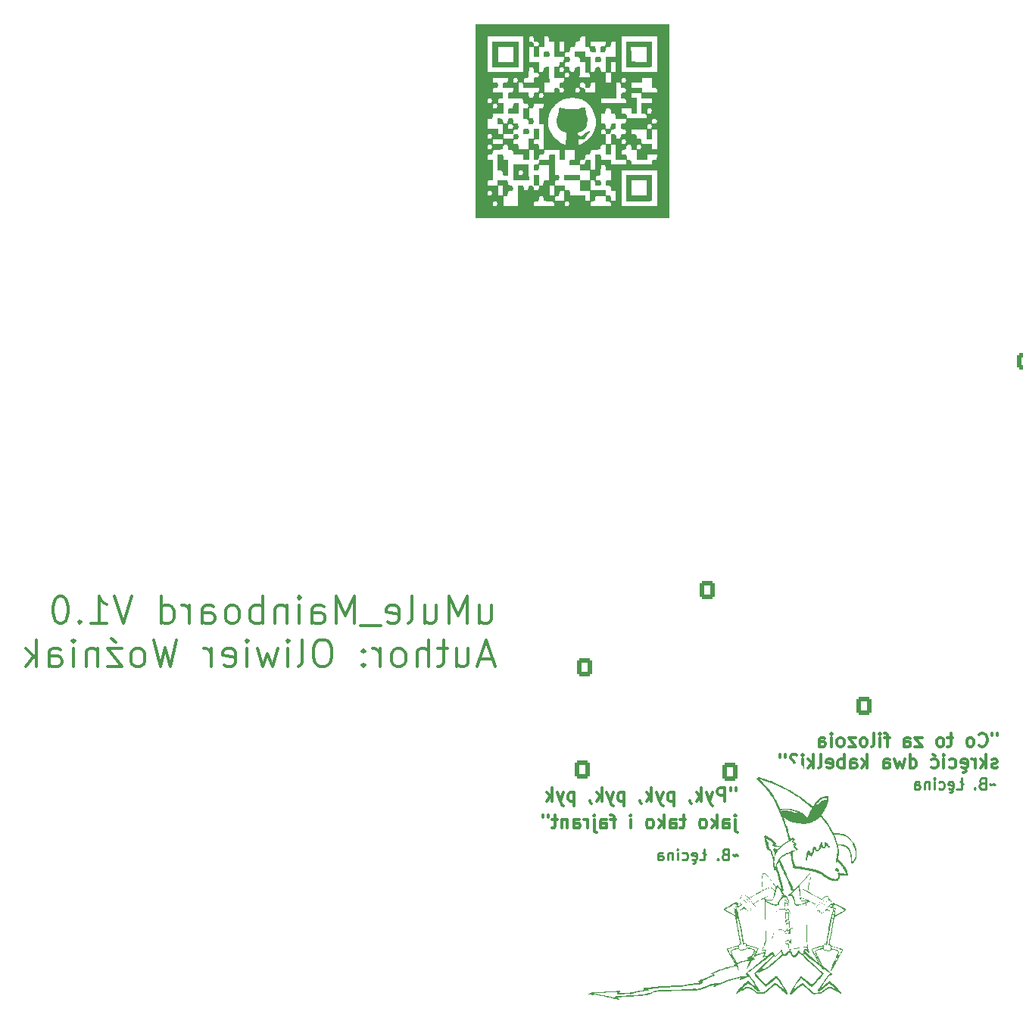
<source format=gbr>
%TF.GenerationSoftware,KiCad,Pcbnew,9.0.6*%
%TF.CreationDate,2026-01-04T15:34:23+01:00*%
%TF.ProjectId,uMule_board,754d756c-655f-4626-9f61-72642e6b6963,rev?*%
%TF.SameCoordinates,Original*%
%TF.FileFunction,Legend,Bot*%
%TF.FilePolarity,Positive*%
%FSLAX46Y46*%
G04 Gerber Fmt 4.6, Leading zero omitted, Abs format (unit mm)*
G04 Created by KiCad (PCBNEW 9.0.6) date 2026-01-04 15:34:23*
%MOMM*%
%LPD*%
G01*
G04 APERTURE LIST*
G04 Aperture macros list*
%AMRoundRect*
0 Rectangle with rounded corners*
0 $1 Rounding radius*
0 $2 $3 $4 $5 $6 $7 $8 $9 X,Y pos of 4 corners*
0 Add a 4 corners polygon primitive as box body*
4,1,4,$2,$3,$4,$5,$6,$7,$8,$9,$2,$3,0*
0 Add four circle primitives for the rounded corners*
1,1,$1+$1,$2,$3*
1,1,$1+$1,$4,$5*
1,1,$1+$1,$6,$7*
1,1,$1+$1,$8,$9*
0 Add four rect primitives between the rounded corners*
20,1,$1+$1,$2,$3,$4,$5,0*
20,1,$1+$1,$4,$5,$6,$7,0*
20,1,$1+$1,$6,$7,$8,$9,0*
20,1,$1+$1,$8,$9,$2,$3,0*%
G04 Aperture macros list end*
%ADD10C,0.240000*%
%ADD11C,0.300000*%
%ADD12C,0.375000*%
%ADD13C,0.000000*%
%ADD14RoundRect,0.250000X-0.600000X-0.725000X0.600000X-0.725000X0.600000X0.725000X-0.600000X0.725000X0*%
%ADD15O,1.700000X1.950000*%
%ADD16RoundRect,0.250000X-0.750000X-0.750000X0.750000X-0.750000X0.750000X0.750000X-0.750000X0.750000X0*%
%ADD17C,2.000000*%
%ADD18R,1.000000X1.000000*%
%ADD19C,1.000000*%
%ADD20RoundRect,0.250000X1.060660X0.000000X0.000000X1.060660X-1.060660X0.000000X0.000000X-1.060660X0*%
%ADD21RoundRect,0.250000X0.750000X-0.750000X0.750000X0.750000X-0.750000X0.750000X-0.750000X-0.750000X0*%
%ADD22R,1.700000X1.700000*%
%ADD23C,1.700000*%
%ADD24RoundRect,0.250000X-1.550000X0.650000X-1.550000X-0.650000X1.550000X-0.650000X1.550000X0.650000X0*%
%ADD25O,3.600000X1.800000*%
%ADD26C,1.400000*%
%ADD27RoundRect,0.250000X0.000000X-1.060660X1.060660X0.000000X0.000000X1.060660X-1.060660X0.000000X0*%
%ADD28RoundRect,0.250000X0.000000X1.060660X-1.060660X0.000000X0.000000X-1.060660X1.060660X0.000000X0*%
%ADD29RoundRect,0.250000X-0.750000X0.750000X-0.750000X-0.750000X0.750000X-0.750000X0.750000X0.750000X0*%
%ADD30RoundRect,0.250000X-1.060660X0.000000X0.000000X-1.060660X1.060660X0.000000X0.000000X1.060660X0*%
%ADD31RoundRect,0.250000X0.750000X0.750000X-0.750000X0.750000X-0.750000X-0.750000X0.750000X-0.750000X0*%
G04 APERTURE END LIST*
D10*
X185909820Y-147211520D02*
X185852677Y-147154377D01*
X185852677Y-147154377D02*
X185738391Y-147097234D01*
X185738391Y-147097234D02*
X185509820Y-147211520D01*
X185509820Y-147211520D02*
X185395534Y-147154377D01*
X185395534Y-147154377D02*
X185338391Y-147097234D01*
X184481248Y-147040091D02*
X184309820Y-147097234D01*
X184309820Y-147097234D02*
X184252677Y-147154377D01*
X184252677Y-147154377D02*
X184195534Y-147268662D01*
X184195534Y-147268662D02*
X184195534Y-147440091D01*
X184195534Y-147440091D02*
X184252677Y-147554377D01*
X184252677Y-147554377D02*
X184309820Y-147611520D01*
X184309820Y-147611520D02*
X184424105Y-147668662D01*
X184424105Y-147668662D02*
X184881248Y-147668662D01*
X184881248Y-147668662D02*
X184881248Y-146468662D01*
X184881248Y-146468662D02*
X184481248Y-146468662D01*
X184481248Y-146468662D02*
X184366963Y-146525805D01*
X184366963Y-146525805D02*
X184309820Y-146582948D01*
X184309820Y-146582948D02*
X184252677Y-146697234D01*
X184252677Y-146697234D02*
X184252677Y-146811520D01*
X184252677Y-146811520D02*
X184309820Y-146925805D01*
X184309820Y-146925805D02*
X184366963Y-146982948D01*
X184366963Y-146982948D02*
X184481248Y-147040091D01*
X184481248Y-147040091D02*
X184881248Y-147040091D01*
X183681248Y-147554377D02*
X183624105Y-147611520D01*
X183624105Y-147611520D02*
X183681248Y-147668662D01*
X183681248Y-147668662D02*
X183738391Y-147611520D01*
X183738391Y-147611520D02*
X183681248Y-147554377D01*
X183681248Y-147554377D02*
X183681248Y-147668662D01*
X181624105Y-147668662D02*
X182195533Y-147668662D01*
X182195533Y-147668662D02*
X182195533Y-146468662D01*
X182366962Y-147097234D02*
X182024105Y-146868662D01*
X180766961Y-147611520D02*
X180881247Y-147668662D01*
X180881247Y-147668662D02*
X181109819Y-147668662D01*
X181109819Y-147668662D02*
X181224104Y-147611520D01*
X181224104Y-147611520D02*
X181281247Y-147497234D01*
X181281247Y-147497234D02*
X181281247Y-147040091D01*
X181281247Y-147040091D02*
X181224104Y-146925805D01*
X181224104Y-146925805D02*
X181109819Y-146868662D01*
X181109819Y-146868662D02*
X180881247Y-146868662D01*
X180881247Y-146868662D02*
X180766961Y-146925805D01*
X180766961Y-146925805D02*
X180709819Y-147040091D01*
X180709819Y-147040091D02*
X180709819Y-147154377D01*
X180709819Y-147154377D02*
X181281247Y-147268662D01*
X180995533Y-147668662D02*
X181109819Y-147782948D01*
X181109819Y-147782948D02*
X181166961Y-147897234D01*
X181166961Y-147897234D02*
X181109819Y-148011520D01*
X181109819Y-148011520D02*
X180995533Y-148068662D01*
X180995533Y-148068662D02*
X180881247Y-148068662D01*
X179681248Y-147611520D02*
X179795533Y-147668662D01*
X179795533Y-147668662D02*
X180024105Y-147668662D01*
X180024105Y-147668662D02*
X180138390Y-147611520D01*
X180138390Y-147611520D02*
X180195533Y-147554377D01*
X180195533Y-147554377D02*
X180252676Y-147440091D01*
X180252676Y-147440091D02*
X180252676Y-147097234D01*
X180252676Y-147097234D02*
X180195533Y-146982948D01*
X180195533Y-146982948D02*
X180138390Y-146925805D01*
X180138390Y-146925805D02*
X180024105Y-146868662D01*
X180024105Y-146868662D02*
X179795533Y-146868662D01*
X179795533Y-146868662D02*
X179681248Y-146925805D01*
X179166962Y-147668662D02*
X179166962Y-146868662D01*
X179166962Y-146468662D02*
X179224105Y-146525805D01*
X179224105Y-146525805D02*
X179166962Y-146582948D01*
X179166962Y-146582948D02*
X179109819Y-146525805D01*
X179109819Y-146525805D02*
X179166962Y-146468662D01*
X179166962Y-146468662D02*
X179166962Y-146582948D01*
X178595533Y-146868662D02*
X178595533Y-147668662D01*
X178595533Y-146982948D02*
X178538390Y-146925805D01*
X178538390Y-146925805D02*
X178424105Y-146868662D01*
X178424105Y-146868662D02*
X178252676Y-146868662D01*
X178252676Y-146868662D02*
X178138390Y-146925805D01*
X178138390Y-146925805D02*
X178081248Y-147040091D01*
X178081248Y-147040091D02*
X178081248Y-147668662D01*
X176995534Y-147668662D02*
X176995534Y-147040091D01*
X176995534Y-147040091D02*
X177052676Y-146925805D01*
X177052676Y-146925805D02*
X177166962Y-146868662D01*
X177166962Y-146868662D02*
X177395534Y-146868662D01*
X177395534Y-146868662D02*
X177509819Y-146925805D01*
X176995534Y-147611520D02*
X177109819Y-147668662D01*
X177109819Y-147668662D02*
X177395534Y-147668662D01*
X177395534Y-147668662D02*
X177509819Y-147611520D01*
X177509819Y-147611520D02*
X177566962Y-147497234D01*
X177566962Y-147497234D02*
X177566962Y-147382948D01*
X177566962Y-147382948D02*
X177509819Y-147268662D01*
X177509819Y-147268662D02*
X177395534Y-147211520D01*
X177395534Y-147211520D02*
X177109819Y-147211520D01*
X177109819Y-147211520D02*
X176995534Y-147154377D01*
D11*
X186206917Y-141427912D02*
X186206917Y-141713626D01*
X185635489Y-141427912D02*
X185635489Y-141713626D01*
X184135489Y-142785055D02*
X184206917Y-142856484D01*
X184206917Y-142856484D02*
X184421203Y-142927912D01*
X184421203Y-142927912D02*
X184564060Y-142927912D01*
X184564060Y-142927912D02*
X184778346Y-142856484D01*
X184778346Y-142856484D02*
X184921203Y-142713626D01*
X184921203Y-142713626D02*
X184992632Y-142570769D01*
X184992632Y-142570769D02*
X185064060Y-142285055D01*
X185064060Y-142285055D02*
X185064060Y-142070769D01*
X185064060Y-142070769D02*
X184992632Y-141785055D01*
X184992632Y-141785055D02*
X184921203Y-141642198D01*
X184921203Y-141642198D02*
X184778346Y-141499341D01*
X184778346Y-141499341D02*
X184564060Y-141427912D01*
X184564060Y-141427912D02*
X184421203Y-141427912D01*
X184421203Y-141427912D02*
X184206917Y-141499341D01*
X184206917Y-141499341D02*
X184135489Y-141570769D01*
X183278346Y-142927912D02*
X183421203Y-142856484D01*
X183421203Y-142856484D02*
X183492632Y-142785055D01*
X183492632Y-142785055D02*
X183564060Y-142642198D01*
X183564060Y-142642198D02*
X183564060Y-142213626D01*
X183564060Y-142213626D02*
X183492632Y-142070769D01*
X183492632Y-142070769D02*
X183421203Y-141999341D01*
X183421203Y-141999341D02*
X183278346Y-141927912D01*
X183278346Y-141927912D02*
X183064060Y-141927912D01*
X183064060Y-141927912D02*
X182921203Y-141999341D01*
X182921203Y-141999341D02*
X182849775Y-142070769D01*
X182849775Y-142070769D02*
X182778346Y-142213626D01*
X182778346Y-142213626D02*
X182778346Y-142642198D01*
X182778346Y-142642198D02*
X182849775Y-142785055D01*
X182849775Y-142785055D02*
X182921203Y-142856484D01*
X182921203Y-142856484D02*
X183064060Y-142927912D01*
X183064060Y-142927912D02*
X183278346Y-142927912D01*
X181206917Y-141927912D02*
X180635489Y-141927912D01*
X180992632Y-141427912D02*
X180992632Y-142713626D01*
X180992632Y-142713626D02*
X180921203Y-142856484D01*
X180921203Y-142856484D02*
X180778346Y-142927912D01*
X180778346Y-142927912D02*
X180635489Y-142927912D01*
X179921203Y-142927912D02*
X180064060Y-142856484D01*
X180064060Y-142856484D02*
X180135489Y-142785055D01*
X180135489Y-142785055D02*
X180206917Y-142642198D01*
X180206917Y-142642198D02*
X180206917Y-142213626D01*
X180206917Y-142213626D02*
X180135489Y-142070769D01*
X180135489Y-142070769D02*
X180064060Y-141999341D01*
X180064060Y-141999341D02*
X179921203Y-141927912D01*
X179921203Y-141927912D02*
X179706917Y-141927912D01*
X179706917Y-141927912D02*
X179564060Y-141999341D01*
X179564060Y-141999341D02*
X179492632Y-142070769D01*
X179492632Y-142070769D02*
X179421203Y-142213626D01*
X179421203Y-142213626D02*
X179421203Y-142642198D01*
X179421203Y-142642198D02*
X179492632Y-142785055D01*
X179492632Y-142785055D02*
X179564060Y-142856484D01*
X179564060Y-142856484D02*
X179706917Y-142927912D01*
X179706917Y-142927912D02*
X179921203Y-142927912D01*
X177778346Y-141927912D02*
X176992632Y-141927912D01*
X176992632Y-141927912D02*
X177778346Y-142927912D01*
X177778346Y-142927912D02*
X176992632Y-142927912D01*
X175778346Y-142927912D02*
X175778346Y-142142198D01*
X175778346Y-142142198D02*
X175849774Y-141999341D01*
X175849774Y-141999341D02*
X175992631Y-141927912D01*
X175992631Y-141927912D02*
X176278346Y-141927912D01*
X176278346Y-141927912D02*
X176421203Y-141999341D01*
X175778346Y-142856484D02*
X175921203Y-142927912D01*
X175921203Y-142927912D02*
X176278346Y-142927912D01*
X176278346Y-142927912D02*
X176421203Y-142856484D01*
X176421203Y-142856484D02*
X176492631Y-142713626D01*
X176492631Y-142713626D02*
X176492631Y-142570769D01*
X176492631Y-142570769D02*
X176421203Y-142427912D01*
X176421203Y-142427912D02*
X176278346Y-142356484D01*
X176278346Y-142356484D02*
X175921203Y-142356484D01*
X175921203Y-142356484D02*
X175778346Y-142285055D01*
X174135488Y-141927912D02*
X173564060Y-141927912D01*
X173921203Y-142927912D02*
X173921203Y-141642198D01*
X173921203Y-141642198D02*
X173849774Y-141499341D01*
X173849774Y-141499341D02*
X173706917Y-141427912D01*
X173706917Y-141427912D02*
X173564060Y-141427912D01*
X173064060Y-142927912D02*
X173064060Y-141927912D01*
X173064060Y-141427912D02*
X173135488Y-141499341D01*
X173135488Y-141499341D02*
X173064060Y-141570769D01*
X173064060Y-141570769D02*
X172992631Y-141499341D01*
X172992631Y-141499341D02*
X173064060Y-141427912D01*
X173064060Y-141427912D02*
X173064060Y-141570769D01*
X172135488Y-142927912D02*
X172278345Y-142856484D01*
X172278345Y-142856484D02*
X172349774Y-142713626D01*
X172349774Y-142713626D02*
X172349774Y-141427912D01*
X171349774Y-142927912D02*
X171492631Y-142856484D01*
X171492631Y-142856484D02*
X171564060Y-142785055D01*
X171564060Y-142785055D02*
X171635488Y-142642198D01*
X171635488Y-142642198D02*
X171635488Y-142213626D01*
X171635488Y-142213626D02*
X171564060Y-142070769D01*
X171564060Y-142070769D02*
X171492631Y-141999341D01*
X171492631Y-141999341D02*
X171349774Y-141927912D01*
X171349774Y-141927912D02*
X171135488Y-141927912D01*
X171135488Y-141927912D02*
X170992631Y-141999341D01*
X170992631Y-141999341D02*
X170921203Y-142070769D01*
X170921203Y-142070769D02*
X170849774Y-142213626D01*
X170849774Y-142213626D02*
X170849774Y-142642198D01*
X170849774Y-142642198D02*
X170921203Y-142785055D01*
X170921203Y-142785055D02*
X170992631Y-142856484D01*
X170992631Y-142856484D02*
X171135488Y-142927912D01*
X171135488Y-142927912D02*
X171349774Y-142927912D01*
X170349774Y-141927912D02*
X169564060Y-141927912D01*
X169564060Y-141927912D02*
X170349774Y-142927912D01*
X170349774Y-142927912D02*
X169564060Y-142927912D01*
X168778345Y-142927912D02*
X168921202Y-142856484D01*
X168921202Y-142856484D02*
X168992631Y-142785055D01*
X168992631Y-142785055D02*
X169064059Y-142642198D01*
X169064059Y-142642198D02*
X169064059Y-142213626D01*
X169064059Y-142213626D02*
X168992631Y-142070769D01*
X168992631Y-142070769D02*
X168921202Y-141999341D01*
X168921202Y-141999341D02*
X168778345Y-141927912D01*
X168778345Y-141927912D02*
X168564059Y-141927912D01*
X168564059Y-141927912D02*
X168421202Y-141999341D01*
X168421202Y-141999341D02*
X168349774Y-142070769D01*
X168349774Y-142070769D02*
X168278345Y-142213626D01*
X168278345Y-142213626D02*
X168278345Y-142642198D01*
X168278345Y-142642198D02*
X168349774Y-142785055D01*
X168349774Y-142785055D02*
X168421202Y-142856484D01*
X168421202Y-142856484D02*
X168564059Y-142927912D01*
X168564059Y-142927912D02*
X168778345Y-142927912D01*
X167635488Y-142927912D02*
X167635488Y-141927912D01*
X167635488Y-141427912D02*
X167706916Y-141499341D01*
X167706916Y-141499341D02*
X167635488Y-141570769D01*
X167635488Y-141570769D02*
X167564059Y-141499341D01*
X167564059Y-141499341D02*
X167635488Y-141427912D01*
X167635488Y-141427912D02*
X167635488Y-141570769D01*
X166278345Y-142927912D02*
X166278345Y-142142198D01*
X166278345Y-142142198D02*
X166349773Y-141999341D01*
X166349773Y-141999341D02*
X166492630Y-141927912D01*
X166492630Y-141927912D02*
X166778345Y-141927912D01*
X166778345Y-141927912D02*
X166921202Y-141999341D01*
X166278345Y-142856484D02*
X166421202Y-142927912D01*
X166421202Y-142927912D02*
X166778345Y-142927912D01*
X166778345Y-142927912D02*
X166921202Y-142856484D01*
X166921202Y-142856484D02*
X166992630Y-142713626D01*
X166992630Y-142713626D02*
X166992630Y-142570769D01*
X166992630Y-142570769D02*
X166921202Y-142427912D01*
X166921202Y-142427912D02*
X166778345Y-142356484D01*
X166778345Y-142356484D02*
X166421202Y-142356484D01*
X166421202Y-142356484D02*
X166278345Y-142285055D01*
X186206917Y-145271400D02*
X186064060Y-145342828D01*
X186064060Y-145342828D02*
X185778346Y-145342828D01*
X185778346Y-145342828D02*
X185635489Y-145271400D01*
X185635489Y-145271400D02*
X185564060Y-145128542D01*
X185564060Y-145128542D02*
X185564060Y-145057114D01*
X185564060Y-145057114D02*
X185635489Y-144914257D01*
X185635489Y-144914257D02*
X185778346Y-144842828D01*
X185778346Y-144842828D02*
X185992632Y-144842828D01*
X185992632Y-144842828D02*
X186135489Y-144771400D01*
X186135489Y-144771400D02*
X186206917Y-144628542D01*
X186206917Y-144628542D02*
X186206917Y-144557114D01*
X186206917Y-144557114D02*
X186135489Y-144414257D01*
X186135489Y-144414257D02*
X185992632Y-144342828D01*
X185992632Y-144342828D02*
X185778346Y-144342828D01*
X185778346Y-144342828D02*
X185635489Y-144414257D01*
X184921203Y-145342828D02*
X184921203Y-143842828D01*
X184778346Y-144771400D02*
X184349774Y-145342828D01*
X184349774Y-144342828D02*
X184921203Y-144914257D01*
X183706917Y-145342828D02*
X183706917Y-144342828D01*
X183706917Y-144628542D02*
X183635488Y-144485685D01*
X183635488Y-144485685D02*
X183564060Y-144414257D01*
X183564060Y-144414257D02*
X183421202Y-144342828D01*
X183421202Y-144342828D02*
X183278345Y-144342828D01*
X182206917Y-145271400D02*
X182349774Y-145342828D01*
X182349774Y-145342828D02*
X182635489Y-145342828D01*
X182635489Y-145342828D02*
X182778346Y-145271400D01*
X182778346Y-145271400D02*
X182849774Y-145128542D01*
X182849774Y-145128542D02*
X182849774Y-144557114D01*
X182849774Y-144557114D02*
X182778346Y-144414257D01*
X182778346Y-144414257D02*
X182635489Y-144342828D01*
X182635489Y-144342828D02*
X182349774Y-144342828D01*
X182349774Y-144342828D02*
X182206917Y-144414257D01*
X182206917Y-144414257D02*
X182135489Y-144557114D01*
X182135489Y-144557114D02*
X182135489Y-144699971D01*
X182135489Y-144699971D02*
X182849774Y-144842828D01*
X182492631Y-145342828D02*
X182635489Y-145485685D01*
X182635489Y-145485685D02*
X182706917Y-145628542D01*
X182706917Y-145628542D02*
X182635489Y-145771400D01*
X182635489Y-145771400D02*
X182492631Y-145842828D01*
X182492631Y-145842828D02*
X182349774Y-145842828D01*
X180849775Y-145271400D02*
X180992632Y-145342828D01*
X180992632Y-145342828D02*
X181278346Y-145342828D01*
X181278346Y-145342828D02*
X181421203Y-145271400D01*
X181421203Y-145271400D02*
X181492632Y-145199971D01*
X181492632Y-145199971D02*
X181564060Y-145057114D01*
X181564060Y-145057114D02*
X181564060Y-144628542D01*
X181564060Y-144628542D02*
X181492632Y-144485685D01*
X181492632Y-144485685D02*
X181421203Y-144414257D01*
X181421203Y-144414257D02*
X181278346Y-144342828D01*
X181278346Y-144342828D02*
X180992632Y-144342828D01*
X180992632Y-144342828D02*
X180849775Y-144414257D01*
X180206918Y-145342828D02*
X180206918Y-144342828D01*
X180206918Y-143842828D02*
X180278346Y-143914257D01*
X180278346Y-143914257D02*
X180206918Y-143985685D01*
X180206918Y-143985685D02*
X180135489Y-143914257D01*
X180135489Y-143914257D02*
X180206918Y-143842828D01*
X180206918Y-143842828D02*
X180206918Y-143985685D01*
X178849775Y-145271400D02*
X178992632Y-145342828D01*
X178992632Y-145342828D02*
X179278346Y-145342828D01*
X179278346Y-145342828D02*
X179421203Y-145271400D01*
X179421203Y-145271400D02*
X179492632Y-145199971D01*
X179492632Y-145199971D02*
X179564060Y-145057114D01*
X179564060Y-145057114D02*
X179564060Y-144628542D01*
X179564060Y-144628542D02*
X179492632Y-144485685D01*
X179492632Y-144485685D02*
X179421203Y-144414257D01*
X179421203Y-144414257D02*
X179278346Y-144342828D01*
X179278346Y-144342828D02*
X178992632Y-144342828D01*
X178992632Y-144342828D02*
X178849775Y-144414257D01*
X178992632Y-143771400D02*
X179206917Y-143985685D01*
X176421204Y-145342828D02*
X176421204Y-143842828D01*
X176421204Y-145271400D02*
X176564061Y-145342828D01*
X176564061Y-145342828D02*
X176849775Y-145342828D01*
X176849775Y-145342828D02*
X176992632Y-145271400D01*
X176992632Y-145271400D02*
X177064061Y-145199971D01*
X177064061Y-145199971D02*
X177135489Y-145057114D01*
X177135489Y-145057114D02*
X177135489Y-144628542D01*
X177135489Y-144628542D02*
X177064061Y-144485685D01*
X177064061Y-144485685D02*
X176992632Y-144414257D01*
X176992632Y-144414257D02*
X176849775Y-144342828D01*
X176849775Y-144342828D02*
X176564061Y-144342828D01*
X176564061Y-144342828D02*
X176421204Y-144414257D01*
X175849775Y-144342828D02*
X175564061Y-145342828D01*
X175564061Y-145342828D02*
X175278346Y-144628542D01*
X175278346Y-144628542D02*
X174992632Y-145342828D01*
X174992632Y-145342828D02*
X174706918Y-144342828D01*
X173492632Y-145342828D02*
X173492632Y-144557114D01*
X173492632Y-144557114D02*
X173564060Y-144414257D01*
X173564060Y-144414257D02*
X173706917Y-144342828D01*
X173706917Y-144342828D02*
X173992632Y-144342828D01*
X173992632Y-144342828D02*
X174135489Y-144414257D01*
X173492632Y-145271400D02*
X173635489Y-145342828D01*
X173635489Y-145342828D02*
X173992632Y-145342828D01*
X173992632Y-145342828D02*
X174135489Y-145271400D01*
X174135489Y-145271400D02*
X174206917Y-145128542D01*
X174206917Y-145128542D02*
X174206917Y-144985685D01*
X174206917Y-144985685D02*
X174135489Y-144842828D01*
X174135489Y-144842828D02*
X173992632Y-144771400D01*
X173992632Y-144771400D02*
X173635489Y-144771400D01*
X173635489Y-144771400D02*
X173492632Y-144699971D01*
X171635489Y-145342828D02*
X171635489Y-143842828D01*
X171492632Y-144771400D02*
X171064060Y-145342828D01*
X171064060Y-144342828D02*
X171635489Y-144914257D01*
X169778346Y-145342828D02*
X169778346Y-144557114D01*
X169778346Y-144557114D02*
X169849774Y-144414257D01*
X169849774Y-144414257D02*
X169992631Y-144342828D01*
X169992631Y-144342828D02*
X170278346Y-144342828D01*
X170278346Y-144342828D02*
X170421203Y-144414257D01*
X169778346Y-145271400D02*
X169921203Y-145342828D01*
X169921203Y-145342828D02*
X170278346Y-145342828D01*
X170278346Y-145342828D02*
X170421203Y-145271400D01*
X170421203Y-145271400D02*
X170492631Y-145128542D01*
X170492631Y-145128542D02*
X170492631Y-144985685D01*
X170492631Y-144985685D02*
X170421203Y-144842828D01*
X170421203Y-144842828D02*
X170278346Y-144771400D01*
X170278346Y-144771400D02*
X169921203Y-144771400D01*
X169921203Y-144771400D02*
X169778346Y-144699971D01*
X169064060Y-145342828D02*
X169064060Y-143842828D01*
X169064060Y-144414257D02*
X168921203Y-144342828D01*
X168921203Y-144342828D02*
X168635488Y-144342828D01*
X168635488Y-144342828D02*
X168492631Y-144414257D01*
X168492631Y-144414257D02*
X168421203Y-144485685D01*
X168421203Y-144485685D02*
X168349774Y-144628542D01*
X168349774Y-144628542D02*
X168349774Y-145057114D01*
X168349774Y-145057114D02*
X168421203Y-145199971D01*
X168421203Y-145199971D02*
X168492631Y-145271400D01*
X168492631Y-145271400D02*
X168635488Y-145342828D01*
X168635488Y-145342828D02*
X168921203Y-145342828D01*
X168921203Y-145342828D02*
X169064060Y-145271400D01*
X167135488Y-145271400D02*
X167278345Y-145342828D01*
X167278345Y-145342828D02*
X167564060Y-145342828D01*
X167564060Y-145342828D02*
X167706917Y-145271400D01*
X167706917Y-145271400D02*
X167778345Y-145128542D01*
X167778345Y-145128542D02*
X167778345Y-144557114D01*
X167778345Y-144557114D02*
X167706917Y-144414257D01*
X167706917Y-144414257D02*
X167564060Y-144342828D01*
X167564060Y-144342828D02*
X167278345Y-144342828D01*
X167278345Y-144342828D02*
X167135488Y-144414257D01*
X167135488Y-144414257D02*
X167064060Y-144557114D01*
X167064060Y-144557114D02*
X167064060Y-144699971D01*
X167064060Y-144699971D02*
X167778345Y-144842828D01*
X166206917Y-145342828D02*
X166349774Y-145271400D01*
X166349774Y-145271400D02*
X166421203Y-145128542D01*
X166421203Y-145128542D02*
X166421203Y-143842828D01*
X165635489Y-145342828D02*
X165635489Y-143842828D01*
X165492632Y-144771400D02*
X165064060Y-145342828D01*
X165064060Y-144342828D02*
X165635489Y-144914257D01*
X164421203Y-145342828D02*
X164421203Y-144342828D01*
X164421203Y-143842828D02*
X164492631Y-143914257D01*
X164492631Y-143914257D02*
X164421203Y-143985685D01*
X164421203Y-143985685D02*
X164349774Y-143914257D01*
X164349774Y-143914257D02*
X164421203Y-143842828D01*
X164421203Y-143842828D02*
X164421203Y-143985685D01*
X163492631Y-145199971D02*
X163421202Y-145271400D01*
X163421202Y-145271400D02*
X163492631Y-145342828D01*
X163492631Y-145342828D02*
X163564060Y-145271400D01*
X163564060Y-145271400D02*
X163492631Y-145199971D01*
X163492631Y-145199971D02*
X163492631Y-145342828D01*
X163778345Y-143914257D02*
X163635488Y-143842828D01*
X163635488Y-143842828D02*
X163278345Y-143842828D01*
X163278345Y-143842828D02*
X163135488Y-143914257D01*
X163135488Y-143914257D02*
X163064060Y-144057114D01*
X163064060Y-144057114D02*
X163064060Y-144199971D01*
X163064060Y-144199971D02*
X163135488Y-144342828D01*
X163135488Y-144342828D02*
X163206917Y-144414257D01*
X163206917Y-144414257D02*
X163349774Y-144485685D01*
X163349774Y-144485685D02*
X163421202Y-144557114D01*
X163421202Y-144557114D02*
X163492631Y-144699971D01*
X163492631Y-144699971D02*
X163492631Y-144771400D01*
X162492631Y-143842828D02*
X162492631Y-144128542D01*
X161921203Y-143842828D02*
X161921203Y-144128542D01*
X156964917Y-147550828D02*
X156964917Y-147836542D01*
X156393489Y-147550828D02*
X156393489Y-147836542D01*
X155750632Y-149050828D02*
X155750632Y-147550828D01*
X155750632Y-147550828D02*
X155179203Y-147550828D01*
X155179203Y-147550828D02*
X155036346Y-147622257D01*
X155036346Y-147622257D02*
X154964917Y-147693685D01*
X154964917Y-147693685D02*
X154893489Y-147836542D01*
X154893489Y-147836542D02*
X154893489Y-148050828D01*
X154893489Y-148050828D02*
X154964917Y-148193685D01*
X154964917Y-148193685D02*
X155036346Y-148265114D01*
X155036346Y-148265114D02*
X155179203Y-148336542D01*
X155179203Y-148336542D02*
X155750632Y-148336542D01*
X154393489Y-148050828D02*
X154036346Y-149050828D01*
X153679203Y-148050828D02*
X154036346Y-149050828D01*
X154036346Y-149050828D02*
X154179203Y-149407971D01*
X154179203Y-149407971D02*
X154250632Y-149479400D01*
X154250632Y-149479400D02*
X154393489Y-149550828D01*
X153107775Y-149050828D02*
X153107775Y-147550828D01*
X152964918Y-148479400D02*
X152536346Y-149050828D01*
X152536346Y-148050828D02*
X153107775Y-148622257D01*
X151822060Y-148979400D02*
X151822060Y-149050828D01*
X151822060Y-149050828D02*
X151893489Y-149193685D01*
X151893489Y-149193685D02*
X151964917Y-149265114D01*
X150036346Y-148050828D02*
X150036346Y-149550828D01*
X150036346Y-148122257D02*
X149893489Y-148050828D01*
X149893489Y-148050828D02*
X149607774Y-148050828D01*
X149607774Y-148050828D02*
X149464917Y-148122257D01*
X149464917Y-148122257D02*
X149393489Y-148193685D01*
X149393489Y-148193685D02*
X149322060Y-148336542D01*
X149322060Y-148336542D02*
X149322060Y-148765114D01*
X149322060Y-148765114D02*
X149393489Y-148907971D01*
X149393489Y-148907971D02*
X149464917Y-148979400D01*
X149464917Y-148979400D02*
X149607774Y-149050828D01*
X149607774Y-149050828D02*
X149893489Y-149050828D01*
X149893489Y-149050828D02*
X150036346Y-148979400D01*
X148822060Y-148050828D02*
X148464917Y-149050828D01*
X148107774Y-148050828D02*
X148464917Y-149050828D01*
X148464917Y-149050828D02*
X148607774Y-149407971D01*
X148607774Y-149407971D02*
X148679203Y-149479400D01*
X148679203Y-149479400D02*
X148822060Y-149550828D01*
X147536346Y-149050828D02*
X147536346Y-147550828D01*
X147393489Y-148479400D02*
X146964917Y-149050828D01*
X146964917Y-148050828D02*
X147536346Y-148622257D01*
X146250631Y-148979400D02*
X146250631Y-149050828D01*
X146250631Y-149050828D02*
X146322060Y-149193685D01*
X146322060Y-149193685D02*
X146393488Y-149265114D01*
X144464917Y-148050828D02*
X144464917Y-149550828D01*
X144464917Y-148122257D02*
X144322060Y-148050828D01*
X144322060Y-148050828D02*
X144036345Y-148050828D01*
X144036345Y-148050828D02*
X143893488Y-148122257D01*
X143893488Y-148122257D02*
X143822060Y-148193685D01*
X143822060Y-148193685D02*
X143750631Y-148336542D01*
X143750631Y-148336542D02*
X143750631Y-148765114D01*
X143750631Y-148765114D02*
X143822060Y-148907971D01*
X143822060Y-148907971D02*
X143893488Y-148979400D01*
X143893488Y-148979400D02*
X144036345Y-149050828D01*
X144036345Y-149050828D02*
X144322060Y-149050828D01*
X144322060Y-149050828D02*
X144464917Y-148979400D01*
X143250631Y-148050828D02*
X142893488Y-149050828D01*
X142536345Y-148050828D02*
X142893488Y-149050828D01*
X142893488Y-149050828D02*
X143036345Y-149407971D01*
X143036345Y-149407971D02*
X143107774Y-149479400D01*
X143107774Y-149479400D02*
X143250631Y-149550828D01*
X141964917Y-149050828D02*
X141964917Y-147550828D01*
X141822060Y-148479400D02*
X141393488Y-149050828D01*
X141393488Y-148050828D02*
X141964917Y-148622257D01*
X140679202Y-148979400D02*
X140679202Y-149050828D01*
X140679202Y-149050828D02*
X140750631Y-149193685D01*
X140750631Y-149193685D02*
X140822059Y-149265114D01*
X138893488Y-148050828D02*
X138893488Y-149550828D01*
X138893488Y-148122257D02*
X138750631Y-148050828D01*
X138750631Y-148050828D02*
X138464916Y-148050828D01*
X138464916Y-148050828D02*
X138322059Y-148122257D01*
X138322059Y-148122257D02*
X138250631Y-148193685D01*
X138250631Y-148193685D02*
X138179202Y-148336542D01*
X138179202Y-148336542D02*
X138179202Y-148765114D01*
X138179202Y-148765114D02*
X138250631Y-148907971D01*
X138250631Y-148907971D02*
X138322059Y-148979400D01*
X138322059Y-148979400D02*
X138464916Y-149050828D01*
X138464916Y-149050828D02*
X138750631Y-149050828D01*
X138750631Y-149050828D02*
X138893488Y-148979400D01*
X137679202Y-148050828D02*
X137322059Y-149050828D01*
X136964916Y-148050828D02*
X137322059Y-149050828D01*
X137322059Y-149050828D02*
X137464916Y-149407971D01*
X137464916Y-149407971D02*
X137536345Y-149479400D01*
X137536345Y-149479400D02*
X137679202Y-149550828D01*
X136393488Y-149050828D02*
X136393488Y-147550828D01*
X136250631Y-148479400D02*
X135822059Y-149050828D01*
X135822059Y-148050828D02*
X136393488Y-148622257D01*
D12*
X128309290Y-127149525D02*
X128309290Y-129149525D01*
X129595004Y-127149525D02*
X129595004Y-128720953D01*
X129595004Y-128720953D02*
X129452147Y-129006668D01*
X129452147Y-129006668D02*
X129166432Y-129149525D01*
X129166432Y-129149525D02*
X128737861Y-129149525D01*
X128737861Y-129149525D02*
X128452147Y-129006668D01*
X128452147Y-129006668D02*
X128309290Y-128863810D01*
X126880718Y-129149525D02*
X126880718Y-126149525D01*
X126880718Y-126149525D02*
X125880718Y-128292382D01*
X125880718Y-128292382D02*
X124880718Y-126149525D01*
X124880718Y-126149525D02*
X124880718Y-129149525D01*
X122166433Y-127149525D02*
X122166433Y-129149525D01*
X123452147Y-127149525D02*
X123452147Y-128720953D01*
X123452147Y-128720953D02*
X123309290Y-129006668D01*
X123309290Y-129006668D02*
X123023575Y-129149525D01*
X123023575Y-129149525D02*
X122595004Y-129149525D01*
X122595004Y-129149525D02*
X122309290Y-129006668D01*
X122309290Y-129006668D02*
X122166433Y-128863810D01*
X120309289Y-129149525D02*
X120595004Y-129006668D01*
X120595004Y-129006668D02*
X120737861Y-128720953D01*
X120737861Y-128720953D02*
X120737861Y-126149525D01*
X118023575Y-129006668D02*
X118309289Y-129149525D01*
X118309289Y-129149525D02*
X118880718Y-129149525D01*
X118880718Y-129149525D02*
X119166432Y-129006668D01*
X119166432Y-129006668D02*
X119309289Y-128720953D01*
X119309289Y-128720953D02*
X119309289Y-127578096D01*
X119309289Y-127578096D02*
X119166432Y-127292382D01*
X119166432Y-127292382D02*
X118880718Y-127149525D01*
X118880718Y-127149525D02*
X118309289Y-127149525D01*
X118309289Y-127149525D02*
X118023575Y-127292382D01*
X118023575Y-127292382D02*
X117880718Y-127578096D01*
X117880718Y-127578096D02*
X117880718Y-127863810D01*
X117880718Y-127863810D02*
X119309289Y-128149525D01*
X117309289Y-129435239D02*
X115023574Y-129435239D01*
X114309289Y-129149525D02*
X114309289Y-126149525D01*
X114309289Y-126149525D02*
X113309289Y-128292382D01*
X113309289Y-128292382D02*
X112309289Y-126149525D01*
X112309289Y-126149525D02*
X112309289Y-129149525D01*
X109595004Y-129149525D02*
X109595004Y-127578096D01*
X109595004Y-127578096D02*
X109737861Y-127292382D01*
X109737861Y-127292382D02*
X110023575Y-127149525D01*
X110023575Y-127149525D02*
X110595004Y-127149525D01*
X110595004Y-127149525D02*
X110880718Y-127292382D01*
X109595004Y-129006668D02*
X109880718Y-129149525D01*
X109880718Y-129149525D02*
X110595004Y-129149525D01*
X110595004Y-129149525D02*
X110880718Y-129006668D01*
X110880718Y-129006668D02*
X111023575Y-128720953D01*
X111023575Y-128720953D02*
X111023575Y-128435239D01*
X111023575Y-128435239D02*
X110880718Y-128149525D01*
X110880718Y-128149525D02*
X110595004Y-128006668D01*
X110595004Y-128006668D02*
X109880718Y-128006668D01*
X109880718Y-128006668D02*
X109595004Y-127863810D01*
X108166432Y-129149525D02*
X108166432Y-127149525D01*
X108166432Y-126149525D02*
X108309289Y-126292382D01*
X108309289Y-126292382D02*
X108166432Y-126435239D01*
X108166432Y-126435239D02*
X108023575Y-126292382D01*
X108023575Y-126292382D02*
X108166432Y-126149525D01*
X108166432Y-126149525D02*
X108166432Y-126435239D01*
X106737861Y-127149525D02*
X106737861Y-129149525D01*
X106737861Y-127435239D02*
X106595004Y-127292382D01*
X106595004Y-127292382D02*
X106309289Y-127149525D01*
X106309289Y-127149525D02*
X105880718Y-127149525D01*
X105880718Y-127149525D02*
X105595004Y-127292382D01*
X105595004Y-127292382D02*
X105452147Y-127578096D01*
X105452147Y-127578096D02*
X105452147Y-129149525D01*
X104023575Y-129149525D02*
X104023575Y-126149525D01*
X104023575Y-127292382D02*
X103737861Y-127149525D01*
X103737861Y-127149525D02*
X103166432Y-127149525D01*
X103166432Y-127149525D02*
X102880718Y-127292382D01*
X102880718Y-127292382D02*
X102737861Y-127435239D01*
X102737861Y-127435239D02*
X102595003Y-127720953D01*
X102595003Y-127720953D02*
X102595003Y-128578096D01*
X102595003Y-128578096D02*
X102737861Y-128863810D01*
X102737861Y-128863810D02*
X102880718Y-129006668D01*
X102880718Y-129006668D02*
X103166432Y-129149525D01*
X103166432Y-129149525D02*
X103737861Y-129149525D01*
X103737861Y-129149525D02*
X104023575Y-129006668D01*
X100880717Y-129149525D02*
X101166432Y-129006668D01*
X101166432Y-129006668D02*
X101309289Y-128863810D01*
X101309289Y-128863810D02*
X101452146Y-128578096D01*
X101452146Y-128578096D02*
X101452146Y-127720953D01*
X101452146Y-127720953D02*
X101309289Y-127435239D01*
X101309289Y-127435239D02*
X101166432Y-127292382D01*
X101166432Y-127292382D02*
X100880717Y-127149525D01*
X100880717Y-127149525D02*
X100452146Y-127149525D01*
X100452146Y-127149525D02*
X100166432Y-127292382D01*
X100166432Y-127292382D02*
X100023575Y-127435239D01*
X100023575Y-127435239D02*
X99880717Y-127720953D01*
X99880717Y-127720953D02*
X99880717Y-128578096D01*
X99880717Y-128578096D02*
X100023575Y-128863810D01*
X100023575Y-128863810D02*
X100166432Y-129006668D01*
X100166432Y-129006668D02*
X100452146Y-129149525D01*
X100452146Y-129149525D02*
X100880717Y-129149525D01*
X97309289Y-129149525D02*
X97309289Y-127578096D01*
X97309289Y-127578096D02*
X97452146Y-127292382D01*
X97452146Y-127292382D02*
X97737860Y-127149525D01*
X97737860Y-127149525D02*
X98309289Y-127149525D01*
X98309289Y-127149525D02*
X98595003Y-127292382D01*
X97309289Y-129006668D02*
X97595003Y-129149525D01*
X97595003Y-129149525D02*
X98309289Y-129149525D01*
X98309289Y-129149525D02*
X98595003Y-129006668D01*
X98595003Y-129006668D02*
X98737860Y-128720953D01*
X98737860Y-128720953D02*
X98737860Y-128435239D01*
X98737860Y-128435239D02*
X98595003Y-128149525D01*
X98595003Y-128149525D02*
X98309289Y-128006668D01*
X98309289Y-128006668D02*
X97595003Y-128006668D01*
X97595003Y-128006668D02*
X97309289Y-127863810D01*
X95880717Y-129149525D02*
X95880717Y-127149525D01*
X95880717Y-127720953D02*
X95737860Y-127435239D01*
X95737860Y-127435239D02*
X95595003Y-127292382D01*
X95595003Y-127292382D02*
X95309288Y-127149525D01*
X95309288Y-127149525D02*
X95023574Y-127149525D01*
X92737860Y-129149525D02*
X92737860Y-126149525D01*
X92737860Y-129006668D02*
X93023574Y-129149525D01*
X93023574Y-129149525D02*
X93595002Y-129149525D01*
X93595002Y-129149525D02*
X93880717Y-129006668D01*
X93880717Y-129006668D02*
X94023574Y-128863810D01*
X94023574Y-128863810D02*
X94166431Y-128578096D01*
X94166431Y-128578096D02*
X94166431Y-127720953D01*
X94166431Y-127720953D02*
X94023574Y-127435239D01*
X94023574Y-127435239D02*
X93880717Y-127292382D01*
X93880717Y-127292382D02*
X93595002Y-127149525D01*
X93595002Y-127149525D02*
X93023574Y-127149525D01*
X93023574Y-127149525D02*
X92737860Y-127292382D01*
X89452145Y-126149525D02*
X88452145Y-129149525D01*
X88452145Y-129149525D02*
X87452145Y-126149525D01*
X84880716Y-129149525D02*
X86595002Y-129149525D01*
X85737859Y-129149525D02*
X85737859Y-126149525D01*
X85737859Y-126149525D02*
X86023573Y-126578096D01*
X86023573Y-126578096D02*
X86309288Y-126863810D01*
X86309288Y-126863810D02*
X86595002Y-127006668D01*
X83595002Y-128863810D02*
X83452145Y-129006668D01*
X83452145Y-129006668D02*
X83595002Y-129149525D01*
X83595002Y-129149525D02*
X83737859Y-129006668D01*
X83737859Y-129006668D02*
X83595002Y-128863810D01*
X83595002Y-128863810D02*
X83595002Y-129149525D01*
X81595002Y-126149525D02*
X81309288Y-126149525D01*
X81309288Y-126149525D02*
X81023574Y-126292382D01*
X81023574Y-126292382D02*
X80880717Y-126435239D01*
X80880717Y-126435239D02*
X80737859Y-126720953D01*
X80737859Y-126720953D02*
X80595002Y-127292382D01*
X80595002Y-127292382D02*
X80595002Y-128006668D01*
X80595002Y-128006668D02*
X80737859Y-128578096D01*
X80737859Y-128578096D02*
X80880717Y-128863810D01*
X80880717Y-128863810D02*
X81023574Y-129006668D01*
X81023574Y-129006668D02*
X81309288Y-129149525D01*
X81309288Y-129149525D02*
X81595002Y-129149525D01*
X81595002Y-129149525D02*
X81880717Y-129006668D01*
X81880717Y-129006668D02*
X82023574Y-128863810D01*
X82023574Y-128863810D02*
X82166431Y-128578096D01*
X82166431Y-128578096D02*
X82309288Y-128006668D01*
X82309288Y-128006668D02*
X82309288Y-127292382D01*
X82309288Y-127292382D02*
X82166431Y-126720953D01*
X82166431Y-126720953D02*
X82023574Y-126435239D01*
X82023574Y-126435239D02*
X81880717Y-126292382D01*
X81880717Y-126292382D02*
X81595002Y-126149525D01*
X129737861Y-133122214D02*
X128309290Y-133122214D01*
X130023575Y-133979357D02*
X129023575Y-130979357D01*
X129023575Y-130979357D02*
X128023575Y-133979357D01*
X125737861Y-131979357D02*
X125737861Y-133979357D01*
X127023575Y-131979357D02*
X127023575Y-133550785D01*
X127023575Y-133550785D02*
X126880718Y-133836500D01*
X126880718Y-133836500D02*
X126595003Y-133979357D01*
X126595003Y-133979357D02*
X126166432Y-133979357D01*
X126166432Y-133979357D02*
X125880718Y-133836500D01*
X125880718Y-133836500D02*
X125737861Y-133693642D01*
X124737860Y-131979357D02*
X123595003Y-131979357D01*
X124309289Y-130979357D02*
X124309289Y-133550785D01*
X124309289Y-133550785D02*
X124166432Y-133836500D01*
X124166432Y-133836500D02*
X123880717Y-133979357D01*
X123880717Y-133979357D02*
X123595003Y-133979357D01*
X122595003Y-133979357D02*
X122595003Y-130979357D01*
X121309289Y-133979357D02*
X121309289Y-132407928D01*
X121309289Y-132407928D02*
X121452146Y-132122214D01*
X121452146Y-132122214D02*
X121737860Y-131979357D01*
X121737860Y-131979357D02*
X122166431Y-131979357D01*
X122166431Y-131979357D02*
X122452146Y-132122214D01*
X122452146Y-132122214D02*
X122595003Y-132265071D01*
X119452145Y-133979357D02*
X119737860Y-133836500D01*
X119737860Y-133836500D02*
X119880717Y-133693642D01*
X119880717Y-133693642D02*
X120023574Y-133407928D01*
X120023574Y-133407928D02*
X120023574Y-132550785D01*
X120023574Y-132550785D02*
X119880717Y-132265071D01*
X119880717Y-132265071D02*
X119737860Y-132122214D01*
X119737860Y-132122214D02*
X119452145Y-131979357D01*
X119452145Y-131979357D02*
X119023574Y-131979357D01*
X119023574Y-131979357D02*
X118737860Y-132122214D01*
X118737860Y-132122214D02*
X118595003Y-132265071D01*
X118595003Y-132265071D02*
X118452145Y-132550785D01*
X118452145Y-132550785D02*
X118452145Y-133407928D01*
X118452145Y-133407928D02*
X118595003Y-133693642D01*
X118595003Y-133693642D02*
X118737860Y-133836500D01*
X118737860Y-133836500D02*
X119023574Y-133979357D01*
X119023574Y-133979357D02*
X119452145Y-133979357D01*
X117166431Y-133979357D02*
X117166431Y-131979357D01*
X117166431Y-132550785D02*
X117023574Y-132265071D01*
X117023574Y-132265071D02*
X116880717Y-132122214D01*
X116880717Y-132122214D02*
X116595002Y-131979357D01*
X116595002Y-131979357D02*
X116309288Y-131979357D01*
X115309288Y-133693642D02*
X115166431Y-133836500D01*
X115166431Y-133836500D02*
X115309288Y-133979357D01*
X115309288Y-133979357D02*
X115452145Y-133836500D01*
X115452145Y-133836500D02*
X115309288Y-133693642D01*
X115309288Y-133693642D02*
X115309288Y-133979357D01*
X115309288Y-132122214D02*
X115166431Y-132265071D01*
X115166431Y-132265071D02*
X115309288Y-132407928D01*
X115309288Y-132407928D02*
X115452145Y-132265071D01*
X115452145Y-132265071D02*
X115309288Y-132122214D01*
X115309288Y-132122214D02*
X115309288Y-132407928D01*
X111023574Y-130979357D02*
X110452146Y-130979357D01*
X110452146Y-130979357D02*
X110166431Y-131122214D01*
X110166431Y-131122214D02*
X109880717Y-131407928D01*
X109880717Y-131407928D02*
X109737860Y-131979357D01*
X109737860Y-131979357D02*
X109737860Y-132979357D01*
X109737860Y-132979357D02*
X109880717Y-133550785D01*
X109880717Y-133550785D02*
X110166431Y-133836500D01*
X110166431Y-133836500D02*
X110452146Y-133979357D01*
X110452146Y-133979357D02*
X111023574Y-133979357D01*
X111023574Y-133979357D02*
X111309289Y-133836500D01*
X111309289Y-133836500D02*
X111595003Y-133550785D01*
X111595003Y-133550785D02*
X111737860Y-132979357D01*
X111737860Y-132979357D02*
X111737860Y-131979357D01*
X111737860Y-131979357D02*
X111595003Y-131407928D01*
X111595003Y-131407928D02*
X111309289Y-131122214D01*
X111309289Y-131122214D02*
X111023574Y-130979357D01*
X108023574Y-133979357D02*
X108309289Y-133836500D01*
X108309289Y-133836500D02*
X108452146Y-133550785D01*
X108452146Y-133550785D02*
X108452146Y-130979357D01*
X106880717Y-133979357D02*
X106880717Y-131979357D01*
X106880717Y-130979357D02*
X107023574Y-131122214D01*
X107023574Y-131122214D02*
X106880717Y-131265071D01*
X106880717Y-131265071D02*
X106737860Y-131122214D01*
X106737860Y-131122214D02*
X106880717Y-130979357D01*
X106880717Y-130979357D02*
X106880717Y-131265071D01*
X105737860Y-131979357D02*
X105166432Y-133979357D01*
X105166432Y-133979357D02*
X104595003Y-132550785D01*
X104595003Y-132550785D02*
X104023574Y-133979357D01*
X104023574Y-133979357D02*
X103452146Y-131979357D01*
X102309289Y-133979357D02*
X102309289Y-131979357D01*
X102309289Y-130979357D02*
X102452146Y-131122214D01*
X102452146Y-131122214D02*
X102309289Y-131265071D01*
X102309289Y-131265071D02*
X102166432Y-131122214D01*
X102166432Y-131122214D02*
X102309289Y-130979357D01*
X102309289Y-130979357D02*
X102309289Y-131265071D01*
X99737861Y-133836500D02*
X100023575Y-133979357D01*
X100023575Y-133979357D02*
X100595004Y-133979357D01*
X100595004Y-133979357D02*
X100880718Y-133836500D01*
X100880718Y-133836500D02*
X101023575Y-133550785D01*
X101023575Y-133550785D02*
X101023575Y-132407928D01*
X101023575Y-132407928D02*
X100880718Y-132122214D01*
X100880718Y-132122214D02*
X100595004Y-131979357D01*
X100595004Y-131979357D02*
X100023575Y-131979357D01*
X100023575Y-131979357D02*
X99737861Y-132122214D01*
X99737861Y-132122214D02*
X99595004Y-132407928D01*
X99595004Y-132407928D02*
X99595004Y-132693642D01*
X99595004Y-132693642D02*
X101023575Y-132979357D01*
X98309289Y-133979357D02*
X98309289Y-131979357D01*
X98309289Y-132550785D02*
X98166432Y-132265071D01*
X98166432Y-132265071D02*
X98023575Y-132122214D01*
X98023575Y-132122214D02*
X97737860Y-131979357D01*
X97737860Y-131979357D02*
X97452146Y-131979357D01*
X94452146Y-130979357D02*
X93737860Y-133979357D01*
X93737860Y-133979357D02*
X93166432Y-131836500D01*
X93166432Y-131836500D02*
X92595003Y-133979357D01*
X92595003Y-133979357D02*
X91880718Y-130979357D01*
X90309289Y-133979357D02*
X90595004Y-133836500D01*
X90595004Y-133836500D02*
X90737861Y-133693642D01*
X90737861Y-133693642D02*
X90880718Y-133407928D01*
X90880718Y-133407928D02*
X90880718Y-132550785D01*
X90880718Y-132550785D02*
X90737861Y-132265071D01*
X90737861Y-132265071D02*
X90595004Y-132122214D01*
X90595004Y-132122214D02*
X90309289Y-131979357D01*
X90309289Y-131979357D02*
X89880718Y-131979357D01*
X89880718Y-131979357D02*
X89595004Y-132122214D01*
X89595004Y-132122214D02*
X89452147Y-132265071D01*
X89452147Y-132265071D02*
X89309289Y-132550785D01*
X89309289Y-132550785D02*
X89309289Y-133407928D01*
X89309289Y-133407928D02*
X89452147Y-133693642D01*
X89452147Y-133693642D02*
X89595004Y-133836500D01*
X89595004Y-133836500D02*
X89880718Y-133979357D01*
X89880718Y-133979357D02*
X90309289Y-133979357D01*
X88309289Y-131979357D02*
X86737861Y-131979357D01*
X86737861Y-131979357D02*
X88309289Y-133979357D01*
X88309289Y-133979357D02*
X86737861Y-133979357D01*
X87166432Y-130836500D02*
X87595003Y-131265071D01*
X85595004Y-131979357D02*
X85595004Y-133979357D01*
X85595004Y-132265071D02*
X85452147Y-132122214D01*
X85452147Y-132122214D02*
X85166432Y-131979357D01*
X85166432Y-131979357D02*
X84737861Y-131979357D01*
X84737861Y-131979357D02*
X84452147Y-132122214D01*
X84452147Y-132122214D02*
X84309290Y-132407928D01*
X84309290Y-132407928D02*
X84309290Y-133979357D01*
X82880718Y-133979357D02*
X82880718Y-131979357D01*
X82880718Y-130979357D02*
X83023575Y-131122214D01*
X83023575Y-131122214D02*
X82880718Y-131265071D01*
X82880718Y-131265071D02*
X82737861Y-131122214D01*
X82737861Y-131122214D02*
X82880718Y-130979357D01*
X82880718Y-130979357D02*
X82880718Y-131265071D01*
X80166433Y-133979357D02*
X80166433Y-132407928D01*
X80166433Y-132407928D02*
X80309290Y-132122214D01*
X80309290Y-132122214D02*
X80595004Y-131979357D01*
X80595004Y-131979357D02*
X81166433Y-131979357D01*
X81166433Y-131979357D02*
X81452147Y-132122214D01*
X80166433Y-133836500D02*
X80452147Y-133979357D01*
X80452147Y-133979357D02*
X81166433Y-133979357D01*
X81166433Y-133979357D02*
X81452147Y-133836500D01*
X81452147Y-133836500D02*
X81595004Y-133550785D01*
X81595004Y-133550785D02*
X81595004Y-133265071D01*
X81595004Y-133265071D02*
X81452147Y-132979357D01*
X81452147Y-132979357D02*
X81166433Y-132836500D01*
X81166433Y-132836500D02*
X80452147Y-132836500D01*
X80452147Y-132836500D02*
X80166433Y-132693642D01*
X78737861Y-133979357D02*
X78737861Y-130979357D01*
X78452147Y-132836500D02*
X77595004Y-133979357D01*
X77595004Y-131979357D02*
X78737861Y-133122214D01*
D11*
X156893489Y-151050828D02*
X156893489Y-152336542D01*
X156893489Y-152336542D02*
X156964917Y-152479400D01*
X156964917Y-152479400D02*
X157107774Y-152550828D01*
X157107774Y-152550828D02*
X157179203Y-152550828D01*
X156893489Y-150550828D02*
X156964917Y-150622257D01*
X156964917Y-150622257D02*
X156893489Y-150693685D01*
X156893489Y-150693685D02*
X156822060Y-150622257D01*
X156822060Y-150622257D02*
X156893489Y-150550828D01*
X156893489Y-150550828D02*
X156893489Y-150693685D01*
X155536346Y-152050828D02*
X155536346Y-151265114D01*
X155536346Y-151265114D02*
X155607774Y-151122257D01*
X155607774Y-151122257D02*
X155750631Y-151050828D01*
X155750631Y-151050828D02*
X156036346Y-151050828D01*
X156036346Y-151050828D02*
X156179203Y-151122257D01*
X155536346Y-151979400D02*
X155679203Y-152050828D01*
X155679203Y-152050828D02*
X156036346Y-152050828D01*
X156036346Y-152050828D02*
X156179203Y-151979400D01*
X156179203Y-151979400D02*
X156250631Y-151836542D01*
X156250631Y-151836542D02*
X156250631Y-151693685D01*
X156250631Y-151693685D02*
X156179203Y-151550828D01*
X156179203Y-151550828D02*
X156036346Y-151479400D01*
X156036346Y-151479400D02*
X155679203Y-151479400D01*
X155679203Y-151479400D02*
X155536346Y-151407971D01*
X154822060Y-152050828D02*
X154822060Y-150550828D01*
X154679203Y-151479400D02*
X154250631Y-152050828D01*
X154250631Y-151050828D02*
X154822060Y-151622257D01*
X153393488Y-152050828D02*
X153536345Y-151979400D01*
X153536345Y-151979400D02*
X153607774Y-151907971D01*
X153607774Y-151907971D02*
X153679202Y-151765114D01*
X153679202Y-151765114D02*
X153679202Y-151336542D01*
X153679202Y-151336542D02*
X153607774Y-151193685D01*
X153607774Y-151193685D02*
X153536345Y-151122257D01*
X153536345Y-151122257D02*
X153393488Y-151050828D01*
X153393488Y-151050828D02*
X153179202Y-151050828D01*
X153179202Y-151050828D02*
X153036345Y-151122257D01*
X153036345Y-151122257D02*
X152964917Y-151193685D01*
X152964917Y-151193685D02*
X152893488Y-151336542D01*
X152893488Y-151336542D02*
X152893488Y-151765114D01*
X152893488Y-151765114D02*
X152964917Y-151907971D01*
X152964917Y-151907971D02*
X153036345Y-151979400D01*
X153036345Y-151979400D02*
X153179202Y-152050828D01*
X153179202Y-152050828D02*
X153393488Y-152050828D01*
X151322059Y-151050828D02*
X150750631Y-151050828D01*
X151107774Y-150550828D02*
X151107774Y-151836542D01*
X151107774Y-151836542D02*
X151036345Y-151979400D01*
X151036345Y-151979400D02*
X150893488Y-152050828D01*
X150893488Y-152050828D02*
X150750631Y-152050828D01*
X149607774Y-152050828D02*
X149607774Y-151265114D01*
X149607774Y-151265114D02*
X149679202Y-151122257D01*
X149679202Y-151122257D02*
X149822059Y-151050828D01*
X149822059Y-151050828D02*
X150107774Y-151050828D01*
X150107774Y-151050828D02*
X150250631Y-151122257D01*
X149607774Y-151979400D02*
X149750631Y-152050828D01*
X149750631Y-152050828D02*
X150107774Y-152050828D01*
X150107774Y-152050828D02*
X150250631Y-151979400D01*
X150250631Y-151979400D02*
X150322059Y-151836542D01*
X150322059Y-151836542D02*
X150322059Y-151693685D01*
X150322059Y-151693685D02*
X150250631Y-151550828D01*
X150250631Y-151550828D02*
X150107774Y-151479400D01*
X150107774Y-151479400D02*
X149750631Y-151479400D01*
X149750631Y-151479400D02*
X149607774Y-151407971D01*
X148893488Y-152050828D02*
X148893488Y-150550828D01*
X148750631Y-151479400D02*
X148322059Y-152050828D01*
X148322059Y-151050828D02*
X148893488Y-151622257D01*
X147464916Y-152050828D02*
X147607773Y-151979400D01*
X147607773Y-151979400D02*
X147679202Y-151907971D01*
X147679202Y-151907971D02*
X147750630Y-151765114D01*
X147750630Y-151765114D02*
X147750630Y-151336542D01*
X147750630Y-151336542D02*
X147679202Y-151193685D01*
X147679202Y-151193685D02*
X147607773Y-151122257D01*
X147607773Y-151122257D02*
X147464916Y-151050828D01*
X147464916Y-151050828D02*
X147250630Y-151050828D01*
X147250630Y-151050828D02*
X147107773Y-151122257D01*
X147107773Y-151122257D02*
X147036345Y-151193685D01*
X147036345Y-151193685D02*
X146964916Y-151336542D01*
X146964916Y-151336542D02*
X146964916Y-151765114D01*
X146964916Y-151765114D02*
X147036345Y-151907971D01*
X147036345Y-151907971D02*
X147107773Y-151979400D01*
X147107773Y-151979400D02*
X147250630Y-152050828D01*
X147250630Y-152050828D02*
X147464916Y-152050828D01*
X145179202Y-152050828D02*
X145179202Y-151050828D01*
X145179202Y-150550828D02*
X145250630Y-150622257D01*
X145250630Y-150622257D02*
X145179202Y-150693685D01*
X145179202Y-150693685D02*
X145107773Y-150622257D01*
X145107773Y-150622257D02*
X145179202Y-150550828D01*
X145179202Y-150550828D02*
X145179202Y-150693685D01*
X143536344Y-151050828D02*
X142964916Y-151050828D01*
X143322059Y-152050828D02*
X143322059Y-150765114D01*
X143322059Y-150765114D02*
X143250630Y-150622257D01*
X143250630Y-150622257D02*
X143107773Y-150550828D01*
X143107773Y-150550828D02*
X142964916Y-150550828D01*
X141822059Y-152050828D02*
X141822059Y-151265114D01*
X141822059Y-151265114D02*
X141893487Y-151122257D01*
X141893487Y-151122257D02*
X142036344Y-151050828D01*
X142036344Y-151050828D02*
X142322059Y-151050828D01*
X142322059Y-151050828D02*
X142464916Y-151122257D01*
X141822059Y-151979400D02*
X141964916Y-152050828D01*
X141964916Y-152050828D02*
X142322059Y-152050828D01*
X142322059Y-152050828D02*
X142464916Y-151979400D01*
X142464916Y-151979400D02*
X142536344Y-151836542D01*
X142536344Y-151836542D02*
X142536344Y-151693685D01*
X142536344Y-151693685D02*
X142464916Y-151550828D01*
X142464916Y-151550828D02*
X142322059Y-151479400D01*
X142322059Y-151479400D02*
X141964916Y-151479400D01*
X141964916Y-151479400D02*
X141822059Y-151407971D01*
X141107773Y-151050828D02*
X141107773Y-152336542D01*
X141107773Y-152336542D02*
X141179201Y-152479400D01*
X141179201Y-152479400D02*
X141322058Y-152550828D01*
X141322058Y-152550828D02*
X141393487Y-152550828D01*
X141107773Y-150550828D02*
X141179201Y-150622257D01*
X141179201Y-150622257D02*
X141107773Y-150693685D01*
X141107773Y-150693685D02*
X141036344Y-150622257D01*
X141036344Y-150622257D02*
X141107773Y-150550828D01*
X141107773Y-150550828D02*
X141107773Y-150693685D01*
X140393487Y-152050828D02*
X140393487Y-151050828D01*
X140393487Y-151336542D02*
X140322058Y-151193685D01*
X140322058Y-151193685D02*
X140250630Y-151122257D01*
X140250630Y-151122257D02*
X140107772Y-151050828D01*
X140107772Y-151050828D02*
X139964915Y-151050828D01*
X138822059Y-152050828D02*
X138822059Y-151265114D01*
X138822059Y-151265114D02*
X138893487Y-151122257D01*
X138893487Y-151122257D02*
X139036344Y-151050828D01*
X139036344Y-151050828D02*
X139322059Y-151050828D01*
X139322059Y-151050828D02*
X139464916Y-151122257D01*
X138822059Y-151979400D02*
X138964916Y-152050828D01*
X138964916Y-152050828D02*
X139322059Y-152050828D01*
X139322059Y-152050828D02*
X139464916Y-151979400D01*
X139464916Y-151979400D02*
X139536344Y-151836542D01*
X139536344Y-151836542D02*
X139536344Y-151693685D01*
X139536344Y-151693685D02*
X139464916Y-151550828D01*
X139464916Y-151550828D02*
X139322059Y-151479400D01*
X139322059Y-151479400D02*
X138964916Y-151479400D01*
X138964916Y-151479400D02*
X138822059Y-151407971D01*
X138107773Y-151050828D02*
X138107773Y-152050828D01*
X138107773Y-151193685D02*
X138036344Y-151122257D01*
X138036344Y-151122257D02*
X137893487Y-151050828D01*
X137893487Y-151050828D02*
X137679201Y-151050828D01*
X137679201Y-151050828D02*
X137536344Y-151122257D01*
X137536344Y-151122257D02*
X137464916Y-151265114D01*
X137464916Y-151265114D02*
X137464916Y-152050828D01*
X136964915Y-151050828D02*
X136393487Y-151050828D01*
X136750630Y-150550828D02*
X136750630Y-151836542D01*
X136750630Y-151836542D02*
X136679201Y-151979400D01*
X136679201Y-151979400D02*
X136536344Y-152050828D01*
X136536344Y-152050828D02*
X136393487Y-152050828D01*
X135964915Y-150550828D02*
X135964915Y-150836542D01*
X135393487Y-150550828D02*
X135393487Y-150836542D01*
D10*
X157175820Y-155133520D02*
X157118677Y-155076377D01*
X157118677Y-155076377D02*
X157004391Y-155019234D01*
X157004391Y-155019234D02*
X156775820Y-155133520D01*
X156775820Y-155133520D02*
X156661534Y-155076377D01*
X156661534Y-155076377D02*
X156604391Y-155019234D01*
X155747248Y-154962091D02*
X155575820Y-155019234D01*
X155575820Y-155019234D02*
X155518677Y-155076377D01*
X155518677Y-155076377D02*
X155461534Y-155190662D01*
X155461534Y-155190662D02*
X155461534Y-155362091D01*
X155461534Y-155362091D02*
X155518677Y-155476377D01*
X155518677Y-155476377D02*
X155575820Y-155533520D01*
X155575820Y-155533520D02*
X155690105Y-155590662D01*
X155690105Y-155590662D02*
X156147248Y-155590662D01*
X156147248Y-155590662D02*
X156147248Y-154390662D01*
X156147248Y-154390662D02*
X155747248Y-154390662D01*
X155747248Y-154390662D02*
X155632963Y-154447805D01*
X155632963Y-154447805D02*
X155575820Y-154504948D01*
X155575820Y-154504948D02*
X155518677Y-154619234D01*
X155518677Y-154619234D02*
X155518677Y-154733520D01*
X155518677Y-154733520D02*
X155575820Y-154847805D01*
X155575820Y-154847805D02*
X155632963Y-154904948D01*
X155632963Y-154904948D02*
X155747248Y-154962091D01*
X155747248Y-154962091D02*
X156147248Y-154962091D01*
X154947248Y-155476377D02*
X154890105Y-155533520D01*
X154890105Y-155533520D02*
X154947248Y-155590662D01*
X154947248Y-155590662D02*
X155004391Y-155533520D01*
X155004391Y-155533520D02*
X154947248Y-155476377D01*
X154947248Y-155476377D02*
X154947248Y-155590662D01*
X152890105Y-155590662D02*
X153461533Y-155590662D01*
X153461533Y-155590662D02*
X153461533Y-154390662D01*
X153632962Y-155019234D02*
X153290105Y-154790662D01*
X152032961Y-155533520D02*
X152147247Y-155590662D01*
X152147247Y-155590662D02*
X152375819Y-155590662D01*
X152375819Y-155590662D02*
X152490104Y-155533520D01*
X152490104Y-155533520D02*
X152547247Y-155419234D01*
X152547247Y-155419234D02*
X152547247Y-154962091D01*
X152547247Y-154962091D02*
X152490104Y-154847805D01*
X152490104Y-154847805D02*
X152375819Y-154790662D01*
X152375819Y-154790662D02*
X152147247Y-154790662D01*
X152147247Y-154790662D02*
X152032961Y-154847805D01*
X152032961Y-154847805D02*
X151975819Y-154962091D01*
X151975819Y-154962091D02*
X151975819Y-155076377D01*
X151975819Y-155076377D02*
X152547247Y-155190662D01*
X152261533Y-155590662D02*
X152375819Y-155704948D01*
X152375819Y-155704948D02*
X152432961Y-155819234D01*
X152432961Y-155819234D02*
X152375819Y-155933520D01*
X152375819Y-155933520D02*
X152261533Y-155990662D01*
X152261533Y-155990662D02*
X152147247Y-155990662D01*
X150947248Y-155533520D02*
X151061533Y-155590662D01*
X151061533Y-155590662D02*
X151290105Y-155590662D01*
X151290105Y-155590662D02*
X151404390Y-155533520D01*
X151404390Y-155533520D02*
X151461533Y-155476377D01*
X151461533Y-155476377D02*
X151518676Y-155362091D01*
X151518676Y-155362091D02*
X151518676Y-155019234D01*
X151518676Y-155019234D02*
X151461533Y-154904948D01*
X151461533Y-154904948D02*
X151404390Y-154847805D01*
X151404390Y-154847805D02*
X151290105Y-154790662D01*
X151290105Y-154790662D02*
X151061533Y-154790662D01*
X151061533Y-154790662D02*
X150947248Y-154847805D01*
X150432962Y-155590662D02*
X150432962Y-154790662D01*
X150432962Y-154390662D02*
X150490105Y-154447805D01*
X150490105Y-154447805D02*
X150432962Y-154504948D01*
X150432962Y-154504948D02*
X150375819Y-154447805D01*
X150375819Y-154447805D02*
X150432962Y-154390662D01*
X150432962Y-154390662D02*
X150432962Y-154504948D01*
X149861533Y-154790662D02*
X149861533Y-155590662D01*
X149861533Y-154904948D02*
X149804390Y-154847805D01*
X149804390Y-154847805D02*
X149690105Y-154790662D01*
X149690105Y-154790662D02*
X149518676Y-154790662D01*
X149518676Y-154790662D02*
X149404390Y-154847805D01*
X149404390Y-154847805D02*
X149347248Y-154962091D01*
X149347248Y-154962091D02*
X149347248Y-155590662D01*
X148261534Y-155590662D02*
X148261534Y-154962091D01*
X148261534Y-154962091D02*
X148318676Y-154847805D01*
X148318676Y-154847805D02*
X148432962Y-154790662D01*
X148432962Y-154790662D02*
X148661534Y-154790662D01*
X148661534Y-154790662D02*
X148775819Y-154847805D01*
X148261534Y-155533520D02*
X148375819Y-155590662D01*
X148375819Y-155590662D02*
X148661534Y-155590662D01*
X148661534Y-155590662D02*
X148775819Y-155533520D01*
X148775819Y-155533520D02*
X148832962Y-155419234D01*
X148832962Y-155419234D02*
X148832962Y-155304948D01*
X148832962Y-155304948D02*
X148775819Y-155190662D01*
X148775819Y-155190662D02*
X148661534Y-155133520D01*
X148661534Y-155133520D02*
X148375819Y-155133520D01*
X148375819Y-155133520D02*
X148261534Y-155076377D01*
D13*
%TO.C,G\u002A\u002A\u002A*%
G36*
X134926667Y-79625000D02*
G01*
X134926667Y-80217667D01*
X134630333Y-80217667D01*
X134334000Y-80217667D01*
X134334000Y-79625000D01*
X134334000Y-79032333D01*
X134630333Y-79032333D01*
X134926667Y-79032333D01*
X134926667Y-79625000D01*
G37*
G36*
X139498667Y-79328667D02*
G01*
X139498667Y-79625000D01*
X138609667Y-79625000D01*
X137720667Y-79625000D01*
X137720667Y-79328667D01*
X137720667Y-79032333D01*
X138609667Y-79032333D01*
X139498667Y-79032333D01*
X139498667Y-79328667D01*
G37*
G36*
X133587266Y-73868329D02*
G01*
X133752443Y-73889950D01*
X133815747Y-73974268D01*
X133826000Y-74164000D01*
X133825243Y-74251441D01*
X133800533Y-74395970D01*
X133704170Y-74451362D01*
X133487333Y-74460333D01*
X133387401Y-74459671D01*
X133222224Y-74438049D01*
X133158920Y-74353732D01*
X133148667Y-74164000D01*
X133149424Y-74076559D01*
X133174134Y-73932029D01*
X133270497Y-73876638D01*
X133487333Y-73867667D01*
X133587266Y-73868329D01*
G37*
G36*
X135873266Y-65232329D02*
G01*
X136038443Y-65253950D01*
X136101747Y-65338268D01*
X136112000Y-65528000D01*
X136111243Y-65615441D01*
X136086533Y-65759970D01*
X135990170Y-65815362D01*
X135773333Y-65824333D01*
X135673401Y-65823671D01*
X135508224Y-65802049D01*
X135444920Y-65717732D01*
X135434667Y-65528000D01*
X135435424Y-65440559D01*
X135460134Y-65296029D01*
X135556497Y-65240638D01*
X135773333Y-65231667D01*
X135873266Y-65232329D01*
G37*
G36*
X141630599Y-65824996D02*
G01*
X141795776Y-65846617D01*
X141859081Y-65930935D01*
X141869333Y-66120667D01*
X141868576Y-66208107D01*
X141843866Y-66352637D01*
X141747503Y-66408029D01*
X141530667Y-66417000D01*
X141430734Y-66416337D01*
X141265558Y-66394716D01*
X141202253Y-66310398D01*
X141192000Y-66120667D01*
X141192757Y-66033226D01*
X141217467Y-65888696D01*
X141313831Y-65833304D01*
X141530667Y-65824333D01*
X141630599Y-65824996D01*
G37*
G36*
X132640667Y-67009667D02*
G01*
X131159000Y-67009667D01*
X129677333Y-67009667D01*
X129677333Y-65570333D01*
X129677333Y-64723667D01*
X130354667Y-64723667D01*
X130354667Y-65570333D01*
X130354667Y-66417000D01*
X131201333Y-66417000D01*
X132048000Y-66417000D01*
X132048000Y-65570333D01*
X132048000Y-64723667D01*
X131201333Y-64723667D01*
X130354667Y-64723667D01*
X129677333Y-64723667D01*
X129677333Y-64131000D01*
X131159000Y-64131000D01*
X132640667Y-64131000D01*
X132640667Y-65570333D01*
X132640667Y-67009667D01*
G37*
G36*
X132640667Y-71581667D02*
G01*
X132640667Y-72174333D01*
X132048000Y-72174333D01*
X131455333Y-72174333D01*
X131455333Y-71878000D01*
X131455370Y-71855444D01*
X131471603Y-71668719D01*
X131553055Y-71594773D01*
X131751667Y-71581667D01*
X131774222Y-71581630D01*
X131960947Y-71565397D01*
X132034894Y-71483945D01*
X132048000Y-71285333D01*
X132048037Y-71262778D01*
X132064269Y-71076053D01*
X132145722Y-71002106D01*
X132344333Y-70989000D01*
X132640667Y-70989000D01*
X132640667Y-71581667D01*
G37*
G36*
X130708599Y-76746996D02*
G01*
X130873776Y-76768617D01*
X130937081Y-76852935D01*
X130947333Y-77042667D01*
X130960686Y-77238690D01*
X131030681Y-77322480D01*
X131201333Y-77339000D01*
X131455333Y-77339000D01*
X131455333Y-78233364D01*
X131455333Y-79127729D01*
X131180167Y-79101198D01*
X131029901Y-79077010D01*
X130919518Y-78993464D01*
X130878469Y-78799500D01*
X130847331Y-78623030D01*
X130759870Y-78540759D01*
X130560969Y-78524333D01*
X130270000Y-78524333D01*
X130270000Y-77635333D01*
X130270000Y-76746333D01*
X130608667Y-76746333D01*
X130708599Y-76746996D01*
G37*
G36*
X133831924Y-79625000D02*
G01*
X132939962Y-79625000D01*
X132048000Y-79625000D01*
X132048000Y-78778333D01*
X132640667Y-78778333D01*
X132648448Y-78912393D01*
X132714759Y-79011354D01*
X132894667Y-79032333D01*
X133028727Y-79024552D01*
X133127688Y-78958241D01*
X133148667Y-78778333D01*
X133140885Y-78644273D01*
X133074575Y-78545312D01*
X132894667Y-78524333D01*
X132760607Y-78532115D01*
X132661646Y-78598425D01*
X132640667Y-78778333D01*
X132048000Y-78778333D01*
X132048000Y-78733038D01*
X132048000Y-77841076D01*
X132915833Y-77865205D01*
X133783667Y-77889333D01*
X133807795Y-78757167D01*
X133808383Y-78778333D01*
X133831924Y-79625000D01*
G37*
G36*
X147613932Y-65805957D02*
G01*
X147609989Y-66237671D01*
X147601754Y-66590540D01*
X147590030Y-66834404D01*
X147575617Y-66939104D01*
X147516489Y-66957172D01*
X147311161Y-66978085D01*
X146987138Y-66994718D01*
X146573087Y-67005701D01*
X146097670Y-67009667D01*
X144663333Y-67009667D01*
X144663333Y-65570333D01*
X144663333Y-64723667D01*
X145249868Y-64723667D01*
X145274101Y-65549167D01*
X145298333Y-66374667D01*
X146123833Y-66398899D01*
X146949333Y-66423132D01*
X146949333Y-65573399D01*
X146949333Y-64723667D01*
X146099601Y-64723667D01*
X145249868Y-64723667D01*
X144663333Y-64723667D01*
X144663333Y-64131000D01*
X146135879Y-64131000D01*
X147608424Y-64131000D01*
X147613825Y-65499770D01*
X147613851Y-65573399D01*
X147613932Y-65805957D01*
G37*
G36*
X147604641Y-80718284D02*
G01*
X147605537Y-81155376D01*
X147602006Y-81517237D01*
X147594448Y-81772508D01*
X147583259Y-81889833D01*
X147522769Y-81931205D01*
X147361948Y-81961257D01*
X147083582Y-81981195D01*
X146670448Y-81992254D01*
X146105324Y-81995667D01*
X144663333Y-81995667D01*
X144663333Y-80512001D01*
X144663333Y-79625000D01*
X145256000Y-79625000D01*
X145256000Y-80471667D01*
X145256000Y-81318333D01*
X146102667Y-81318333D01*
X146949333Y-81318333D01*
X146949333Y-80471667D01*
X146949333Y-79625000D01*
X146102667Y-79625000D01*
X145256000Y-79625000D01*
X144663333Y-79625000D01*
X144663333Y-79028335D01*
X146123833Y-79051501D01*
X147584333Y-79074667D01*
X147601768Y-80429333D01*
X147602189Y-80471667D01*
X147604641Y-80718284D01*
G37*
G36*
X149489333Y-68152667D02*
G01*
X149489333Y-69549667D01*
X149489333Y-70481000D01*
X149489333Y-71878000D01*
X149489333Y-73021000D01*
X149489333Y-73613667D01*
X149489333Y-75053000D01*
X149489333Y-76746333D01*
X149489333Y-80514000D01*
X149489333Y-83858333D01*
X138652000Y-83858333D01*
X127814667Y-83858333D01*
X127814667Y-82249667D01*
X129762000Y-82249667D01*
X129769782Y-82383727D01*
X129836092Y-82482687D01*
X130016000Y-82503667D01*
X130150060Y-82495885D01*
X130249021Y-82429575D01*
X130270000Y-82249667D01*
X130262219Y-82115606D01*
X130195908Y-82016646D01*
X130016000Y-81995667D01*
X129881940Y-82003448D01*
X129782979Y-82069758D01*
X129762000Y-82249667D01*
X127814667Y-82249667D01*
X127814667Y-81064333D01*
X129169333Y-81064333D01*
X129177115Y-81198393D01*
X129243425Y-81297354D01*
X129423333Y-81318333D01*
X130354667Y-81318333D01*
X130608667Y-81318333D01*
X130862667Y-81318333D01*
X130862667Y-80768000D01*
X130862667Y-80217667D01*
X130608667Y-80217667D01*
X130354667Y-80217667D01*
X130354667Y-80768000D01*
X130354667Y-81064333D01*
X130354667Y-81318333D01*
X129423333Y-81318333D01*
X129557394Y-81310552D01*
X129656354Y-81244241D01*
X129677333Y-81064333D01*
X129669552Y-80930273D01*
X129603242Y-80831312D01*
X129423333Y-80810333D01*
X129289273Y-80818115D01*
X129190313Y-80884425D01*
X129169333Y-81064333D01*
X127814667Y-81064333D01*
X127814667Y-77042667D01*
X129169333Y-77042667D01*
X129169370Y-77065222D01*
X129185603Y-77251947D01*
X129267055Y-77325893D01*
X129465667Y-77339000D01*
X129762000Y-77339000D01*
X129762000Y-78482000D01*
X129762000Y-79625000D01*
X129465667Y-79625000D01*
X129443111Y-79625037D01*
X129256386Y-79641269D01*
X129182440Y-79722721D01*
X129169333Y-79921333D01*
X129169333Y-80217667D01*
X129719667Y-80217667D01*
X130270000Y-80217667D01*
X130270000Y-79921333D01*
X130270000Y-79625000D01*
X130857302Y-79625000D01*
X131444605Y-79625000D01*
X131471136Y-79900167D01*
X131495323Y-80050433D01*
X131578870Y-80160815D01*
X131772833Y-80201864D01*
X131949303Y-80233002D01*
X132031574Y-80320464D01*
X132048000Y-80519364D01*
X132047971Y-80538505D01*
X132031788Y-80723488D01*
X131982533Y-80768000D01*
X131950317Y-80797114D01*
X131751667Y-80810333D01*
X131729111Y-80810370D01*
X131542386Y-80826602D01*
X131468440Y-80908055D01*
X131455333Y-81106667D01*
X131441981Y-81302690D01*
X131371986Y-81386480D01*
X131201333Y-81403000D01*
X130947333Y-81403000D01*
X130947333Y-81953333D01*
X130947333Y-82249667D01*
X130947333Y-82503667D01*
X131751667Y-82503667D01*
X132556000Y-82503667D01*
X132556000Y-82249667D01*
X134334000Y-82249667D01*
X134334000Y-82503667D01*
X135477000Y-82503667D01*
X136620000Y-82503667D01*
X136620000Y-82253535D01*
X136619959Y-82249667D01*
X137805333Y-82249667D01*
X137805558Y-82253535D01*
X137813115Y-82383727D01*
X137879425Y-82482687D01*
X138059333Y-82503667D01*
X138193394Y-82495885D01*
X138292354Y-82429575D01*
X138312708Y-82255031D01*
X140684000Y-82255031D01*
X140684000Y-82503667D01*
X141827000Y-82503667D01*
X142970000Y-82503667D01*
X142970000Y-82249667D01*
X144155333Y-82249667D01*
X144155333Y-82503667D01*
X146145000Y-82503667D01*
X148134667Y-82503667D01*
X148134667Y-80514000D01*
X148134667Y-78524333D01*
X146145000Y-78524333D01*
X144155333Y-78524333D01*
X144155333Y-80514000D01*
X144155333Y-80810333D01*
X144155333Y-82249667D01*
X142970000Y-82249667D01*
X142954422Y-82081646D01*
X142872762Y-82009826D01*
X142673667Y-81995667D01*
X142651111Y-81995630D01*
X142464386Y-81979397D01*
X142390440Y-81897945D01*
X142377333Y-81699333D01*
X142377333Y-81403000D01*
X141832365Y-81403000D01*
X141287396Y-81403000D01*
X141260865Y-81678167D01*
X141236677Y-81828433D01*
X141153131Y-81938815D01*
X140959167Y-81979864D01*
X140807517Y-82003761D01*
X140706168Y-82080410D01*
X140684681Y-82249667D01*
X140684000Y-82255031D01*
X138312708Y-82255031D01*
X138313333Y-82249667D01*
X138305552Y-82115606D01*
X138239242Y-82016646D01*
X138059333Y-81995667D01*
X137925273Y-82003448D01*
X137826313Y-82069758D01*
X137805333Y-82249667D01*
X136619959Y-82249667D01*
X136619207Y-82179376D01*
X136598774Y-82076808D01*
X136521896Y-82021179D01*
X136350997Y-81994397D01*
X136048500Y-81978368D01*
X135477000Y-81953333D01*
X135450469Y-81678167D01*
X135447134Y-81657000D01*
X136704667Y-81657000D01*
X136704667Y-81911000D01*
X137212667Y-81911000D01*
X137720667Y-81911000D01*
X137720667Y-81360667D01*
X137720667Y-80810333D01*
X137466667Y-80810333D01*
X137298646Y-80825911D01*
X137226826Y-80907572D01*
X137212667Y-81106667D01*
X137199314Y-81302690D01*
X137129320Y-81386480D01*
X136958667Y-81403000D01*
X136824607Y-81410781D01*
X136725646Y-81477092D01*
X136704667Y-81657000D01*
X135447134Y-81657000D01*
X135426572Y-81526516D01*
X135349923Y-81425167D01*
X135175302Y-81403000D01*
X135012626Y-81418438D01*
X134940993Y-81500136D01*
X134926667Y-81699333D01*
X134926630Y-81721889D01*
X134910398Y-81908614D01*
X134828945Y-81982560D01*
X134630333Y-81995667D01*
X134434310Y-82009019D01*
X134350520Y-82079014D01*
X134334000Y-82249667D01*
X132556000Y-82249667D01*
X132556000Y-81360667D01*
X132556000Y-80217667D01*
X132894667Y-80217667D01*
X132967389Y-80218067D01*
X133147487Y-80236399D01*
X133219960Y-80308800D01*
X133233333Y-80471667D01*
X133241115Y-80605727D01*
X133307425Y-80704687D01*
X133487333Y-80725667D01*
X133621394Y-80717885D01*
X133720354Y-80651575D01*
X133741333Y-80471667D01*
X133756911Y-80303646D01*
X133838572Y-80231826D01*
X134037667Y-80217667D01*
X134233691Y-80231019D01*
X134317481Y-80301014D01*
X134334000Y-80471667D01*
X134349578Y-80639687D01*
X134431239Y-80711507D01*
X134630333Y-80725667D01*
X134826357Y-80712314D01*
X134910147Y-80642319D01*
X134926667Y-80471667D01*
X134934448Y-80337606D01*
X135000759Y-80238646D01*
X135180667Y-80217667D01*
X136112000Y-80217667D01*
X136112000Y-80768000D01*
X136112000Y-81318333D01*
X136366000Y-81318333D01*
X136620000Y-81318333D01*
X136620000Y-80768000D01*
X136620000Y-80217667D01*
X136366000Y-80217667D01*
X136112000Y-80217667D01*
X135180667Y-80217667D01*
X135348687Y-80202089D01*
X135420507Y-80120428D01*
X135434667Y-79921333D01*
X135434704Y-79898778D01*
X135450936Y-79712053D01*
X135532388Y-79638106D01*
X135731000Y-79625000D01*
X136027333Y-79625000D01*
X136027333Y-78778333D01*
X136027333Y-77931667D01*
X135477000Y-77931667D01*
X134926667Y-77931667D01*
X134926667Y-78228000D01*
X134926630Y-78250555D01*
X134910398Y-78437280D01*
X134828945Y-78511227D01*
X134630333Y-78524333D01*
X134542893Y-78523576D01*
X134398363Y-78498866D01*
X134342971Y-78402503D01*
X134334000Y-78185667D01*
X134334663Y-78085734D01*
X134356284Y-77920557D01*
X134440602Y-77857253D01*
X134630333Y-77847000D01*
X134826357Y-77833647D01*
X134910147Y-77763653D01*
X134926667Y-77593000D01*
X134926667Y-77339000D01*
X135477000Y-77339000D01*
X136027333Y-77339000D01*
X136027333Y-77042667D01*
X136028091Y-76955226D01*
X136052801Y-76810696D01*
X136149164Y-76755304D01*
X136366000Y-76746333D01*
X136704667Y-76746333D01*
X136704667Y-77889333D01*
X136704667Y-79032333D01*
X136958667Y-79032333D01*
X137126687Y-79047911D01*
X137198507Y-79129572D01*
X137212667Y-79328667D01*
X137199314Y-79524690D01*
X137129320Y-79608480D01*
X136958667Y-79625000D01*
X136790646Y-79640578D01*
X136718826Y-79722238D01*
X136704667Y-79921333D01*
X136704667Y-80217667D01*
X137255000Y-80217667D01*
X137805333Y-80217667D01*
X137805333Y-80471667D01*
X137820911Y-80639687D01*
X137902572Y-80711507D01*
X138101667Y-80725667D01*
X138124222Y-80725703D01*
X138310947Y-80741936D01*
X138334609Y-80768000D01*
X138384894Y-80823388D01*
X138398000Y-81022000D01*
X138398000Y-81318333D01*
X139244667Y-81318333D01*
X140091333Y-81318333D01*
X140091333Y-81360667D01*
X140091333Y-81614667D01*
X140104686Y-81810690D01*
X140174681Y-81894480D01*
X140345333Y-81911000D01*
X140599333Y-81911000D01*
X140599333Y-81360667D01*
X140599333Y-80810333D01*
X140049000Y-80810333D01*
X139498667Y-80810333D01*
X139498667Y-80217667D01*
X139498667Y-79625000D01*
X140049000Y-79625000D01*
X140599333Y-79625000D01*
X140684000Y-79625000D01*
X140684000Y-80175333D01*
X140684000Y-80725667D01*
X141530667Y-80725667D01*
X142377333Y-80725667D01*
X142377333Y-81022000D01*
X142377370Y-81044555D01*
X142393603Y-81231280D01*
X142475055Y-81305227D01*
X142673667Y-81318333D01*
X142696222Y-81318370D01*
X142882947Y-81334602D01*
X142956894Y-81416055D01*
X142970000Y-81614667D01*
X142983353Y-81810690D01*
X143053347Y-81894480D01*
X143224000Y-81911000D01*
X143478000Y-81911000D01*
X143478000Y-81360667D01*
X143478000Y-80810333D01*
X143224000Y-80810333D01*
X143055980Y-80794755D01*
X142984160Y-80713095D01*
X142970000Y-80514000D01*
X142969963Y-80491444D01*
X142953731Y-80304719D01*
X142872279Y-80230773D01*
X142673667Y-80217667D01*
X142651111Y-80217630D01*
X142464386Y-80201397D01*
X142390440Y-80119945D01*
X142377333Y-79921333D01*
X142377370Y-79898778D01*
X142393603Y-79712053D01*
X142475055Y-79638106D01*
X142673667Y-79625000D01*
X142970000Y-79625000D01*
X142970000Y-79074667D01*
X142970000Y-78524333D01*
X142673667Y-78524333D01*
X142651111Y-78524296D01*
X142464386Y-78508064D01*
X142390440Y-78426612D01*
X142377333Y-78228000D01*
X142364268Y-78033506D01*
X142295317Y-77948583D01*
X142127202Y-77931667D01*
X142053043Y-77932459D01*
X141950475Y-77952893D01*
X141894846Y-78029771D01*
X141868064Y-78200670D01*
X141852035Y-78503167D01*
X141851108Y-78524333D01*
X141827000Y-79074667D01*
X141551833Y-79101198D01*
X141400183Y-79125095D01*
X141298834Y-79201744D01*
X141276667Y-79376364D01*
X141292105Y-79539040D01*
X141373803Y-79610673D01*
X141573000Y-79625000D01*
X141595556Y-79625037D01*
X141782281Y-79641269D01*
X141856227Y-79722721D01*
X141869333Y-79921333D01*
X141868576Y-80008774D01*
X141843866Y-80153304D01*
X141747503Y-80208695D01*
X141530667Y-80217667D01*
X141430734Y-80217004D01*
X141265558Y-80195383D01*
X141202253Y-80111065D01*
X141192000Y-79921333D01*
X141178648Y-79725309D01*
X141108653Y-79641519D01*
X140938000Y-79625000D01*
X140684000Y-79625000D01*
X140599333Y-79625000D01*
X140599333Y-79074667D01*
X140599333Y-78524333D01*
X140049000Y-78524333D01*
X139498667Y-78524333D01*
X139498667Y-78228000D01*
X139498667Y-77931667D01*
X138906000Y-77931667D01*
X138313333Y-77931667D01*
X138313333Y-77635333D01*
X138313370Y-77612778D01*
X138315089Y-77593000D01*
X139498667Y-77593000D01*
X139514245Y-77761020D01*
X139595905Y-77832840D01*
X139795000Y-77847000D01*
X139991024Y-77833647D01*
X140074814Y-77763653D01*
X140091333Y-77593000D01*
X140106911Y-77424979D01*
X140188572Y-77353159D01*
X140387667Y-77339000D01*
X140684000Y-77339000D01*
X140684000Y-77889333D01*
X140684000Y-78439667D01*
X140938000Y-78439667D01*
X141192000Y-78439667D01*
X141192000Y-77593000D01*
X141192000Y-76746333D01*
X141530667Y-76746333D01*
X141630599Y-76746996D01*
X141795776Y-76768617D01*
X141859081Y-76852935D01*
X141869333Y-77042667D01*
X141869333Y-77339000D01*
X142419667Y-77339000D01*
X142970000Y-77339000D01*
X142970000Y-77593000D01*
X142970000Y-77847000D01*
X143816667Y-77847000D01*
X144663333Y-77847000D01*
X144663333Y-77593000D01*
X144663333Y-77339000D01*
X144070667Y-77339000D01*
X143478000Y-77339000D01*
X143478000Y-76497698D01*
X144155333Y-76497698D01*
X144170771Y-76660374D01*
X144252469Y-76732007D01*
X144451667Y-76746333D01*
X144474222Y-76746370D01*
X144660947Y-76762602D01*
X144734894Y-76844055D01*
X144748000Y-77042667D01*
X144761353Y-77238690D01*
X144831347Y-77322480D01*
X145002000Y-77339000D01*
X145136060Y-77346781D01*
X145235021Y-77413092D01*
X145256000Y-77593000D01*
X145256000Y-77847000D01*
X146399000Y-77847000D01*
X147542000Y-77847000D01*
X147542000Y-77593000D01*
X147557578Y-77424979D01*
X147639239Y-77353159D01*
X147838333Y-77339000D01*
X147860889Y-77338963D01*
X148047614Y-77322731D01*
X148121560Y-77241278D01*
X148134667Y-77042667D01*
X148134667Y-76746333D01*
X147584333Y-76746333D01*
X147034000Y-76746333D01*
X147034000Y-77042667D01*
X147034000Y-77339000D01*
X146441333Y-77339000D01*
X145848667Y-77339000D01*
X145848667Y-76788667D01*
X145848667Y-76238333D01*
X145552333Y-76238333D01*
X145529778Y-76238296D01*
X145343053Y-76222064D01*
X145269107Y-76140612D01*
X145256000Y-75942000D01*
X145253172Y-75899667D01*
X145848667Y-75899667D01*
X145856448Y-76033727D01*
X145922759Y-76132687D01*
X146102667Y-76153667D01*
X146236727Y-76145885D01*
X146335688Y-76079575D01*
X146356667Y-75899667D01*
X146348885Y-75765606D01*
X146282575Y-75666646D01*
X146102667Y-75645667D01*
X145968607Y-75653448D01*
X145869646Y-75719758D01*
X145848667Y-75899667D01*
X145253172Y-75899667D01*
X145243047Y-75748116D01*
X145174499Y-75662741D01*
X145007365Y-75645667D01*
X144869347Y-75655931D01*
X144770633Y-75729945D01*
X144732198Y-75920833D01*
X144708011Y-76071099D01*
X144624464Y-76181482D01*
X144430500Y-76222531D01*
X144278850Y-76246428D01*
X144177501Y-76323077D01*
X144155333Y-76497698D01*
X143478000Y-76497698D01*
X143478000Y-76492333D01*
X143478000Y-75645667D01*
X143224000Y-75645667D01*
X142970000Y-75645667D01*
X142970000Y-76196000D01*
X142970000Y-76746333D01*
X142673667Y-76746333D01*
X142377333Y-76746333D01*
X142377333Y-76196000D01*
X142377333Y-75645667D01*
X142128698Y-75645667D01*
X141990680Y-75655931D01*
X141891967Y-75729945D01*
X141853531Y-75920833D01*
X141827000Y-76196000D01*
X141255500Y-76221035D01*
X141086141Y-76228801D01*
X140853839Y-76247920D01*
X140734433Y-76286798D01*
X140690346Y-76363528D01*
X140684000Y-76496202D01*
X140668522Y-76660371D01*
X140586834Y-76732054D01*
X140387667Y-76746333D01*
X140365111Y-76746370D01*
X140178386Y-76762602D01*
X140104440Y-76844055D01*
X140091333Y-77042667D01*
X140091297Y-77065222D01*
X140075064Y-77251947D01*
X139993612Y-77325893D01*
X139795000Y-77339000D01*
X139598976Y-77352352D01*
X139515186Y-77422347D01*
X139498667Y-77593000D01*
X138315089Y-77593000D01*
X138329603Y-77426053D01*
X138411055Y-77352106D01*
X138609667Y-77339000D01*
X138906000Y-77339000D01*
X138906000Y-76788667D01*
X138906000Y-76238333D01*
X138355667Y-76238333D01*
X137805333Y-76238333D01*
X137805333Y-76788667D01*
X137805333Y-77339000D01*
X137509000Y-77339000D01*
X137212667Y-77339000D01*
X137212667Y-76788667D01*
X137212667Y-76238333D01*
X136366000Y-76238333D01*
X135519333Y-76238333D01*
X135519333Y-76492333D01*
X135503756Y-76660354D01*
X135422095Y-76732174D01*
X135223000Y-76746333D01*
X135200445Y-76746370D01*
X135013720Y-76762602D01*
X134939773Y-76844055D01*
X134926667Y-77042667D01*
X134926630Y-77065222D01*
X134910398Y-77251947D01*
X134828945Y-77325893D01*
X134630333Y-77339000D01*
X134334000Y-77339000D01*
X134334000Y-76788667D01*
X134334000Y-76238333D01*
X134080000Y-76238333D01*
X133826000Y-76238333D01*
X133826000Y-76788667D01*
X133826000Y-77339000D01*
X133487333Y-77339000D01*
X133387401Y-77338337D01*
X133222224Y-77316716D01*
X133158920Y-77232398D01*
X133148667Y-77042667D01*
X133148667Y-76746333D01*
X132598333Y-76746333D01*
X132048000Y-76746333D01*
X132048000Y-76492333D01*
X132032422Y-76324313D01*
X131950762Y-76252493D01*
X131751667Y-76238333D01*
X131729111Y-76238296D01*
X131542386Y-76222064D01*
X131468440Y-76140612D01*
X131455333Y-75942000D01*
X131442380Y-75748116D01*
X131373833Y-75662741D01*
X131206698Y-75645667D01*
X131068680Y-75655931D01*
X130969967Y-75729945D01*
X130935793Y-75899667D01*
X130931531Y-75920833D01*
X130905000Y-76196000D01*
X130333500Y-76221035D01*
X130164141Y-76228801D01*
X129931839Y-76247920D01*
X129812433Y-76286798D01*
X129768346Y-76363528D01*
X129762000Y-76496202D01*
X129746522Y-76660371D01*
X129664834Y-76732054D01*
X129465667Y-76746333D01*
X129443111Y-76746370D01*
X129256386Y-76762602D01*
X129182440Y-76844055D01*
X129169333Y-77042667D01*
X127814667Y-77042667D01*
X127814667Y-75899667D01*
X129169333Y-75899667D01*
X129177115Y-76033727D01*
X129243425Y-76132687D01*
X129423333Y-76153667D01*
X129557394Y-76145885D01*
X129656354Y-76079575D01*
X129677333Y-75899667D01*
X129669552Y-75765606D01*
X129603242Y-75666646D01*
X129423333Y-75645667D01*
X129289273Y-75653448D01*
X129190313Y-75719758D01*
X129169333Y-75899667D01*
X127814667Y-75899667D01*
X127814667Y-75053000D01*
X129762000Y-75053000D01*
X129762000Y-75307000D01*
X129762000Y-75561000D01*
X130312333Y-75561000D01*
X130862667Y-75561000D01*
X130862667Y-75307000D01*
X130862667Y-75053000D01*
X130312333Y-75053000D01*
X129762000Y-75053000D01*
X127814667Y-75053000D01*
X127814667Y-74714333D01*
X129169333Y-74714333D01*
X129177115Y-74848393D01*
X129243425Y-74947354D01*
X129423333Y-74968333D01*
X129557394Y-74960552D01*
X129656354Y-74894241D01*
X129677333Y-74714333D01*
X129669552Y-74580273D01*
X129603242Y-74481312D01*
X129423333Y-74460333D01*
X129289273Y-74468115D01*
X129190313Y-74534425D01*
X129169333Y-74714333D01*
X127814667Y-74714333D01*
X127814667Y-73021000D01*
X127814667Y-72767000D01*
X129169333Y-72767000D01*
X129169333Y-73317333D01*
X129169333Y-73867667D01*
X129762000Y-73867667D01*
X130354667Y-73867667D01*
X130354667Y-74164000D01*
X130368019Y-74360024D01*
X130438014Y-74443814D01*
X130608667Y-74460333D01*
X130862667Y-74460333D01*
X130862667Y-73910000D01*
X130862667Y-73613667D01*
X131455333Y-73613667D01*
X131470911Y-73781687D01*
X131552572Y-73853507D01*
X131751667Y-73867667D01*
X131947691Y-73854314D01*
X132031481Y-73784319D01*
X132048000Y-73613667D01*
X132032422Y-73445646D01*
X131950762Y-73373826D01*
X131751667Y-73359667D01*
X131555643Y-73373019D01*
X131471853Y-73443014D01*
X131455333Y-73613667D01*
X130862667Y-73613667D01*
X130862667Y-73359667D01*
X130566333Y-73359667D01*
X130472641Y-73358763D01*
X130332210Y-73332993D01*
X130278589Y-73234858D01*
X130270000Y-73015889D01*
X130270000Y-72672111D01*
X130587500Y-72698389D01*
X130597369Y-72699215D01*
X130803429Y-72732544D01*
X130896628Y-72816812D01*
X130931531Y-72999833D01*
X130955428Y-73151483D01*
X131032077Y-73252832D01*
X131206698Y-73275000D01*
X131369374Y-73259562D01*
X131441007Y-73177864D01*
X131455333Y-72978667D01*
X131455370Y-72956111D01*
X131471603Y-72769386D01*
X131553055Y-72695440D01*
X131751667Y-72682333D01*
X131774222Y-72682370D01*
X131960947Y-72698602D01*
X132034894Y-72780055D01*
X132048000Y-72978667D01*
X132048037Y-73001222D01*
X132064269Y-73187947D01*
X132145722Y-73261893D01*
X132344333Y-73275000D01*
X132431774Y-73275757D01*
X132576304Y-73300467D01*
X132631696Y-73396830D01*
X132640667Y-73613667D01*
X132640004Y-73713599D01*
X132618383Y-73878776D01*
X132534065Y-73942080D01*
X132344333Y-73952333D01*
X132148310Y-73965686D01*
X132064520Y-74035680D01*
X132048000Y-74206333D01*
X132048000Y-74460333D01*
X131497667Y-74460333D01*
X130947333Y-74460333D01*
X130947333Y-74714333D01*
X130947333Y-74968333D01*
X131497667Y-74968333D01*
X132048000Y-74968333D01*
X132048000Y-74714333D01*
X132063578Y-74546313D01*
X132145239Y-74474493D01*
X132344333Y-74460333D01*
X132366889Y-74460370D01*
X132553614Y-74476602D01*
X132627560Y-74558055D01*
X132640667Y-74756667D01*
X132640630Y-74779222D01*
X132624398Y-74965947D01*
X132542945Y-75039893D01*
X132344333Y-75053000D01*
X132148310Y-75066352D01*
X132064520Y-75136347D01*
X132048000Y-75307000D01*
X132063578Y-75475020D01*
X132145239Y-75546840D01*
X132344333Y-75561000D01*
X132366889Y-75561037D01*
X132553614Y-75577269D01*
X132627560Y-75658721D01*
X132640667Y-75857333D01*
X132640667Y-76153667D01*
X133191000Y-76153667D01*
X133741333Y-76153667D01*
X133741333Y-75561000D01*
X133741333Y-74968333D01*
X134037667Y-74968333D01*
X134334000Y-74968333D01*
X134334000Y-74418000D01*
X134334000Y-73867667D01*
X134630333Y-73867667D01*
X134926667Y-73867667D01*
X134926667Y-74460333D01*
X134926667Y-75053000D01*
X134630333Y-75053000D01*
X134434310Y-75066352D01*
X134350520Y-75136347D01*
X134334000Y-75307000D01*
X134349578Y-75475020D01*
X134431239Y-75546840D01*
X134630333Y-75561000D01*
X134652889Y-75561037D01*
X134839614Y-75577269D01*
X134913560Y-75658721D01*
X134926667Y-75857333D01*
X134940019Y-76053357D01*
X135010014Y-76137147D01*
X135180667Y-76153667D01*
X135434667Y-76153667D01*
X135434667Y-74756667D01*
X135434667Y-73359667D01*
X135180667Y-73359667D01*
X134926667Y-73359667D01*
X134926667Y-72896676D01*
X135989647Y-72896676D01*
X136018761Y-73497047D01*
X136179955Y-74077009D01*
X136469496Y-74611359D01*
X136883648Y-75074897D01*
X137418678Y-75442421D01*
X137636932Y-75549778D01*
X137829469Y-75628772D01*
X137918080Y-75643632D01*
X137922030Y-75636414D01*
X137944709Y-75510561D01*
X137968154Y-75268503D01*
X137987871Y-74954607D01*
X138019539Y-74305881D01*
X137702995Y-74211042D01*
X137497350Y-74126676D01*
X137189378Y-73869940D01*
X136995888Y-73496919D01*
X136924861Y-73019835D01*
X136928779Y-72827786D01*
X136962413Y-72562028D01*
X137023033Y-72414767D01*
X137042509Y-72389369D01*
X137103905Y-72211269D01*
X137129297Y-71966900D01*
X137129400Y-71948317D01*
X137150237Y-71646623D01*
X137221559Y-71491646D01*
X137365087Y-71463988D01*
X137602540Y-71544249D01*
X137674090Y-71571733D01*
X138030276Y-71649647D01*
X138472666Y-71685297D01*
X138939701Y-71678809D01*
X139369819Y-71630311D01*
X139701460Y-71539928D01*
X139728076Y-71528782D01*
X139954792Y-71460486D01*
X140090404Y-71499376D01*
X140156509Y-71665483D01*
X140174704Y-71978836D01*
X140177337Y-72062887D01*
X140207649Y-72275670D01*
X140260667Y-72386000D01*
X140306920Y-72455454D01*
X140344418Y-72661817D01*
X140348190Y-72946009D01*
X140321088Y-73256219D01*
X140265966Y-73540634D01*
X140185679Y-73747443D01*
X140065458Y-73893499D01*
X139826827Y-74085833D01*
X139562012Y-74232583D01*
X139337705Y-74291000D01*
X139264963Y-74315633D01*
X139262332Y-74422501D01*
X139377714Y-74581286D01*
X139456780Y-74649368D01*
X139622208Y-74703949D01*
X139810690Y-74629433D01*
X140054645Y-74418000D01*
X140157341Y-74324277D01*
X140365209Y-74178939D01*
X140525015Y-74121667D01*
X140566460Y-74121963D01*
X140645166Y-74138297D01*
X140624608Y-74208112D01*
X140501026Y-74370379D01*
X140495710Y-74377065D01*
X140313412Y-74613851D01*
X140150881Y-74836046D01*
X140088671Y-74914510D01*
X139920823Y-75023847D01*
X139664048Y-75053000D01*
X139570967Y-75053578D01*
X139403996Y-75074733D01*
X139339817Y-75158829D01*
X139329333Y-75349333D01*
X139333551Y-75464961D01*
X139373316Y-75597340D01*
X139476230Y-75628717D01*
X139667863Y-75560939D01*
X139973785Y-75395850D01*
X140462091Y-75038351D01*
X140868086Y-74563715D01*
X141146882Y-74020768D01*
X141295203Y-73434945D01*
X141299065Y-73275000D01*
X141869333Y-73275000D01*
X142123333Y-73275000D01*
X142291354Y-73290578D01*
X142363174Y-73372238D01*
X142377333Y-73571333D01*
X142377370Y-73593889D01*
X142393603Y-73780614D01*
X142475055Y-73854560D01*
X142673667Y-73867667D01*
X142696222Y-73867630D01*
X142882947Y-73851397D01*
X142956894Y-73769945D01*
X142970000Y-73571333D01*
X142970076Y-73539469D01*
X142987301Y-73358761D01*
X143070576Y-73287495D01*
X143271444Y-73275000D01*
X143346762Y-73275375D01*
X143502369Y-73296067D01*
X143554512Y-73385075D01*
X143546611Y-73592500D01*
X143545785Y-73602368D01*
X143512456Y-73808429D01*
X143428188Y-73901628D01*
X143245167Y-73936531D01*
X143093517Y-73960428D01*
X142992168Y-74037077D01*
X142970000Y-74211698D01*
X142954562Y-74374374D01*
X142872864Y-74446007D01*
X142673667Y-74460333D01*
X142477643Y-74446981D01*
X142393853Y-74376986D01*
X142377333Y-74206333D01*
X142369552Y-74072273D01*
X142303242Y-73973312D01*
X142123333Y-73952333D01*
X141989273Y-73960115D01*
X141890313Y-74026425D01*
X141869333Y-74206333D01*
X141877115Y-74340393D01*
X141943425Y-74439354D01*
X142123333Y-74460333D01*
X142377333Y-74460333D01*
X142377333Y-75010667D01*
X142377333Y-75561000D01*
X142673667Y-75561000D01*
X142970000Y-75561000D01*
X142970000Y-75307000D01*
X144155333Y-75307000D01*
X144163115Y-75441060D01*
X144229425Y-75540021D01*
X144409333Y-75561000D01*
X144543394Y-75553218D01*
X144642354Y-75486908D01*
X144663333Y-75307000D01*
X144655552Y-75172940D01*
X144589242Y-75073979D01*
X144409333Y-75053000D01*
X144275273Y-75060781D01*
X144176313Y-75127092D01*
X144155333Y-75307000D01*
X142970000Y-75307000D01*
X142970000Y-75010667D01*
X142970000Y-74460333D01*
X143266333Y-74460333D01*
X143462357Y-74473686D01*
X143546147Y-74543680D01*
X143562667Y-74714333D01*
X143570448Y-74848393D01*
X143636759Y-74947354D01*
X143816667Y-74968333D01*
X143950727Y-74960552D01*
X144049688Y-74894241D01*
X144070667Y-74714333D01*
X144086245Y-74546313D01*
X144167905Y-74474493D01*
X144367000Y-74460333D01*
X144560884Y-74447380D01*
X144646259Y-74378832D01*
X144663333Y-74211698D01*
X144653069Y-74073680D01*
X144579055Y-73974966D01*
X144466648Y-73952333D01*
X145256000Y-73952333D01*
X145256000Y-74206333D01*
X145271578Y-74374354D01*
X145353239Y-74446174D01*
X145552333Y-74460333D01*
X145746217Y-74473286D01*
X145831592Y-74541834D01*
X145848667Y-74708969D01*
X145858932Y-74846987D01*
X145932945Y-74945700D01*
X146123833Y-74984135D01*
X146274100Y-75008323D01*
X146384482Y-75091869D01*
X146425531Y-75285833D01*
X146427572Y-75307000D01*
X146452062Y-75561000D01*
X146997031Y-75561000D01*
X147542000Y-75561000D01*
X147542000Y-75857333D01*
X147542037Y-75879889D01*
X147543756Y-75899667D01*
X147558269Y-76066614D01*
X147639722Y-76140560D01*
X147838333Y-76153667D01*
X148134667Y-76153667D01*
X148134667Y-75053000D01*
X148134667Y-73952333D01*
X147838333Y-73952333D01*
X147542000Y-73952333D01*
X147542000Y-74502667D01*
X147542000Y-75053000D01*
X147245667Y-75053000D01*
X146949333Y-75053000D01*
X146949333Y-74502667D01*
X146949333Y-73952333D01*
X146102667Y-73952333D01*
X145256000Y-73952333D01*
X144466648Y-73952333D01*
X144388167Y-73936531D01*
X144379614Y-73935695D01*
X144200832Y-73899680D01*
X144119139Y-73803470D01*
X144089975Y-73613667D01*
X147034000Y-73613667D01*
X147041782Y-73747727D01*
X147108092Y-73846687D01*
X147288000Y-73867667D01*
X147422060Y-73859885D01*
X147521021Y-73793575D01*
X147542000Y-73613667D01*
X147534219Y-73479606D01*
X147467908Y-73380646D01*
X147288000Y-73359667D01*
X147153940Y-73367448D01*
X147054979Y-73433758D01*
X147034000Y-73613667D01*
X144089975Y-73613667D01*
X144086723Y-73592500D01*
X144080511Y-73513137D01*
X144086442Y-73347439D01*
X144165762Y-73284760D01*
X144361889Y-73275000D01*
X144365589Y-73274999D01*
X144565003Y-73260984D01*
X144647251Y-73190643D01*
X144663333Y-73021000D01*
X147542000Y-73021000D01*
X147557578Y-73189020D01*
X147639239Y-73260840D01*
X147838333Y-73275000D01*
X148034357Y-73261647D01*
X148118147Y-73191653D01*
X148134667Y-73021000D01*
X148119089Y-72852979D01*
X148037428Y-72781159D01*
X147838333Y-72767000D01*
X147642310Y-72780352D01*
X147558520Y-72850347D01*
X147542000Y-73021000D01*
X144663333Y-73021000D01*
X144663333Y-72767000D01*
X144070667Y-72767000D01*
X143478000Y-72767000D01*
X143478000Y-72470667D01*
X143464648Y-72274643D01*
X143394653Y-72190853D01*
X143224000Y-72174333D01*
X143055980Y-72158755D01*
X142984160Y-72077095D01*
X142970000Y-71878000D01*
X142969963Y-71855444D01*
X142953731Y-71668719D01*
X142872279Y-71594773D01*
X142673667Y-71581667D01*
X144155333Y-71581667D01*
X144155333Y-71878000D01*
X144155370Y-71900555D01*
X144171603Y-72087280D01*
X144253055Y-72161227D01*
X144451667Y-72174333D01*
X144647691Y-72187686D01*
X144731481Y-72257680D01*
X144748000Y-72428333D01*
X144748000Y-72682333D01*
X145848667Y-72682333D01*
X146949333Y-72682333D01*
X146949333Y-72428333D01*
X146933756Y-72260313D01*
X146852095Y-72188493D01*
X146653000Y-72174333D01*
X146356667Y-72174333D01*
X146356667Y-71878000D01*
X147034000Y-71878000D01*
X147047353Y-72074024D01*
X147117347Y-72157814D01*
X147288000Y-72174333D01*
X147456021Y-72158755D01*
X147527841Y-72077095D01*
X147542000Y-71878000D01*
X147528648Y-71681976D01*
X147458653Y-71598186D01*
X147288000Y-71581667D01*
X147119980Y-71597244D01*
X147048160Y-71678905D01*
X147034000Y-71878000D01*
X146356667Y-71878000D01*
X146356667Y-71581667D01*
X146356667Y-70989000D01*
X146949333Y-70989000D01*
X147542000Y-70989000D01*
X147542000Y-70735000D01*
X147542000Y-70481000D01*
X146949333Y-70481000D01*
X146356667Y-70481000D01*
X146356667Y-70184667D01*
X146356667Y-69888333D01*
X145806333Y-69888333D01*
X145256000Y-69888333D01*
X145256000Y-70142333D01*
X145271578Y-70310354D01*
X145353239Y-70382174D01*
X145552333Y-70396333D01*
X145848667Y-70396333D01*
X145848667Y-71285333D01*
X145848667Y-72174333D01*
X145552333Y-72174333D01*
X145529778Y-72174296D01*
X145343053Y-72158064D01*
X145269107Y-72076612D01*
X145256000Y-71878000D01*
X145256000Y-71581667D01*
X144705667Y-71581667D01*
X144155333Y-71581667D01*
X142673667Y-71581667D01*
X142651111Y-71581703D01*
X142464386Y-71597936D01*
X142390440Y-71679388D01*
X142377333Y-71878000D01*
X142363981Y-72074024D01*
X142293986Y-72157814D01*
X142123333Y-72174333D01*
X141869333Y-72174333D01*
X141869333Y-72724667D01*
X141869333Y-72831679D01*
X141869333Y-73275000D01*
X141299065Y-73275000D01*
X141309771Y-72831679D01*
X141187307Y-72236403D01*
X140924535Y-71674550D01*
X140518177Y-71171553D01*
X140135035Y-70844989D01*
X139708568Y-70605693D01*
X139246200Y-70481000D01*
X141869333Y-70481000D01*
X141869333Y-70735000D01*
X141869333Y-70989000D01*
X143266333Y-70989000D01*
X144663333Y-70989000D01*
X144663333Y-70735000D01*
X144663332Y-70731883D01*
X144646700Y-70563854D01*
X144563220Y-70494551D01*
X144361889Y-70481000D01*
X144286571Y-70480624D01*
X144130965Y-70459933D01*
X144078822Y-70370924D01*
X144086723Y-70163500D01*
X144087549Y-70153631D01*
X144120877Y-69947571D01*
X144205146Y-69854372D01*
X144388167Y-69819469D01*
X144539817Y-69795572D01*
X144641166Y-69718923D01*
X144663333Y-69544302D01*
X144647896Y-69381626D01*
X144566198Y-69309993D01*
X144367000Y-69295667D01*
X144344445Y-69295630D01*
X144157720Y-69279397D01*
X144083773Y-69197945D01*
X144070667Y-68999333D01*
X144057314Y-68803309D01*
X143987320Y-68719519D01*
X143816667Y-68703000D01*
X143562667Y-68703000D01*
X143562667Y-69253333D01*
X143562667Y-69592000D01*
X143562667Y-70142333D01*
X143562667Y-70481000D01*
X142716000Y-70481000D01*
X141869333Y-70481000D01*
X139246200Y-70481000D01*
X139231490Y-70477033D01*
X138652000Y-70438667D01*
X138125257Y-70469434D01*
X137640228Y-70588100D01*
X137211016Y-70815359D01*
X136902671Y-71073667D01*
X136785824Y-71171553D01*
X136732132Y-71225124D01*
X136342598Y-71735513D01*
X136096348Y-72301098D01*
X135989647Y-72896676D01*
X134926667Y-72896676D01*
X134926667Y-72470667D01*
X134926667Y-71581667D01*
X135180667Y-71581667D01*
X135314727Y-71573885D01*
X135413688Y-71507575D01*
X135434667Y-71327667D01*
X135434667Y-71073667D01*
X134884333Y-71073667D01*
X134334000Y-71073667D01*
X134334000Y-71327667D01*
X134326219Y-71461727D01*
X134259908Y-71560687D01*
X134080000Y-71581667D01*
X133826000Y-71581667D01*
X133826000Y-72132000D01*
X133826000Y-72682333D01*
X134080000Y-72682333D01*
X134134542Y-72682867D01*
X134269615Y-72707309D01*
X134323970Y-72803844D01*
X134334000Y-73021000D01*
X134333338Y-73120932D01*
X134311716Y-73286109D01*
X134227399Y-73349414D01*
X134037667Y-73359667D01*
X134015111Y-73359630D01*
X133828386Y-73343397D01*
X133754440Y-73261945D01*
X133741333Y-73063333D01*
X133741297Y-73040778D01*
X133725064Y-72854053D01*
X133643612Y-72780106D01*
X133445000Y-72767000D01*
X133148667Y-72767000D01*
X133148667Y-72174333D01*
X133148667Y-71581667D01*
X133445000Y-71581667D01*
X133638884Y-71568713D01*
X133724259Y-71500166D01*
X133741333Y-71333031D01*
X133731069Y-71195013D01*
X133657055Y-71096300D01*
X133466167Y-71057864D01*
X133315901Y-71033677D01*
X133205518Y-70950130D01*
X133164469Y-70756167D01*
X133137938Y-70481000D01*
X132296636Y-70481000D01*
X131455333Y-70481000D01*
X131455333Y-70142333D01*
X131455996Y-70042401D01*
X131477617Y-69877224D01*
X131561935Y-69813919D01*
X131751667Y-69803667D01*
X131947691Y-69790314D01*
X132031481Y-69720319D01*
X132048000Y-69549667D01*
X132048000Y-69295667D01*
X131455333Y-69295667D01*
X130862667Y-69295667D01*
X130862667Y-68999333D01*
X130862704Y-68976778D01*
X130878936Y-68790053D01*
X130960388Y-68716106D01*
X131159000Y-68703000D01*
X131355024Y-68689647D01*
X131438814Y-68619653D01*
X131455333Y-68449000D01*
X132048000Y-68449000D01*
X132055782Y-68583060D01*
X132122092Y-68682021D01*
X132302000Y-68703000D01*
X132640667Y-68703000D01*
X132640667Y-69249465D01*
X132640667Y-69795930D01*
X133212167Y-69820965D01*
X133783667Y-69846000D01*
X133810198Y-70121167D01*
X133834095Y-70272817D01*
X133910744Y-70374166D01*
X134085365Y-70396333D01*
X134248041Y-70380895D01*
X134319674Y-70299197D01*
X134330955Y-70142333D01*
X134926667Y-70142333D01*
X134934448Y-70276393D01*
X135000759Y-70375354D01*
X135180667Y-70396333D01*
X135314727Y-70388552D01*
X135413688Y-70322241D01*
X135434667Y-70142333D01*
X135426885Y-70008273D01*
X135360575Y-69909312D01*
X135180667Y-69888333D01*
X135046607Y-69896115D01*
X134947646Y-69962425D01*
X134926667Y-70142333D01*
X134330955Y-70142333D01*
X134334000Y-70100000D01*
X134334037Y-70077444D01*
X134350269Y-69890719D01*
X134431722Y-69816773D01*
X134630333Y-69803667D01*
X134826357Y-69790314D01*
X134910147Y-69720319D01*
X134926667Y-69549667D01*
X134926667Y-69295667D01*
X134037667Y-69295667D01*
X133148667Y-69295667D01*
X133148667Y-68999333D01*
X133135314Y-68803309D01*
X133065320Y-68719519D01*
X132894667Y-68703000D01*
X132640667Y-68703000D01*
X132302000Y-68703000D01*
X132436060Y-68695218D01*
X132535021Y-68628908D01*
X132555375Y-68454364D01*
X133233333Y-68454364D01*
X133233333Y-68703000D01*
X133783667Y-68703000D01*
X134334000Y-68703000D01*
X134334000Y-68406667D01*
X134334037Y-68384111D01*
X134350269Y-68197386D01*
X134431722Y-68123440D01*
X134630333Y-68110333D01*
X134826357Y-68096981D01*
X134910147Y-68026986D01*
X134926667Y-67856333D01*
X134911089Y-67688313D01*
X134829428Y-67616493D01*
X134630333Y-67602333D01*
X134607778Y-67602296D01*
X134421053Y-67586064D01*
X134347107Y-67504612D01*
X134334000Y-67306000D01*
X134320935Y-67111506D01*
X134251984Y-67026583D01*
X134083869Y-67009667D01*
X134009709Y-67010459D01*
X133907142Y-67030893D01*
X133851513Y-67107771D01*
X133824730Y-67278670D01*
X133808702Y-67581167D01*
X133783667Y-68152667D01*
X133508500Y-68179198D01*
X133356850Y-68203095D01*
X133255501Y-68279744D01*
X133234014Y-68449000D01*
X133233333Y-68454364D01*
X132555375Y-68454364D01*
X132556000Y-68449000D01*
X132548219Y-68314940D01*
X132481908Y-68215979D01*
X132302000Y-68195000D01*
X132167940Y-68202781D01*
X132068979Y-68269092D01*
X132048000Y-68449000D01*
X131455333Y-68449000D01*
X131455333Y-68195000D01*
X130608667Y-68195000D01*
X129762000Y-68195000D01*
X129762000Y-68449000D01*
X129777578Y-68617020D01*
X129859239Y-68688840D01*
X130058333Y-68703000D01*
X130080889Y-68703037D01*
X130267614Y-68719269D01*
X130341560Y-68800721D01*
X130354667Y-68999333D01*
X130354630Y-69021889D01*
X130338398Y-69208614D01*
X130256945Y-69282560D01*
X130058333Y-69295667D01*
X129863840Y-69308732D01*
X129778916Y-69377683D01*
X129762000Y-69545798D01*
X129762793Y-69619957D01*
X129783226Y-69722525D01*
X129860104Y-69778154D01*
X130031003Y-69804936D01*
X130333500Y-69820965D01*
X130905000Y-69846000D01*
X130931278Y-70163500D01*
X130937490Y-70242862D01*
X130931558Y-70408560D01*
X130852238Y-70471240D01*
X130656111Y-70481000D01*
X130652412Y-70481001D01*
X130452997Y-70495015D01*
X130370749Y-70565357D01*
X130354667Y-70735000D01*
X130370245Y-70903020D01*
X130451905Y-70974840D01*
X130651000Y-70989000D01*
X130947333Y-70989000D01*
X130947333Y-71327667D01*
X130947333Y-71581667D01*
X130947333Y-72174333D01*
X130354667Y-72174333D01*
X129762000Y-72174333D01*
X129762000Y-72470667D01*
X129761963Y-72493222D01*
X129745731Y-72679947D01*
X129664279Y-72753893D01*
X129465667Y-72767000D01*
X129169333Y-72767000D01*
X127814667Y-72767000D01*
X127814667Y-71327667D01*
X129762000Y-71327667D01*
X129769782Y-71461727D01*
X129836092Y-71560687D01*
X130016000Y-71581667D01*
X130150060Y-71573885D01*
X130249021Y-71507575D01*
X130270000Y-71327667D01*
X130262219Y-71193606D01*
X130195908Y-71094646D01*
X130016000Y-71073667D01*
X129881940Y-71081448D01*
X129782979Y-71147758D01*
X129762000Y-71327667D01*
X127814667Y-71327667D01*
X127814667Y-70735000D01*
X129169333Y-70735000D01*
X129177115Y-70869060D01*
X129243425Y-70968021D01*
X129423333Y-70989000D01*
X129557394Y-70981218D01*
X129656354Y-70914908D01*
X129677333Y-70735000D01*
X129669552Y-70600940D01*
X129603242Y-70501979D01*
X129423333Y-70481000D01*
X129289273Y-70488781D01*
X129190313Y-70555092D01*
X129169333Y-70735000D01*
X127814667Y-70735000D01*
X127814667Y-63538333D01*
X129169333Y-63538333D01*
X129169333Y-65528000D01*
X129169333Y-67517667D01*
X131159000Y-67517667D01*
X133148667Y-67517667D01*
X133148667Y-65528000D01*
X133148667Y-64723667D01*
X133826000Y-64723667D01*
X133826000Y-65528000D01*
X133826000Y-65570333D01*
X133826000Y-66417000D01*
X134376333Y-66417000D01*
X134926667Y-66417000D01*
X134926667Y-66967333D01*
X134926667Y-67517667D01*
X135175302Y-67517667D01*
X135313320Y-67507402D01*
X135412034Y-67433388D01*
X135450469Y-67242500D01*
X135483097Y-67062004D01*
X135572181Y-66982964D01*
X135773333Y-66967333D01*
X136069667Y-66967333D01*
X136093795Y-67835167D01*
X136094383Y-67856333D01*
X136117924Y-68703000D01*
X135818629Y-68703000D01*
X135519333Y-68703000D01*
X135519333Y-69253333D01*
X135519333Y-69295667D01*
X135519333Y-69803667D01*
X136069667Y-69803667D01*
X136620000Y-69803667D01*
X136620000Y-69549667D01*
X136635578Y-69381646D01*
X136717239Y-69309826D01*
X136916333Y-69295667D01*
X137112357Y-69309019D01*
X137196147Y-69379014D01*
X137212667Y-69549667D01*
X137220448Y-69683727D01*
X137286759Y-69782687D01*
X137466667Y-69803667D01*
X137600727Y-69795885D01*
X137699688Y-69729575D01*
X137720667Y-69549667D01*
X138990667Y-69549667D01*
X138998448Y-69683727D01*
X139064759Y-69782687D01*
X139244667Y-69803667D01*
X139378727Y-69795885D01*
X139477688Y-69729575D01*
X139498667Y-69549667D01*
X139490885Y-69415606D01*
X139424575Y-69316646D01*
X139244667Y-69295667D01*
X139110607Y-69303448D01*
X139011646Y-69369758D01*
X138990667Y-69549667D01*
X137720667Y-69549667D01*
X137712885Y-69415606D01*
X137646575Y-69316646D01*
X137466667Y-69295667D01*
X137298646Y-69280089D01*
X137226826Y-69198428D01*
X137212667Y-68999333D01*
X139541000Y-68999333D01*
X139551485Y-69142865D01*
X139625477Y-69241683D01*
X139816167Y-69279864D01*
X139967817Y-69303761D01*
X140069166Y-69380410D01*
X140090652Y-69549667D01*
X140091333Y-69555031D01*
X140091333Y-69803667D01*
X140641667Y-69803667D01*
X141192000Y-69803667D01*
X141192000Y-69253333D01*
X141192000Y-68703000D01*
X140938000Y-68703000D01*
X140769980Y-68718578D01*
X140698160Y-68800238D01*
X140684000Y-68999333D01*
X140683963Y-69021889D01*
X140667731Y-69208614D01*
X140586279Y-69282560D01*
X140387667Y-69295667D01*
X140355354Y-69295588D01*
X140174936Y-69278313D01*
X140103799Y-69194949D01*
X140091333Y-68993969D01*
X140091244Y-68956760D01*
X140075321Y-68777177D01*
X139999217Y-68713447D01*
X139816167Y-68718802D01*
X139661769Y-68743367D01*
X139562445Y-68821244D01*
X139541000Y-68999333D01*
X137212667Y-68999333D01*
X137226019Y-68803309D01*
X137296014Y-68719519D01*
X137466667Y-68703000D01*
X137600727Y-68695218D01*
X137699688Y-68628908D01*
X137720667Y-68449000D01*
X137720667Y-68195000D01*
X137170333Y-68195000D01*
X136620000Y-68195000D01*
X136620000Y-67856333D01*
X137805333Y-67856333D01*
X137813115Y-67990393D01*
X137879425Y-68089354D01*
X138059333Y-68110333D01*
X138193394Y-68102552D01*
X138292354Y-68036241D01*
X138313333Y-67856333D01*
X138305552Y-67722273D01*
X138239242Y-67623312D01*
X138059333Y-67602333D01*
X137925273Y-67610115D01*
X137826313Y-67676425D01*
X137805333Y-67856333D01*
X136620000Y-67856333D01*
X136620000Y-67560000D01*
X136620000Y-67263667D01*
X137212667Y-67263667D01*
X137220448Y-67397727D01*
X137286759Y-67496687D01*
X137466667Y-67517667D01*
X137600727Y-67509885D01*
X137699688Y-67443575D01*
X137720667Y-67263667D01*
X137712885Y-67129606D01*
X137646575Y-67030646D01*
X137466667Y-67009667D01*
X137332607Y-67017448D01*
X137233646Y-67083758D01*
X137212667Y-67263667D01*
X136620000Y-67263667D01*
X136620000Y-66925000D01*
X136916333Y-66925000D01*
X137112357Y-66911647D01*
X137196147Y-66841653D01*
X137212667Y-66671000D01*
X137220448Y-66536940D01*
X137286759Y-66437979D01*
X137466667Y-66417000D01*
X137634687Y-66401422D01*
X137706507Y-66319761D01*
X137720667Y-66120667D01*
X137720667Y-65824333D01*
X137170333Y-65824333D01*
X136620000Y-65824333D01*
X136620000Y-65570333D01*
X137805333Y-65570333D01*
X137820911Y-65738354D01*
X137902572Y-65810174D01*
X138101667Y-65824333D01*
X138124222Y-65824370D01*
X138310947Y-65840602D01*
X138384894Y-65922055D01*
X138398000Y-66120667D01*
X138397963Y-66143222D01*
X138381731Y-66329947D01*
X138300279Y-66403893D01*
X138101667Y-66417000D01*
X137907783Y-66429953D01*
X137822408Y-66498501D01*
X137805333Y-66665635D01*
X137815598Y-66803653D01*
X137889612Y-66902367D01*
X138080500Y-66940802D01*
X138230766Y-66964989D01*
X138341149Y-67048536D01*
X138382198Y-67242500D01*
X138385500Y-67263667D01*
X138405399Y-67391218D01*
X138480832Y-67494725D01*
X138652000Y-67517667D01*
X138784447Y-67507642D01*
X138883094Y-67433608D01*
X138921802Y-67242500D01*
X138954430Y-67062004D01*
X139043514Y-66982964D01*
X139244667Y-66967333D01*
X139541000Y-66967333D01*
X139514572Y-67538833D01*
X139499890Y-67856333D01*
X139488145Y-68110333D01*
X140043739Y-68110333D01*
X140599333Y-68110333D01*
X140599333Y-67856333D01*
X140591552Y-67722273D01*
X140525242Y-67623312D01*
X140345333Y-67602333D01*
X142377333Y-67602333D01*
X142377333Y-68152667D01*
X142377333Y-68703000D01*
X142673667Y-68703000D01*
X142970000Y-68703000D01*
X142970000Y-68449000D01*
X144155333Y-68449000D01*
X144163115Y-68583060D01*
X144229425Y-68682021D01*
X144409333Y-68703000D01*
X145256000Y-68703000D01*
X145256000Y-68999333D01*
X145256000Y-69295667D01*
X145848667Y-69295667D01*
X146441333Y-69295667D01*
X146441333Y-69544302D01*
X146441333Y-69549667D01*
X146441333Y-69803667D01*
X147288000Y-69803667D01*
X148134667Y-69803667D01*
X148134667Y-69549667D01*
X148119089Y-69381646D01*
X148037428Y-69309826D01*
X147838333Y-69295667D01*
X147542000Y-69295667D01*
X147542000Y-68745333D01*
X147542000Y-68195000D01*
X146991667Y-68195000D01*
X146441333Y-68195000D01*
X146441333Y-68449000D01*
X146441333Y-68703000D01*
X145848667Y-68703000D01*
X145256000Y-68703000D01*
X144409333Y-68703000D01*
X144543394Y-68695218D01*
X144642354Y-68628908D01*
X144663333Y-68449000D01*
X144655552Y-68314940D01*
X144589242Y-68215979D01*
X144409333Y-68195000D01*
X144275273Y-68202781D01*
X144176313Y-68269092D01*
X144155333Y-68449000D01*
X142970000Y-68449000D01*
X142970000Y-68152667D01*
X142970000Y-67602333D01*
X142673667Y-67602333D01*
X142377333Y-67602333D01*
X140345333Y-67602333D01*
X140091333Y-67602333D01*
X140091333Y-67009667D01*
X140091333Y-66417000D01*
X139795000Y-66417000D01*
X139772445Y-66416963D01*
X139585720Y-66400731D01*
X139511773Y-66319278D01*
X139498667Y-66120667D01*
X139498630Y-66098111D01*
X139482398Y-65911386D01*
X139400945Y-65837440D01*
X139202333Y-65824333D01*
X139179778Y-65824296D01*
X138993053Y-65808064D01*
X138919107Y-65726612D01*
X138906000Y-65528000D01*
X138906000Y-65231667D01*
X139498667Y-65231667D01*
X140091333Y-65231667D01*
X140091333Y-65528000D01*
X140091370Y-65550555D01*
X140107603Y-65737280D01*
X140189055Y-65811227D01*
X140387667Y-65824333D01*
X140684000Y-65824333D01*
X140684000Y-66671000D01*
X140684000Y-67517667D01*
X140932636Y-67517667D01*
X141070654Y-67507402D01*
X141169367Y-67433388D01*
X141207802Y-67242500D01*
X141240430Y-67062004D01*
X141329514Y-66982964D01*
X141530667Y-66967333D01*
X141726410Y-66981470D01*
X141818824Y-67057115D01*
X141853531Y-67242500D01*
X141877428Y-67394150D01*
X141954077Y-67495499D01*
X142128698Y-67517667D01*
X142377333Y-67517667D01*
X142377333Y-66671000D01*
X142377333Y-66417000D01*
X142970000Y-66417000D01*
X142970000Y-66967333D01*
X142970000Y-67517667D01*
X143224000Y-67517667D01*
X143478000Y-67517667D01*
X143478000Y-66967333D01*
X143478000Y-66417000D01*
X143224000Y-66417000D01*
X142970000Y-66417000D01*
X142377333Y-66417000D01*
X142377333Y-65824333D01*
X142927667Y-65824333D01*
X143478000Y-65824333D01*
X143478000Y-65528000D01*
X144155333Y-65528000D01*
X144155333Y-66967333D01*
X144155333Y-67517667D01*
X146145000Y-67517667D01*
X148134667Y-67517667D01*
X148134667Y-65528000D01*
X148134667Y-63538333D01*
X146145000Y-63538333D01*
X144155333Y-63538333D01*
X144155333Y-64131000D01*
X144155333Y-65528000D01*
X143478000Y-65528000D01*
X143478000Y-64977667D01*
X143478000Y-64131000D01*
X143224000Y-64131000D01*
X143055980Y-64146578D01*
X142984160Y-64228238D01*
X142970000Y-64427333D01*
X142969963Y-64449889D01*
X142953731Y-64636614D01*
X142872279Y-64710560D01*
X142673667Y-64723667D01*
X142651111Y-64723703D01*
X142464386Y-64739936D01*
X142390440Y-64821388D01*
X142377333Y-65020000D01*
X142377297Y-65042555D01*
X142361064Y-65229280D01*
X142279612Y-65303227D01*
X142081000Y-65316333D01*
X141993559Y-65315576D01*
X141849030Y-65290866D01*
X141793638Y-65194503D01*
X141784667Y-64977667D01*
X141785329Y-64877734D01*
X141806951Y-64712557D01*
X141891268Y-64649253D01*
X142081000Y-64639000D01*
X142277024Y-64625647D01*
X142360814Y-64555653D01*
X142377333Y-64385000D01*
X142377333Y-64131000D01*
X141530667Y-64131000D01*
X140684000Y-64131000D01*
X140684000Y-64385000D01*
X140699578Y-64553020D01*
X140781239Y-64624840D01*
X140980333Y-64639000D01*
X141074026Y-64639903D01*
X141214457Y-64665673D01*
X141268078Y-64763809D01*
X141276667Y-64982777D01*
X141276667Y-65326555D01*
X140959167Y-65300277D01*
X140949298Y-65299451D01*
X140743238Y-65266123D01*
X140650039Y-65181854D01*
X140615136Y-64998833D01*
X140591239Y-64847183D01*
X140514590Y-64745834D01*
X140339969Y-64723667D01*
X140091333Y-64723667D01*
X140091333Y-64131000D01*
X140091333Y-63538333D01*
X139842698Y-63538333D01*
X139704680Y-63548598D01*
X139605967Y-63622612D01*
X139567531Y-63813500D01*
X139543344Y-63963766D01*
X139459797Y-64074148D01*
X139265833Y-64115198D01*
X139089364Y-64146335D01*
X139007093Y-64233797D01*
X138990667Y-64432698D01*
X138990638Y-64451839D01*
X138974455Y-64636822D01*
X138925200Y-64681333D01*
X138892983Y-64710447D01*
X138694333Y-64723667D01*
X138671778Y-64723703D01*
X138485053Y-64739936D01*
X138411107Y-64821388D01*
X138398000Y-65020000D01*
X138397963Y-65042555D01*
X138381731Y-65229280D01*
X138300279Y-65303227D01*
X138101667Y-65316333D01*
X137905643Y-65329686D01*
X137821853Y-65399680D01*
X137805333Y-65570333D01*
X136620000Y-65570333D01*
X136620000Y-64977667D01*
X136620000Y-64131000D01*
X137212667Y-64131000D01*
X137212667Y-64681333D01*
X137212667Y-65231667D01*
X137466667Y-65231667D01*
X137720667Y-65231667D01*
X137720667Y-64681333D01*
X137720667Y-64131000D01*
X137466667Y-64131000D01*
X137212667Y-64131000D01*
X136620000Y-64131000D01*
X136323667Y-64131000D01*
X136301111Y-64130963D01*
X136114386Y-64114731D01*
X136040440Y-64033278D01*
X136027333Y-63834667D01*
X136013981Y-63638643D01*
X135943986Y-63554853D01*
X135773333Y-63538333D01*
X135519333Y-63538333D01*
X135519333Y-64131000D01*
X135519333Y-64385000D01*
X135519333Y-64723667D01*
X135223000Y-64723667D01*
X134926667Y-64723667D01*
X134926667Y-65274000D01*
X134926667Y-65824333D01*
X134630333Y-65824333D01*
X134334000Y-65824333D01*
X134334000Y-65274000D01*
X134334000Y-64723667D01*
X134080000Y-64723667D01*
X133826000Y-64723667D01*
X133148667Y-64723667D01*
X133148667Y-63834667D01*
X133826000Y-63834667D01*
X133839353Y-64030690D01*
X133909347Y-64114480D01*
X134080000Y-64131000D01*
X134214060Y-64138781D01*
X134313021Y-64205092D01*
X134334000Y-64385000D01*
X134349578Y-64553020D01*
X134431239Y-64624840D01*
X134630333Y-64639000D01*
X134826357Y-64625647D01*
X134910147Y-64555653D01*
X134926667Y-64385000D01*
X134911089Y-64216979D01*
X134829428Y-64145159D01*
X134630333Y-64131000D01*
X134607778Y-64130963D01*
X134421053Y-64114731D01*
X134347107Y-64033278D01*
X134334000Y-63834667D01*
X134320648Y-63638643D01*
X134250653Y-63554853D01*
X134080000Y-63538333D01*
X133911980Y-63553911D01*
X133840160Y-63635572D01*
X133826000Y-63834667D01*
X133148667Y-63834667D01*
X133148667Y-63538333D01*
X131159000Y-63538333D01*
X129169333Y-63538333D01*
X127814667Y-63538333D01*
X127814667Y-62183667D01*
X138652000Y-62183667D01*
X149489333Y-62183667D01*
X149489333Y-65528000D01*
X149489333Y-68152667D01*
G37*
G36*
X159651310Y-159290425D02*
G01*
X159636298Y-159305437D01*
X159621286Y-159290425D01*
X159636298Y-159275413D01*
X159651310Y-159290425D01*
G37*
G36*
X160101664Y-158900117D02*
G01*
X160086653Y-158915129D01*
X160071641Y-158900117D01*
X160086653Y-158885106D01*
X160101664Y-158900117D01*
G37*
G36*
X160131688Y-157969385D02*
G01*
X160116676Y-157984396D01*
X160101664Y-157969385D01*
X160116676Y-157954373D01*
X160131688Y-157969385D01*
G37*
G36*
X160161712Y-157849290D02*
G01*
X160146700Y-157864302D01*
X160131688Y-157849290D01*
X160146700Y-157834278D01*
X160161712Y-157849290D01*
G37*
G36*
X160221759Y-159500590D02*
G01*
X160206747Y-159515602D01*
X160191735Y-159500590D01*
X160206747Y-159485578D01*
X160221759Y-159500590D01*
G37*
G36*
X160431925Y-161932505D02*
G01*
X160416913Y-161947517D01*
X160401901Y-161932505D01*
X160416913Y-161917493D01*
X160431925Y-161932505D01*
G37*
G36*
X160491972Y-161962529D02*
G01*
X160476960Y-161977541D01*
X160461948Y-161962529D01*
X160476960Y-161947517D01*
X160491972Y-161962529D01*
G37*
G36*
X160852255Y-163013356D02*
G01*
X160837244Y-163028368D01*
X160822232Y-163013356D01*
X160837244Y-162998344D01*
X160852255Y-163013356D01*
G37*
G36*
X161002374Y-159860874D02*
G01*
X160987362Y-159875886D01*
X160972350Y-159860874D01*
X160987362Y-159845862D01*
X161002374Y-159860874D01*
G37*
G36*
X161092445Y-163193498D02*
G01*
X161077433Y-163208510D01*
X161062421Y-163193498D01*
X161077433Y-163178486D01*
X161092445Y-163193498D01*
G37*
G36*
X161122468Y-164874822D02*
G01*
X161107456Y-164889834D01*
X161092445Y-164874822D01*
X161107456Y-164859810D01*
X161122468Y-164874822D01*
G37*
G36*
X161242563Y-159920921D02*
G01*
X161227551Y-159935933D01*
X161212539Y-159920921D01*
X161227551Y-159905909D01*
X161242563Y-159920921D01*
G37*
G36*
X161512776Y-161362056D02*
G01*
X161497764Y-161377068D01*
X161482752Y-161362056D01*
X161497764Y-161347044D01*
X161512776Y-161362056D01*
G37*
G36*
X161542799Y-159740779D02*
G01*
X161527787Y-159755791D01*
X161512776Y-159740779D01*
X161527787Y-159725768D01*
X161542799Y-159740779D01*
G37*
G36*
X161602847Y-159890898D02*
G01*
X161587835Y-159905909D01*
X161572823Y-159890898D01*
X161587835Y-159875886D01*
X161602847Y-159890898D01*
G37*
G36*
X161752965Y-161302009D02*
G01*
X161737953Y-161317020D01*
X161722941Y-161302009D01*
X161737953Y-161286997D01*
X161752965Y-161302009D01*
G37*
G36*
X161752965Y-164514538D02*
G01*
X161737953Y-164529550D01*
X161722941Y-164514538D01*
X161737953Y-164499526D01*
X161752965Y-164514538D01*
G37*
G36*
X161903083Y-162502954D02*
G01*
X161888071Y-162517966D01*
X161873059Y-162502954D01*
X161888071Y-162487942D01*
X161903083Y-162502954D01*
G37*
G36*
X161933107Y-160341252D02*
G01*
X161918095Y-160356264D01*
X161903083Y-160341252D01*
X161918095Y-160326240D01*
X161933107Y-160341252D01*
G37*
G36*
X162143272Y-162022576D02*
G01*
X162128260Y-162037588D01*
X162113248Y-162022576D01*
X162128260Y-162007564D01*
X162143272Y-162022576D01*
G37*
G36*
X162203319Y-164514538D02*
G01*
X162188307Y-164529550D01*
X162173296Y-164514538D01*
X162188307Y-164499526D01*
X162203319Y-164514538D01*
G37*
G36*
X162233343Y-164124231D02*
G01*
X162218331Y-164139243D01*
X162203319Y-164124231D01*
X162218331Y-164109219D01*
X162233343Y-164124231D01*
G37*
G36*
X162443508Y-163884042D02*
G01*
X162428497Y-163899054D01*
X162413485Y-163884042D01*
X162428497Y-163869030D01*
X162443508Y-163884042D01*
G37*
G36*
X162563603Y-164604609D02*
G01*
X162548591Y-164619621D01*
X162533579Y-164604609D01*
X162548591Y-164589597D01*
X162563603Y-164604609D01*
G37*
G36*
X162713721Y-160551418D02*
G01*
X162698709Y-160566429D01*
X162683698Y-160551418D01*
X162698709Y-160536406D01*
X162713721Y-160551418D01*
G37*
G36*
X162773768Y-162833214D02*
G01*
X162758757Y-162848226D01*
X162743745Y-162833214D01*
X162758757Y-162818203D01*
X162773768Y-162833214D01*
G37*
G36*
X162893863Y-163193498D02*
G01*
X162878851Y-163208510D01*
X162863839Y-163193498D01*
X162878851Y-163178486D01*
X162893863Y-163193498D01*
G37*
G36*
X162923887Y-161091843D02*
G01*
X162908875Y-161106855D01*
X162893863Y-161091843D01*
X162908875Y-161076831D01*
X162923887Y-161091843D01*
G37*
G36*
X163043981Y-161211938D02*
G01*
X163028969Y-161226950D01*
X163013958Y-161211938D01*
X163028969Y-161196926D01*
X163043981Y-161211938D01*
G37*
G36*
X163434289Y-160941725D02*
G01*
X163419277Y-160956737D01*
X163404265Y-160941725D01*
X163419277Y-160926713D01*
X163434289Y-160941725D01*
G37*
G36*
X163524360Y-159140307D02*
G01*
X163509348Y-159155318D01*
X163494336Y-159140307D01*
X163509348Y-159125295D01*
X163524360Y-159140307D01*
G37*
G36*
X163614430Y-163073403D02*
G01*
X163599419Y-163088415D01*
X163584407Y-163073403D01*
X163599419Y-163058392D01*
X163614430Y-163073403D01*
G37*
G36*
X163644454Y-165054964D02*
G01*
X163629442Y-165069976D01*
X163614430Y-165054964D01*
X163629442Y-165039952D01*
X163644454Y-165054964D01*
G37*
G36*
X163854620Y-159740779D02*
G01*
X163839608Y-159755791D01*
X163824596Y-159740779D01*
X163839608Y-159725768D01*
X163854620Y-159740779D01*
G37*
G36*
X163884643Y-165295153D02*
G01*
X163869631Y-165310165D01*
X163854620Y-165295153D01*
X163869631Y-165280141D01*
X163884643Y-165295153D01*
G37*
G36*
X164004738Y-165355200D02*
G01*
X163989726Y-165370212D01*
X163974714Y-165355200D01*
X163989726Y-165340188D01*
X164004738Y-165355200D01*
G37*
G36*
X164124832Y-163073403D02*
G01*
X164109820Y-163088415D01*
X164094809Y-163073403D01*
X164109820Y-163058392D01*
X164124832Y-163073403D01*
G37*
G36*
X164154856Y-164274349D02*
G01*
X164139844Y-164289361D01*
X164124832Y-164274349D01*
X164139844Y-164259337D01*
X164154856Y-164274349D01*
G37*
G36*
X164214903Y-158479786D02*
G01*
X164199891Y-158494798D01*
X164184880Y-158479786D01*
X164199891Y-158464775D01*
X164214903Y-158479786D01*
G37*
G36*
X164365021Y-159920921D02*
G01*
X164350010Y-159935933D01*
X164334998Y-159920921D01*
X164350010Y-159905909D01*
X164365021Y-159920921D01*
G37*
G36*
X164425069Y-163523758D02*
G01*
X164410057Y-163538770D01*
X164395045Y-163523758D01*
X164410057Y-163508746D01*
X164425069Y-163523758D01*
G37*
G36*
X164575187Y-163613829D02*
G01*
X164560175Y-163628841D01*
X164545163Y-163613829D01*
X164560175Y-163598817D01*
X164575187Y-163613829D01*
G37*
G36*
X164575187Y-164634633D02*
G01*
X164560175Y-164649645D01*
X164545163Y-164634633D01*
X164560175Y-164619621D01*
X164575187Y-164634633D01*
G37*
G36*
X164725305Y-161362056D02*
G01*
X164710293Y-161377068D01*
X164695281Y-161362056D01*
X164710293Y-161347044D01*
X164725305Y-161362056D01*
G37*
G36*
X164785352Y-159860874D02*
G01*
X164770341Y-159875886D01*
X164755329Y-159860874D01*
X164770341Y-159845862D01*
X164785352Y-159860874D01*
G37*
G36*
X164845400Y-159260401D02*
G01*
X164830388Y-159275413D01*
X164815376Y-159260401D01*
X164830388Y-159245389D01*
X164845400Y-159260401D01*
G37*
G36*
X165535943Y-159710756D02*
G01*
X165520932Y-159725768D01*
X165505920Y-159710756D01*
X165520932Y-159695744D01*
X165535943Y-159710756D01*
G37*
G36*
X166346582Y-160041016D02*
G01*
X166331570Y-160056028D01*
X166316558Y-160041016D01*
X166331570Y-160026004D01*
X166346582Y-160041016D01*
G37*
G36*
X166766913Y-160731559D02*
G01*
X166751901Y-160746571D01*
X166736889Y-160731559D01*
X166751901Y-160716548D01*
X166766913Y-160731559D01*
G37*
G36*
X166826960Y-160911701D02*
G01*
X166811948Y-160926713D01*
X166796936Y-160911701D01*
X166811948Y-160896690D01*
X166826960Y-160911701D01*
G37*
G36*
X158210175Y-160716548D02*
G01*
X158208008Y-160732442D01*
X158190159Y-160736563D01*
X158186566Y-160732163D01*
X158190159Y-160696532D01*
X158199190Y-160691835D01*
X158210175Y-160716548D01*
G37*
G36*
X158235458Y-160566429D02*
G01*
X158231273Y-160607731D01*
X158220315Y-160603959D01*
X158216349Y-160590369D01*
X158220315Y-160528900D01*
X158230740Y-160523807D01*
X158235458Y-160566429D01*
G37*
G36*
X162593627Y-163598817D02*
G01*
X162591460Y-163614712D01*
X162573611Y-163618833D01*
X162570018Y-163614432D01*
X162573611Y-163578801D01*
X162582641Y-163574104D01*
X162593627Y-163598817D01*
G37*
G36*
X166794566Y-160819128D02*
G01*
X166792443Y-160849580D01*
X166778797Y-160858534D01*
X166772848Y-160847912D01*
X166776427Y-160800989D01*
X166787234Y-160787092D01*
X166794566Y-160819128D01*
G37*
G36*
X160569898Y-162213091D02*
G01*
X160560630Y-162226428D01*
X160535235Y-162247753D01*
X160531038Y-162247461D01*
X160524426Y-162230081D01*
X160556658Y-162199851D01*
X160573437Y-162192546D01*
X160569898Y-162213091D01*
G37*
G36*
X161110323Y-159390869D02*
G01*
X161106335Y-159396980D01*
X161076669Y-159424631D01*
X161062421Y-159412291D01*
X161065105Y-159405538D01*
X161097084Y-159377629D01*
X161113862Y-159370324D01*
X161110323Y-159390869D01*
G37*
G36*
X162649170Y-162489444D02*
G01*
X162650765Y-162504019D01*
X162625151Y-162513463D01*
X162612505Y-162507772D01*
X162591375Y-162479686D01*
X162595824Y-162465607D01*
X162622872Y-162458322D01*
X162649170Y-162489444D01*
G37*
G36*
X162781524Y-160111821D02*
G01*
X162801793Y-160144605D01*
X162773518Y-160176582D01*
X162741150Y-160188116D01*
X162718573Y-160157970D01*
X162716013Y-160118553D01*
X162738103Y-160090044D01*
X162781524Y-160111821D01*
G37*
G36*
X157578904Y-159936490D02*
G01*
X157607280Y-159942689D01*
X157579679Y-159965957D01*
X157550233Y-159984376D01*
X157524243Y-159992173D01*
X157519631Y-159965957D01*
X157527634Y-159950149D01*
X157572173Y-159936393D01*
X157578904Y-159936490D01*
G37*
G36*
X162621534Y-161257980D02*
G01*
X162652783Y-161283084D01*
X162633658Y-161327028D01*
X162623414Y-161335906D01*
X162581891Y-161343359D01*
X162563603Y-161302009D01*
X162568834Y-161281006D01*
X162608638Y-161256973D01*
X162621534Y-161257980D01*
G37*
G36*
X162632125Y-164740575D02*
G01*
X162653674Y-164769739D01*
X162647945Y-164784087D01*
X162606867Y-164799763D01*
X162585421Y-164795442D01*
X162578615Y-164769739D01*
X162584760Y-164761540D01*
X162625422Y-164739716D01*
X162632125Y-164740575D01*
G37*
G36*
X162714211Y-161392382D02*
G01*
X162723686Y-161400629D01*
X162727451Y-161439190D01*
X162691076Y-161463291D01*
X162645785Y-161463379D01*
X162623650Y-161438887D01*
X162627342Y-161421022D01*
X162664255Y-161388363D01*
X162714211Y-161392382D01*
G37*
G36*
X162695542Y-160271182D02*
G01*
X162729895Y-160300328D01*
X162722913Y-160337064D01*
X162693381Y-160354231D01*
X162646040Y-160348994D01*
X162623650Y-160311229D01*
X162628656Y-160290265D01*
X162666914Y-160266193D01*
X162695542Y-160271182D01*
G37*
G36*
X162710674Y-164860681D02*
G01*
X162742809Y-164885466D01*
X162724545Y-164929049D01*
X162712046Y-164936656D01*
X162673539Y-164927267D01*
X162653674Y-164888062D01*
X162658741Y-164875082D01*
X162698709Y-164859810D01*
X162710674Y-164860681D01*
G37*
G36*
X162690640Y-163720065D02*
G01*
X162713721Y-163748935D01*
X162713377Y-163755730D01*
X162700481Y-163778959D01*
X162695665Y-163777577D01*
X162668686Y-163748935D01*
X162663994Y-163737305D01*
X162681926Y-163718912D01*
X162690640Y-163720065D01*
G37*
G36*
X162737509Y-162563879D02*
G01*
X162758611Y-162609602D01*
X162751684Y-162650137D01*
X162735320Y-162662964D01*
X162698683Y-162660157D01*
X162683698Y-162608037D01*
X162688716Y-162573164D01*
X162710509Y-162547990D01*
X162737509Y-162563879D01*
G37*
G36*
X162781968Y-163529903D02*
G01*
X162803792Y-163570565D01*
X162802933Y-163577268D01*
X162773768Y-163598817D01*
X162759420Y-163593089D01*
X162743745Y-163552010D01*
X162748065Y-163530564D01*
X162773768Y-163523758D01*
X162781968Y-163529903D01*
G37*
G36*
X162812267Y-161227809D02*
G01*
X162833816Y-161256973D01*
X162828087Y-161271322D01*
X162787008Y-161286997D01*
X162765563Y-161282676D01*
X162758757Y-161256973D01*
X162764902Y-161248774D01*
X162805564Y-161226950D01*
X162812267Y-161227809D01*
G37*
G36*
X162817604Y-164654726D02*
G01*
X162833816Y-164694680D01*
X162830428Y-164715398D01*
X162803792Y-164739716D01*
X162789980Y-164734635D01*
X162773768Y-164694680D01*
X162777156Y-164673962D01*
X162803792Y-164649645D01*
X162817604Y-164654726D01*
G37*
G36*
X162839522Y-162401259D02*
G01*
X162863839Y-162427895D01*
X162858758Y-162441707D01*
X162818804Y-162457919D01*
X162798086Y-162454532D01*
X162773768Y-162427895D01*
X162778849Y-162414083D01*
X162818804Y-162397872D01*
X162839522Y-162401259D01*
G37*
G36*
X162847628Y-164834867D02*
G01*
X162863839Y-164874822D01*
X162860452Y-164895539D01*
X162833816Y-164919857D01*
X162820004Y-164914776D01*
X162803792Y-164874822D01*
X162807179Y-164854104D01*
X162833816Y-164829786D01*
X162847628Y-164834867D01*
G37*
G36*
X162863839Y-163687116D02*
G01*
X162862686Y-163695831D01*
X162833816Y-163718912D01*
X162827021Y-163718567D01*
X162803792Y-163705672D01*
X162805174Y-163700856D01*
X162833816Y-163673876D01*
X162845446Y-163669185D01*
X162863839Y-163687116D01*
G37*
G36*
X163081161Y-161535975D02*
G01*
X163095934Y-161539901D01*
X163087113Y-161546682D01*
X163028969Y-161549638D01*
X162997164Y-161549250D01*
X162954048Y-161544697D01*
X162961066Y-161536581D01*
X163002930Y-161531141D01*
X163081161Y-161535975D01*
G37*
G36*
X163048783Y-161052673D02*
G01*
X163074005Y-161076831D01*
X163069545Y-161090068D01*
X163030741Y-161106855D01*
X163012363Y-161104457D01*
X162968922Y-161076831D01*
X162970672Y-161058366D01*
X163012186Y-161046808D01*
X163048783Y-161052673D01*
G37*
G36*
X162639473Y-160147410D02*
G01*
X162643659Y-160156541D01*
X162638662Y-160206146D01*
X162600849Y-160233276D01*
X162555370Y-160229093D01*
X162533579Y-160194346D01*
X162533724Y-160190626D01*
X162557479Y-160149023D01*
X162602195Y-160130422D01*
X162639473Y-160147410D01*
G37*
G36*
X158195964Y-159963510D02*
G01*
X158238875Y-160008415D01*
X158299383Y-160081380D01*
X158359261Y-160153144D01*
X158425690Y-160223964D01*
X158472019Y-160263305D01*
X158497669Y-160282993D01*
X158490222Y-160295304D01*
X158486873Y-160294807D01*
X158447379Y-160267915D01*
X158385882Y-160210237D01*
X158315396Y-160136004D01*
X158248937Y-160059445D01*
X158199517Y-159994791D01*
X158180151Y-159956270D01*
X158195964Y-159963510D01*
G37*
G36*
X166791442Y-160117729D02*
G01*
X166768848Y-160174469D01*
X166724287Y-160250202D01*
X166667733Y-160328621D01*
X166609161Y-160393419D01*
X166589670Y-160411182D01*
X166533178Y-160457360D01*
X166501031Y-160475410D01*
X166499108Y-160474637D01*
X166512875Y-160451456D01*
X166558967Y-160406337D01*
X166579413Y-160386483D01*
X166646249Y-160305334D01*
X166706919Y-160212468D01*
X166731745Y-160170289D01*
X166769478Y-160115079D01*
X166789478Y-160098609D01*
X166791442Y-160117729D01*
G37*
G36*
X157850529Y-160042800D02*
G01*
X157926400Y-160087877D01*
X158011250Y-160169093D01*
X158080646Y-160253725D01*
X158146517Y-160345759D01*
X158192384Y-160422707D01*
X158208409Y-160469578D01*
X158198775Y-160469763D01*
X158170880Y-160432954D01*
X158158890Y-160414306D01*
X158094214Y-160329890D01*
X158014362Y-160242199D01*
X157932358Y-160163889D01*
X157861226Y-160107620D01*
X157813987Y-160086051D01*
X157783294Y-160080046D01*
X157775587Y-160054806D01*
X157793968Y-160038873D01*
X157850529Y-160042800D01*
G37*
G36*
X168368608Y-156566130D02*
G01*
X168440777Y-156610815D01*
X168464759Y-156638509D01*
X168519037Y-156734966D01*
X168522455Y-156820007D01*
X168473985Y-156885147D01*
X168472692Y-156886050D01*
X168402310Y-156924831D01*
X168336225Y-156928226D01*
X168246990Y-156897763D01*
X168217617Y-156883712D01*
X168127834Y-156815973D01*
X168073003Y-156733722D01*
X168059564Y-156650360D01*
X168093958Y-156579290D01*
X168100365Y-156573558D01*
X168173583Y-156545245D01*
X168271271Y-156543521D01*
X168368608Y-156566130D01*
G37*
G36*
X161173846Y-163794495D02*
G01*
X161177711Y-163875611D01*
X161169906Y-163997750D01*
X161113147Y-164189072D01*
X161007765Y-164356914D01*
X160984077Y-164379957D01*
X160906596Y-164407305D01*
X160822232Y-164376544D01*
X160808732Y-164366179D01*
X160807412Y-164354300D01*
X160858382Y-164362217D01*
X160925289Y-164364283D01*
X160995119Y-164320255D01*
X161019917Y-164284790D01*
X161063828Y-164190021D01*
X161106269Y-164066437D01*
X161141028Y-163933078D01*
X161161896Y-163808983D01*
X161162054Y-163807491D01*
X161168550Y-163771466D01*
X161173846Y-163794495D01*
G37*
G36*
X167143335Y-160186158D02*
G01*
X167126630Y-160225422D01*
X167078693Y-160293169D01*
X167007758Y-160377406D01*
X166996771Y-160389684D01*
X166917876Y-160482355D01*
X166854384Y-160564282D01*
X166819169Y-160618971D01*
X166800753Y-160655008D01*
X166775594Y-160685161D01*
X166766913Y-160658985D01*
X166769486Y-160650974D01*
X166799447Y-160602836D01*
X166855926Y-160525874D01*
X166929971Y-160432518D01*
X166957476Y-160398673D01*
X167029156Y-160307515D01*
X167081950Y-160236018D01*
X167106002Y-160197350D01*
X167113480Y-160184195D01*
X167141726Y-160182252D01*
X167143335Y-160186158D01*
G37*
G36*
X166561395Y-153590491D02*
G01*
X166607782Y-153647246D01*
X166643791Y-153742206D01*
X166662278Y-153871158D01*
X166677018Y-153936589D01*
X166710513Y-154017388D01*
X166751011Y-154087786D01*
X166786845Y-154124092D01*
X166821671Y-154125912D01*
X166863459Y-154082665D01*
X166890339Y-153987844D01*
X166900519Y-153845833D01*
X166900915Y-153803362D01*
X166904338Y-153714014D01*
X166915472Y-153665827D01*
X166939874Y-153644722D01*
X166983099Y-153636623D01*
X167016128Y-153635449D01*
X167096518Y-153650047D01*
X167160894Y-153681834D01*
X167187244Y-153721645D01*
X167196840Y-153749747D01*
X167231005Y-153816824D01*
X167281389Y-153903166D01*
X167340982Y-153990853D01*
X167389017Y-154035823D01*
X167431507Y-154041535D01*
X167465306Y-154039644D01*
X167483196Y-154068544D01*
X167487480Y-154143431D01*
X167487308Y-154177820D01*
X167480541Y-154233869D01*
X167452970Y-154250240D01*
X167389903Y-154241732D01*
X167337433Y-154230683D01*
X167280753Y-154207434D01*
X167238622Y-154162743D01*
X167190849Y-154080227D01*
X167160932Y-154029009D01*
X167114851Y-153977248D01*
X167080849Y-153983297D01*
X167057539Y-154046808D01*
X167054353Y-154061237D01*
X166998526Y-154182131D01*
X166904235Y-154264764D01*
X166781925Y-154299557D01*
X166730309Y-154301325D01*
X166677088Y-154291038D01*
X166639558Y-154252885D01*
X166597900Y-154173266D01*
X166533970Y-154040031D01*
X166511602Y-154143242D01*
X166504280Y-154172469D01*
X166454771Y-154288020D01*
X166367043Y-154411752D01*
X166233981Y-154554195D01*
X166150708Y-154626956D01*
X166060573Y-154672768D01*
X165982119Y-154663905D01*
X165907800Y-154598911D01*
X165830070Y-154476332D01*
X165802388Y-154429936D01*
X165759752Y-154387701D01*
X165728059Y-154404090D01*
X165705820Y-154479136D01*
X165698326Y-154522551D01*
X165680062Y-154628282D01*
X165660434Y-154741843D01*
X165649281Y-154796773D01*
X165612720Y-154931234D01*
X165569968Y-155049585D01*
X165554091Y-155085160D01*
X165515431Y-155154070D01*
X165475125Y-155185027D01*
X165418085Y-155192198D01*
X165413814Y-155192148D01*
X165314544Y-155161885D01*
X165232797Y-155083431D01*
X165180414Y-154967960D01*
X165166504Y-154922679D01*
X165136509Y-154874592D01*
X165103337Y-154883440D01*
X165066715Y-154949810D01*
X165026370Y-155074292D01*
X164982029Y-155257472D01*
X164933419Y-155499940D01*
X164921892Y-155557733D01*
X164900730Y-155630574D01*
X164874434Y-155664335D01*
X164835295Y-155672576D01*
X164810828Y-155671450D01*
X164788574Y-155659976D01*
X164779423Y-155625786D01*
X164781030Y-155556539D01*
X164791047Y-155439893D01*
X164791588Y-155434097D01*
X164817833Y-155204020D01*
X164850412Y-155018936D01*
X164892529Y-154864197D01*
X164947388Y-154725155D01*
X164979564Y-154660034D01*
X165043172Y-154567346D01*
X165105354Y-154531913D01*
X165169334Y-154554157D01*
X165238334Y-154634499D01*
X165315576Y-154773361D01*
X165338216Y-154819825D01*
X165371015Y-154883566D01*
X165396693Y-154917592D01*
X165418948Y-154917169D01*
X165441482Y-154877560D01*
X165467994Y-154794033D01*
X165502186Y-154661853D01*
X165547756Y-154476283D01*
X165641026Y-154096335D01*
X165730210Y-154096335D01*
X165792313Y-154106186D01*
X165850918Y-154156382D01*
X165917586Y-154272528D01*
X165989529Y-154376235D01*
X166052807Y-154446040D01*
X166099263Y-154471591D01*
X166123048Y-154461802D01*
X166170449Y-154406901D01*
X166220817Y-154315775D01*
X166266984Y-154202275D01*
X166301781Y-154080257D01*
X166302157Y-154078557D01*
X166329743Y-153988764D01*
X166364013Y-153916633D01*
X166371504Y-153903616D01*
X166401448Y-153825454D01*
X166423664Y-153730399D01*
X166431383Y-153691589D01*
X166466053Y-153608449D01*
X166511771Y-153576154D01*
X166561395Y-153590491D01*
G37*
G36*
X167292148Y-148851917D02*
G01*
X167273860Y-148936478D01*
X167190668Y-149276298D01*
X167100131Y-149570328D01*
X167026054Y-149758435D01*
X166997804Y-149830171D01*
X166879247Y-150067425D01*
X166740017Y-150293693D01*
X166554737Y-150569243D01*
X166714263Y-150771560D01*
X166735440Y-150798504D01*
X167039572Y-151203506D01*
X167327619Y-151619385D01*
X167376551Y-151694235D01*
X167431308Y-151780968D01*
X167490294Y-151878155D01*
X167558451Y-151994229D01*
X167640722Y-152137622D01*
X167742050Y-152316763D01*
X167867378Y-152540085D01*
X167896581Y-152590769D01*
X167933101Y-152638085D01*
X167969930Y-152648510D01*
X168024513Y-152632278D01*
X168093556Y-152619864D01*
X168212692Y-152617293D01*
X168363259Y-152624952D01*
X168531007Y-152641415D01*
X168701687Y-152665257D01*
X168861050Y-152695051D01*
X168994846Y-152729371D01*
X169162652Y-152794202D01*
X169413659Y-152937518D01*
X169654219Y-153128370D01*
X169877352Y-153359222D01*
X170076076Y-153622538D01*
X170243413Y-153910786D01*
X170372383Y-154216429D01*
X170399665Y-154301030D01*
X170419635Y-154381933D01*
X170432741Y-154469682D01*
X170440375Y-154577573D01*
X170443933Y-154718905D01*
X170444809Y-154906973D01*
X170444809Y-154936997D01*
X170444809Y-155387351D01*
X170340026Y-155592885D01*
X170278907Y-155699036D01*
X170182326Y-155830157D01*
X170079779Y-155936135D01*
X169981290Y-156007020D01*
X169896883Y-156032860D01*
X169820461Y-156032860D01*
X169840589Y-155746519D01*
X169846743Y-155616159D01*
X169838774Y-155370837D01*
X169801838Y-155122048D01*
X169733206Y-154846926D01*
X169681572Y-154688521D01*
X169596035Y-154503290D01*
X169489387Y-154358870D01*
X169352739Y-154244083D01*
X169177204Y-154147754D01*
X169173233Y-154145947D01*
X169068867Y-154104977D01*
X168941621Y-154064126D01*
X168804807Y-154026530D01*
X168671736Y-153995322D01*
X168555718Y-153973636D01*
X168470066Y-153964606D01*
X168428090Y-153971368D01*
X168424143Y-153989372D01*
X168424933Y-154057244D01*
X168433164Y-154161867D01*
X168447984Y-154289582D01*
X168457859Y-154376188D01*
X168471856Y-154691688D01*
X168456353Y-155015584D01*
X168412421Y-155316952D01*
X168376839Y-155489218D01*
X168641134Y-155738521D01*
X168739607Y-155834159D01*
X168941762Y-156055488D01*
X169111960Y-156285279D01*
X169266975Y-156545153D01*
X169330920Y-156673653D01*
X169395790Y-156826065D01*
X169449300Y-156974345D01*
X169483329Y-157094105D01*
X169485657Y-157102299D01*
X169499064Y-157193728D01*
X169496282Y-157226421D01*
X169453699Y-157310817D01*
X169364861Y-157364730D01*
X169236357Y-157383402D01*
X169167953Y-157379617D01*
X169036929Y-157363702D01*
X168888108Y-157339072D01*
X168745141Y-157309777D01*
X168631676Y-157279865D01*
X168623256Y-157277580D01*
X168599032Y-157283594D01*
X168590337Y-157324181D01*
X168593578Y-157411786D01*
X168595222Y-157487052D01*
X168576729Y-157587087D01*
X168524679Y-157694103D01*
X168506322Y-157724370D01*
X168419795Y-157834487D01*
X168315560Y-157906212D01*
X168172672Y-157955072D01*
X168132070Y-157963216D01*
X167963883Y-157966051D01*
X167767062Y-157930877D01*
X167552037Y-157861535D01*
X167329236Y-157761867D01*
X167109088Y-157635717D01*
X166902019Y-157486925D01*
X166734897Y-157365870D01*
X166489456Y-157220338D01*
X166226955Y-157093920D01*
X165971286Y-156999139D01*
X165826731Y-156957667D01*
X165632878Y-156906955D01*
X165416793Y-156854100D01*
X165194481Y-156802786D01*
X164981949Y-156756700D01*
X164795202Y-156719527D01*
X164650246Y-156694952D01*
X164645058Y-156694206D01*
X164502728Y-156673287D01*
X164359248Y-156651481D01*
X164244927Y-156633393D01*
X164212692Y-156628300D01*
X164090693Y-156610694D01*
X163942959Y-156591031D01*
X163794572Y-156572694D01*
X163726914Y-156564584D01*
X163602715Y-156548992D01*
X163504577Y-156535761D01*
X163449300Y-156527108D01*
X163401209Y-156490800D01*
X163355948Y-156406649D01*
X163318713Y-156287626D01*
X163293466Y-156146476D01*
X163284170Y-155995944D01*
X163284155Y-155986633D01*
X163279598Y-155874008D01*
X163265356Y-155809371D01*
X163239135Y-155781813D01*
X163206904Y-155743332D01*
X163194099Y-155657241D01*
X163188070Y-155574466D01*
X163171954Y-155457573D01*
X163149285Y-155332988D01*
X163127172Y-155211612D01*
X163107302Y-155072130D01*
X163096743Y-154958876D01*
X163095899Y-154942808D01*
X163087301Y-154857951D01*
X163071379Y-154820641D01*
X163043981Y-154819946D01*
X162999272Y-154836739D01*
X162923887Y-154862660D01*
X162915157Y-154865813D01*
X162850182Y-154894065D01*
X162747205Y-154942639D01*
X162618507Y-155005649D01*
X162476372Y-155077205D01*
X162408241Y-155112353D01*
X162253830Y-155196720D01*
X162139800Y-155268519D01*
X162055004Y-155335222D01*
X161988294Y-155404300D01*
X161872672Y-155541343D01*
X162288719Y-156455128D01*
X162350289Y-156590352D01*
X162450475Y-156810367D01*
X162543517Y-157014672D01*
X162625869Y-157195479D01*
X162693983Y-157345000D01*
X162744311Y-157455446D01*
X162773307Y-157519030D01*
X162798042Y-157571779D01*
X162850450Y-157680587D01*
X162919237Y-157821421D01*
X162998334Y-157981871D01*
X163081670Y-158149526D01*
X163143391Y-158275011D01*
X163221452Y-158439081D01*
X163289084Y-158587205D01*
X163340617Y-158706893D01*
X163370385Y-158785658D01*
X163419277Y-158941411D01*
X163713365Y-158650551D01*
X163721154Y-158642845D01*
X163844984Y-158519668D01*
X163967011Y-158397206D01*
X163986204Y-158377758D01*
X164057919Y-158377758D01*
X164094533Y-158613123D01*
X164131147Y-158848489D01*
X164315638Y-158861225D01*
X164370663Y-158866723D01*
X164540184Y-158905396D01*
X164730948Y-158981802D01*
X164961768Y-159089642D01*
X165006800Y-158957480D01*
X165016249Y-158926170D01*
X165035717Y-158817471D01*
X165035492Y-158724624D01*
X165033886Y-158662372D01*
X165053466Y-158533786D01*
X165097406Y-158367374D01*
X165107154Y-158334182D01*
X165142019Y-158192652D01*
X165166451Y-158056920D01*
X165175660Y-157952395D01*
X165187636Y-157822021D01*
X165225476Y-157738924D01*
X165258997Y-157682006D01*
X165294925Y-157571654D01*
X165321905Y-157431707D01*
X165335934Y-157278841D01*
X165334596Y-157201302D01*
X165315930Y-157163278D01*
X165270761Y-157148828D01*
X165255304Y-157147367D01*
X165204370Y-157155569D01*
X165150442Y-157189155D01*
X165086732Y-157254762D01*
X165006453Y-157359027D01*
X164902817Y-157508588D01*
X164862153Y-157566455D01*
X164758490Y-157699320D01*
X164650388Y-157822020D01*
X164555539Y-157913907D01*
X164461028Y-157996109D01*
X164333428Y-158111808D01*
X164220646Y-158218607D01*
X164057919Y-158377758D01*
X163986204Y-158377758D01*
X164073555Y-158289246D01*
X164150936Y-158209574D01*
X164171651Y-158188207D01*
X164271968Y-158089384D01*
X164390861Y-157977383D01*
X164506844Y-157872547D01*
X164527149Y-157854304D01*
X164651947Y-157729972D01*
X164779010Y-157586792D01*
X164883724Y-157452216D01*
X164918542Y-157403176D01*
X165021314Y-157265372D01*
X165102241Y-157171688D01*
X165167943Y-157116175D01*
X165225037Y-157092884D01*
X165280142Y-157095866D01*
X165311240Y-157107380D01*
X165376359Y-157169253D01*
X165404196Y-157262395D01*
X165401827Y-157278841D01*
X165388543Y-157371043D01*
X165365934Y-157453200D01*
X165355802Y-157529666D01*
X165350435Y-157564856D01*
X165323227Y-157648624D01*
X165280742Y-157744207D01*
X165230952Y-157868164D01*
X165205358Y-158050951D01*
X165203719Y-158095959D01*
X165186711Y-158233619D01*
X165157270Y-158359692D01*
X165130802Y-158461185D01*
X165103764Y-158598217D01*
X165083784Y-158734987D01*
X165082864Y-158742983D01*
X165067546Y-158864203D01*
X165051924Y-158969828D01*
X165039245Y-159037792D01*
X165034910Y-159067049D01*
X165042776Y-159098260D01*
X165071712Y-159133131D01*
X165129299Y-159178510D01*
X165223118Y-159241245D01*
X165360751Y-159328183D01*
X165486014Y-159405530D01*
X165677899Y-159519853D01*
X165881632Y-159635795D01*
X166111370Y-159761350D01*
X166381268Y-159904511D01*
X166521038Y-159977849D01*
X166661451Y-159859314D01*
X166783983Y-159762203D01*
X166888997Y-159697542D01*
X166990021Y-159660347D01*
X167105231Y-159641707D01*
X167157593Y-159639522D01*
X167267296Y-159658333D01*
X167340651Y-159707253D01*
X167367386Y-159780831D01*
X167377597Y-159852315D01*
X167407935Y-159935095D01*
X167448420Y-159999848D01*
X167488858Y-160026004D01*
X167512273Y-160028775D01*
X167579505Y-160073620D01*
X167629697Y-160167164D01*
X167657972Y-160301464D01*
X167658663Y-160308177D01*
X167660330Y-160330856D01*
X167665347Y-160399111D01*
X167655511Y-160458354D01*
X167619677Y-160509742D01*
X167548370Y-160577108D01*
X167495257Y-160626688D01*
X167446896Y-160676351D01*
X167432269Y-160698445D01*
X167449719Y-160710127D01*
X167515985Y-160749102D01*
X167593747Y-160790458D01*
X167661905Y-160823277D01*
X167699362Y-160836642D01*
X167704378Y-160835568D01*
X167722217Y-160802278D01*
X167726889Y-160741508D01*
X167718622Y-160679248D01*
X167697646Y-160641489D01*
X167669151Y-160599909D01*
X167685885Y-160535561D01*
X167750187Y-160460855D01*
X167816043Y-160411642D01*
X167884658Y-160392119D01*
X167962165Y-160412859D01*
X168065694Y-160474610D01*
X168085029Y-160487060D01*
X168174665Y-160539011D01*
X168300184Y-160606631D01*
X168447683Y-160682555D01*
X168603256Y-160759414D01*
X168775928Y-160845913D01*
X168952547Y-160941578D01*
X169102005Y-161030398D01*
X169217374Y-161107988D01*
X169291726Y-161169963D01*
X169314243Y-161205753D01*
X169318134Y-161211938D01*
X169318133Y-161212015D01*
X169292721Y-161236792D01*
X169224008Y-161281813D01*
X169122436Y-161340704D01*
X168998447Y-161407091D01*
X168987057Y-161412990D01*
X168859063Y-161481105D01*
X168712829Y-161561549D01*
X168558489Y-161648449D01*
X168406177Y-161735931D01*
X168266027Y-161818122D01*
X168148174Y-161889149D01*
X168062751Y-161943139D01*
X168019892Y-161974217D01*
X168007415Y-162006518D01*
X167987640Y-162086971D01*
X167964079Y-162202314D01*
X167939527Y-162339833D01*
X167924652Y-162428338D01*
X167890146Y-162630968D01*
X167853714Y-162842166D01*
X167821127Y-163028368D01*
X167802570Y-163133406D01*
X167770777Y-163313740D01*
X167740181Y-163487672D01*
X167715423Y-163628841D01*
X167700712Y-163710981D01*
X167673173Y-163860356D01*
X167639253Y-164041064D01*
X167601914Y-164237356D01*
X167564118Y-164433480D01*
X167556008Y-164475241D01*
X167518479Y-164668779D01*
X167491267Y-164812205D01*
X167473592Y-164913011D01*
X167464674Y-164978688D01*
X167463732Y-165016729D01*
X167469987Y-165034625D01*
X167482657Y-165039869D01*
X167500964Y-165039952D01*
X167514858Y-165043498D01*
X167566270Y-165080595D01*
X167624622Y-165145035D01*
X167646997Y-165172952D01*
X167699738Y-165228169D01*
X167734776Y-165250117D01*
X167737676Y-165250430D01*
X167784534Y-165261479D01*
X167878041Y-165286474D01*
X168009022Y-165322871D01*
X168168300Y-165368128D01*
X168346697Y-165419701D01*
X168519052Y-165470323D01*
X168682974Y-165520675D01*
X168799901Y-165561388D01*
X168875803Y-165596060D01*
X168916652Y-165628292D01*
X168928419Y-165661682D01*
X168927246Y-165665625D01*
X168917075Y-165699829D01*
X168888591Y-165746333D01*
X168888434Y-165746566D01*
X168859028Y-165795895D01*
X168808927Y-165885673D01*
X168745105Y-166003209D01*
X168674536Y-166135815D01*
X168591064Y-166293952D01*
X168499802Y-166465991D01*
X168408039Y-166637847D01*
X168306356Y-166827151D01*
X168185333Y-167051536D01*
X168139657Y-167134532D01*
X168059635Y-167274902D01*
X167971286Y-167425316D01*
X167880086Y-167576909D01*
X167791514Y-167720818D01*
X167711047Y-167848177D01*
X167644163Y-167950122D01*
X167596341Y-168017790D01*
X167573058Y-168042316D01*
X167558000Y-168037630D01*
X167550788Y-168015067D01*
X167557444Y-167966810D01*
X167579757Y-167885220D01*
X167619511Y-167762657D01*
X167678495Y-167591484D01*
X167695637Y-167544114D01*
X167757025Y-167387981D01*
X167837115Y-167197469D01*
X167929832Y-166986506D01*
X168029102Y-166769021D01*
X168128849Y-166558941D01*
X168193024Y-166426280D01*
X168275316Y-166254557D01*
X168345578Y-166106049D01*
X168400214Y-165988433D01*
X168435632Y-165909389D01*
X168448237Y-165876595D01*
X168448228Y-165875899D01*
X168417991Y-165832820D01*
X168331879Y-165785371D01*
X168193691Y-165735212D01*
X168007228Y-165684002D01*
X168000153Y-165682272D01*
X167852010Y-165646493D01*
X167751589Y-165624615D01*
X167688713Y-165616194D01*
X167653208Y-165620785D01*
X167634899Y-165637941D01*
X167623611Y-165667219D01*
X167603037Y-165704255D01*
X167524155Y-165755975D01*
X167396682Y-165783356D01*
X167225314Y-165785008D01*
X167083823Y-165768007D01*
X166890077Y-165707075D01*
X166737041Y-165604099D01*
X166669037Y-165540743D01*
X166395221Y-165607390D01*
X166225426Y-165651184D01*
X166073533Y-165698113D01*
X165971532Y-165741508D01*
X165914179Y-165783677D01*
X165896227Y-165826929D01*
X165896526Y-165830837D01*
X165913323Y-165884964D01*
X165952109Y-165978416D01*
X166007629Y-166099167D01*
X166074629Y-166235194D01*
X166165988Y-166417423D01*
X166266652Y-166623102D01*
X166364278Y-166827062D01*
X166452757Y-167016383D01*
X166525981Y-167178146D01*
X166577841Y-167299433D01*
X166602558Y-167345072D01*
X166646677Y-167399799D01*
X166715632Y-167467721D01*
X166815402Y-167554304D01*
X166951968Y-167665011D01*
X167131307Y-167805309D01*
X167258023Y-167904343D01*
X167427311Y-168041516D01*
X167553513Y-168152021D01*
X167640749Y-168240194D01*
X167693140Y-168310370D01*
X167714804Y-168366883D01*
X167709862Y-168414069D01*
X167679212Y-168444229D01*
X167606523Y-168486592D01*
X167509428Y-168529265D01*
X167487442Y-168537713D01*
X167418521Y-168566691D01*
X167363342Y-168598659D01*
X167312452Y-168642983D01*
X167256394Y-168709027D01*
X167185715Y-168806155D01*
X167090960Y-168943731D01*
X167048009Y-169006923D01*
X166925340Y-169190992D01*
X166811333Y-169367101D01*
X166710200Y-169528318D01*
X166626150Y-169667714D01*
X166563396Y-169778359D01*
X166526149Y-169853320D01*
X166518619Y-169885669D01*
X166537224Y-169877287D01*
X166593701Y-169834529D01*
X166680284Y-169761881D01*
X166789536Y-169665617D01*
X166914022Y-169552011D01*
X167008992Y-169464061D01*
X167130871Y-169351509D01*
X167235048Y-169255663D01*
X167312761Y-169184580D01*
X167355249Y-169146315D01*
X167379900Y-169126615D01*
X167407112Y-169117216D01*
X167441838Y-169127084D01*
X167493519Y-169161263D01*
X167571596Y-169224797D01*
X167685510Y-169322728D01*
X167845478Y-169464252D01*
X168058632Y-169663158D01*
X168251072Y-169854870D01*
X168377536Y-169990547D01*
X168418396Y-170034384D01*
X168556200Y-170196699D01*
X168660083Y-170336813D01*
X168725642Y-170449723D01*
X168748473Y-170530427D01*
X168747317Y-170543370D01*
X168734090Y-170558943D01*
X168699984Y-170554747D01*
X168637436Y-170527855D01*
X168538882Y-170475338D01*
X168396758Y-170394268D01*
X168368231Y-170377857D01*
X168209244Y-170289388D01*
X168043129Y-170201224D01*
X167879808Y-170118202D01*
X167729202Y-170045156D01*
X167601234Y-169986923D01*
X167505824Y-169948338D01*
X167452896Y-169934237D01*
X167423248Y-169937409D01*
X167327108Y-169967793D01*
X167202631Y-170024316D01*
X167063111Y-170099532D01*
X166921845Y-170185998D01*
X166792130Y-170276269D01*
X166687262Y-170362901D01*
X166648387Y-170398484D01*
X166558361Y-170474985D01*
X166485132Y-170529293D01*
X166441689Y-170551434D01*
X166422026Y-170553308D01*
X166346754Y-170559384D01*
X166236137Y-170567645D01*
X166106393Y-170576861D01*
X166046402Y-170581142D01*
X165909772Y-170591722D01*
X165792386Y-170601876D01*
X165714585Y-170609887D01*
X165698718Y-170611625D01*
X165651005Y-170611073D01*
X165603701Y-170595594D01*
X165545811Y-170558589D01*
X165466342Y-170493458D01*
X165354302Y-170393601D01*
X165344182Y-170384433D01*
X165220111Y-170270706D01*
X165072239Y-170133342D01*
X164918230Y-169988830D01*
X164775750Y-169853655D01*
X164450900Y-169543247D01*
X164222467Y-169700996D01*
X164123225Y-169774194D01*
X163985810Y-169884337D01*
X163840744Y-170007849D01*
X163706655Y-170129264D01*
X163576836Y-170251182D01*
X163431667Y-170386150D01*
X163319842Y-170487550D01*
X163235613Y-170560050D01*
X163173231Y-170608316D01*
X163126944Y-170637014D01*
X163091005Y-170650811D01*
X163059664Y-170654373D01*
X163014965Y-170649483D01*
X162989556Y-170620533D01*
X162983934Y-170549664D01*
X162984454Y-170538594D01*
X163003433Y-170462853D01*
X163050664Y-170352711D01*
X163127448Y-170205899D01*
X163227059Y-170034014D01*
X163464626Y-170034014D01*
X163495628Y-170053900D01*
X163519083Y-170038898D01*
X163580574Y-169989034D01*
X163671839Y-169910518D01*
X163785313Y-169809872D01*
X163913436Y-169693616D01*
X163932851Y-169675855D01*
X164099575Y-169527502D01*
X164229380Y-169420369D01*
X164321012Y-169355437D01*
X164373217Y-169333688D01*
X164414693Y-169345978D01*
X164490924Y-169392623D01*
X164575187Y-169463118D01*
X164577003Y-169464851D01*
X164679292Y-169559142D01*
X164815327Y-169679979D01*
X164972380Y-169816482D01*
X165137720Y-169957772D01*
X165298620Y-170092970D01*
X165442350Y-170211196D01*
X165556182Y-170301571D01*
X165740194Y-170443166D01*
X165990847Y-170437698D01*
X166052115Y-170436316D01*
X166201412Y-170431125D01*
X166309407Y-170420858D01*
X166390158Y-170400987D01*
X166457723Y-170366986D01*
X166526162Y-170314328D01*
X166609532Y-170238485D01*
X166633823Y-170216547D01*
X166759787Y-170115140D01*
X166906266Y-170011393D01*
X167046319Y-169924664D01*
X167144535Y-169871637D01*
X167281593Y-169811380D01*
X167401213Y-169785310D01*
X167520330Y-169793082D01*
X167655875Y-169834350D01*
X167824782Y-169908769D01*
X167895926Y-169941483D01*
X167999258Y-169984582D01*
X168074278Y-170010164D01*
X168108299Y-170013538D01*
X168109305Y-169990547D01*
X168068478Y-169932726D01*
X167981040Y-169846388D01*
X167849289Y-169733743D01*
X167675521Y-169597002D01*
X167398196Y-169385371D01*
X167120084Y-169612281D01*
X167025312Y-169691167D01*
X166895830Y-169803193D01*
X166779361Y-169908386D01*
X166692982Y-169991581D01*
X166689502Y-169995128D01*
X166609267Y-170070247D01*
X166540197Y-170123647D01*
X166496905Y-170143971D01*
X166495144Y-170144032D01*
X166452673Y-170171539D01*
X166415819Y-170234042D01*
X166400983Y-170269593D01*
X166371834Y-170306023D01*
X166320904Y-170321126D01*
X166229095Y-170324113D01*
X166184842Y-170323071D01*
X166104755Y-170311708D01*
X166076369Y-170289221D01*
X166083572Y-170258463D01*
X166112094Y-170197806D01*
X166164895Y-170106466D01*
X166244720Y-169979963D01*
X166354315Y-169813816D01*
X166496425Y-169603545D01*
X166522244Y-169565592D01*
X166643782Y-169385883D01*
X166773044Y-169193361D01*
X166896122Y-169008796D01*
X166999105Y-168852954D01*
X167007937Y-168839561D01*
X167105209Y-168699047D01*
X167204427Y-168566585D01*
X167294438Y-168456531D01*
X167364088Y-168383236D01*
X167427648Y-168323005D01*
X167475021Y-168271071D01*
X167487480Y-168246457D01*
X167485204Y-168244613D01*
X167438227Y-168209469D01*
X167357601Y-168151555D01*
X167253655Y-168078056D01*
X167136723Y-167996155D01*
X167017137Y-167913036D01*
X166905228Y-167835883D01*
X166811328Y-167771879D01*
X166745770Y-167728209D01*
X166718885Y-167712056D01*
X166712489Y-167720728D01*
X166717472Y-167764597D01*
X166730591Y-167812444D01*
X166751989Y-167892198D01*
X166752048Y-167903944D01*
X166730115Y-167887662D01*
X166685419Y-167831427D01*
X166623801Y-167742080D01*
X166580719Y-167678614D01*
X166516771Y-167594916D01*
X166444878Y-167516834D01*
X166354692Y-167434406D01*
X166235865Y-167337670D01*
X166078051Y-167216666D01*
X166068450Y-167209417D01*
X165772523Y-166985286D01*
X165521454Y-166793548D01*
X165311656Y-166631346D01*
X165139546Y-166495823D01*
X165001538Y-166384122D01*
X164894046Y-166293387D01*
X164813487Y-166220761D01*
X164756275Y-166163387D01*
X164747600Y-166153989D01*
X164679453Y-166082976D01*
X164637695Y-166050517D01*
X164610367Y-166050571D01*
X164585515Y-166077096D01*
X164561011Y-166114732D01*
X164545163Y-166152223D01*
X164547833Y-166161570D01*
X164584093Y-166213564D01*
X164659131Y-166299149D01*
X164768296Y-166413779D01*
X164906937Y-166552906D01*
X165070403Y-166711983D01*
X165254044Y-166886464D01*
X165453209Y-167071801D01*
X165663248Y-167263447D01*
X165879509Y-167456855D01*
X165895155Y-167470752D01*
X166013425Y-167577823D01*
X166155517Y-167709053D01*
X166304935Y-167849106D01*
X166445181Y-167982650D01*
X166773379Y-168298279D01*
X166659875Y-168491944D01*
X166656007Y-168498456D01*
X166576107Y-168612429D01*
X166454105Y-168758113D01*
X166288353Y-168937375D01*
X166077202Y-169152083D01*
X166030088Y-169199067D01*
X165889197Y-169341232D01*
X165760380Y-169473575D01*
X165651338Y-169588043D01*
X165569774Y-169676585D01*
X165523390Y-169731146D01*
X165471448Y-169795675D01*
X165422974Y-169836206D01*
X165391071Y-169827326D01*
X165368676Y-169770848D01*
X165348806Y-169721289D01*
X165314679Y-169684261D01*
X165291947Y-169671796D01*
X165223163Y-169623526D01*
X165125044Y-169548222D01*
X165007387Y-169454003D01*
X164879989Y-169348989D01*
X164752650Y-169241301D01*
X164635165Y-169139056D01*
X164537334Y-169050376D01*
X164468954Y-168983380D01*
X164460329Y-168974298D01*
X164382174Y-168897692D01*
X164317357Y-168843493D01*
X164279161Y-168822931D01*
X164245672Y-168831385D01*
X164202965Y-168862970D01*
X164146562Y-168924558D01*
X164070228Y-169023000D01*
X163967730Y-169165148D01*
X163866079Y-169310281D01*
X163709956Y-169541350D01*
X163592241Y-169728334D01*
X163512441Y-169872156D01*
X163470067Y-169973741D01*
X163464626Y-170034014D01*
X163227059Y-170034014D01*
X163235092Y-170020152D01*
X163374897Y-169793202D01*
X163548168Y-169522782D01*
X163756209Y-169206625D01*
X163801714Y-169138260D01*
X163914369Y-168970527D01*
X164001317Y-168844781D01*
X164067687Y-168754733D01*
X164118605Y-168694098D01*
X164159200Y-168656588D01*
X164194600Y-168635915D01*
X164229931Y-168625793D01*
X164233853Y-168625083D01*
X164315786Y-168620078D01*
X164375276Y-168632406D01*
X164384745Y-168638915D01*
X164436452Y-168680017D01*
X164523104Y-168752090D01*
X164637481Y-168849035D01*
X164772367Y-168964753D01*
X164920541Y-169093143D01*
X164986973Y-169150806D01*
X165127605Y-169271663D01*
X165250364Y-169375525D01*
X165348445Y-169456726D01*
X165415046Y-169509602D01*
X165443361Y-169528486D01*
X165448564Y-169526427D01*
X165487310Y-169493614D01*
X165550933Y-169429124D01*
X165628644Y-169343718D01*
X165689365Y-169275963D01*
X165790780Y-169165142D01*
X165914618Y-169031469D01*
X166050561Y-168886072D01*
X166188291Y-168740082D01*
X166585437Y-168321214D01*
X166443492Y-168187877D01*
X166276707Y-168033100D01*
X166004682Y-167787011D01*
X165731653Y-167546926D01*
X165595592Y-167428582D01*
X165326416Y-167190028D01*
X165098812Y-166981124D01*
X164908310Y-166797491D01*
X164750440Y-166634749D01*
X164620732Y-166488517D01*
X164514718Y-166354415D01*
X164464288Y-166291180D01*
X164396370Y-166230629D01*
X164334172Y-166211802D01*
X164248609Y-166194649D01*
X164155828Y-166126028D01*
X164093241Y-166010971D01*
X164057055Y-165901326D01*
X164001540Y-165973535D01*
X163963364Y-166036813D01*
X163945358Y-166096591D01*
X163942700Y-166107703D01*
X163909673Y-166162681D01*
X163846903Y-166241488D01*
X163764518Y-166330999D01*
X163695785Y-166400059D01*
X163626864Y-166462594D01*
X163574039Y-166495502D01*
X163522904Y-166507006D01*
X163459048Y-166505329D01*
X163412509Y-166500437D01*
X163349821Y-166481025D01*
X163296844Y-166436515D01*
X163233658Y-166353484D01*
X163196721Y-166297454D01*
X163131359Y-166183749D01*
X163084020Y-166083272D01*
X163063306Y-166031075D01*
X163022866Y-165944284D01*
X162988201Y-165905656D01*
X162950699Y-165908761D01*
X162901747Y-165947167D01*
X162838584Y-166023604D01*
X162787239Y-166114378D01*
X162762903Y-166159187D01*
X162684906Y-166232026D01*
X162562636Y-166283775D01*
X162389016Y-166318054D01*
X162364997Y-166321121D01*
X162281070Y-166327221D01*
X162236412Y-166317122D01*
X162214994Y-166288062D01*
X162201973Y-166271606D01*
X162172700Y-166279628D01*
X162121854Y-166324338D01*
X162041842Y-166411131D01*
X161783273Y-166690048D01*
X161419179Y-167042536D01*
X161047791Y-167358172D01*
X160674581Y-167633008D01*
X160305025Y-167863096D01*
X159944596Y-168044488D01*
X159598768Y-168173236D01*
X159584126Y-168177609D01*
X159456932Y-168211904D01*
X159380833Y-168221797D01*
X159351494Y-168205171D01*
X159364578Y-168159909D01*
X159415748Y-168083894D01*
X159424275Y-168071648D01*
X159422501Y-168063312D01*
X159385634Y-168092192D01*
X159319095Y-168154339D01*
X159157767Y-168311397D01*
X159533373Y-168694764D01*
X159616272Y-168779723D01*
X159759551Y-168927951D01*
X159897969Y-169072683D01*
X160019064Y-169200861D01*
X160110375Y-169299426D01*
X160311771Y-169520720D01*
X160619543Y-169252901D01*
X160739820Y-169148281D01*
X160924551Y-168987976D01*
X161071692Y-168861169D01*
X161186134Y-168763972D01*
X161272771Y-168692496D01*
X161336493Y-168642853D01*
X161382194Y-168611156D01*
X161414764Y-168593515D01*
X161439097Y-168586043D01*
X161460084Y-168584852D01*
X161506241Y-168589469D01*
X161578810Y-168607369D01*
X161582118Y-168609441D01*
X161616618Y-168647662D01*
X161677079Y-168726405D01*
X161757853Y-168837504D01*
X161853294Y-168972796D01*
X161957754Y-169124115D01*
X162065584Y-169283296D01*
X162171138Y-169442176D01*
X162268769Y-169592588D01*
X162352827Y-169726370D01*
X162373802Y-169760563D01*
X162492601Y-169956758D01*
X162507199Y-169980867D01*
X162610248Y-170157211D01*
X162685675Y-170294785D01*
X162736208Y-170398777D01*
X162764575Y-170474376D01*
X162773502Y-170526772D01*
X162769946Y-170585418D01*
X162745970Y-170617731D01*
X162684361Y-170624349D01*
X162666126Y-170623005D01*
X162620621Y-170608309D01*
X162562625Y-170572904D01*
X162484794Y-170511204D01*
X162379785Y-170417625D01*
X162240256Y-170286583D01*
X162183876Y-170232920D01*
X162046616Y-170102866D01*
X161939461Y-170003127D01*
X161852584Y-169925347D01*
X161776161Y-169861168D01*
X161700366Y-169802236D01*
X161615372Y-169740193D01*
X161511356Y-169666684D01*
X161292793Y-169513194D01*
X160944924Y-169851364D01*
X160899896Y-169894983D01*
X160754995Y-170033668D01*
X160608104Y-170172115D01*
X160474133Y-170296342D01*
X160367990Y-170392371D01*
X160138926Y-170595208D01*
X159701672Y-170559662D01*
X159264419Y-170524117D01*
X159075063Y-170343870D01*
X158958090Y-170242037D01*
X158799510Y-170134006D01*
X158605870Y-170033703D01*
X158522015Y-169995411D01*
X158413864Y-169948135D01*
X158333888Y-169915777D01*
X158295110Y-169903782D01*
X158283366Y-169906382D01*
X158222909Y-169930299D01*
X158124096Y-169975100D01*
X157997151Y-170035713D01*
X157852297Y-170107065D01*
X157699758Y-170184083D01*
X157549759Y-170261693D01*
X157412522Y-170334824D01*
X157298272Y-170398402D01*
X157288124Y-170404230D01*
X157153663Y-170479264D01*
X157065495Y-170520675D01*
X157019250Y-170526739D01*
X157010555Y-170495732D01*
X157035040Y-170425930D01*
X157088332Y-170315609D01*
X157117853Y-170265184D01*
X157207029Y-170145403D01*
X157336372Y-169997360D01*
X157349737Y-169983515D01*
X157649404Y-169983515D01*
X157664458Y-169984375D01*
X157724876Y-169966963D01*
X157818593Y-169930190D01*
X157932920Y-169878745D01*
X157949623Y-169870853D01*
X158118029Y-169799159D01*
X158254176Y-169761730D01*
X158373272Y-169757895D01*
X158490528Y-169786981D01*
X158621151Y-169848316D01*
X158680497Y-169880860D01*
X158813588Y-169958677D01*
X158924504Y-170034257D01*
X159034423Y-170122857D01*
X159164524Y-170239733D01*
X159353270Y-170414184D01*
X159689938Y-170413960D01*
X160026605Y-170413737D01*
X160206747Y-170272273D01*
X160212510Y-170267728D01*
X160295364Y-170200177D01*
X160411865Y-170102522D01*
X160551649Y-169983574D01*
X160704351Y-169852148D01*
X160859607Y-169717059D01*
X160896832Y-169684632D01*
X161039926Y-169562897D01*
X161168368Y-169458069D01*
X161274675Y-169375976D01*
X161351363Y-169322447D01*
X161390947Y-169303309D01*
X161419111Y-169315198D01*
X161488387Y-169363593D01*
X161587873Y-169443859D01*
X161710440Y-169550186D01*
X161848962Y-169676760D01*
X161872223Y-169698490D01*
X162010810Y-169826563D01*
X162113373Y-169917786D01*
X162185910Y-169976688D01*
X162234419Y-170007798D01*
X162264897Y-170015645D01*
X162283343Y-170004757D01*
X162290012Y-169993160D01*
X162291702Y-169956758D01*
X162270988Y-169899332D01*
X162223862Y-169811492D01*
X162146314Y-169683847D01*
X162063644Y-169553175D01*
X161924531Y-169341318D01*
X161796855Y-169156977D01*
X161684315Y-169005057D01*
X161590612Y-168890468D01*
X161519446Y-168818115D01*
X161474519Y-168792907D01*
X161468914Y-168794414D01*
X161425659Y-168824388D01*
X161356562Y-168884902D01*
X161273734Y-168965543D01*
X161220757Y-169018435D01*
X160930595Y-169279116D01*
X160582086Y-169549897D01*
X160580468Y-169551081D01*
X160487610Y-169625818D01*
X160412495Y-169698411D01*
X160371250Y-169753304D01*
X160336629Y-169828003D01*
X160177739Y-169648221D01*
X160176862Y-169647229D01*
X160104363Y-169567973D01*
X159999347Y-169456701D01*
X159871632Y-169323643D01*
X159731038Y-169179031D01*
X159587385Y-169033096D01*
X159412400Y-168852705D01*
X159251668Y-168676328D01*
X159137504Y-168536415D01*
X159069584Y-168432591D01*
X158983248Y-168267428D01*
X159249726Y-168009623D01*
X159361697Y-167901915D01*
X159402803Y-167862996D01*
X159867214Y-167862996D01*
X159868804Y-167865705D01*
X159906362Y-167868019D01*
X159981953Y-167845254D01*
X160083916Y-167802670D01*
X160200594Y-167745523D01*
X160320326Y-167679070D01*
X160431455Y-167608569D01*
X160488662Y-167568138D01*
X160587450Y-167493321D01*
X160698187Y-167403070D01*
X160825952Y-167292873D01*
X160975822Y-167158219D01*
X161152874Y-166994595D01*
X161362187Y-166797491D01*
X161608837Y-166562393D01*
X162110217Y-166082445D01*
X162047964Y-165960420D01*
X161985712Y-165838395D01*
X161896454Y-165942069D01*
X161840395Y-166006612D01*
X161699817Y-166160988D01*
X161586008Y-166271257D01*
X161493266Y-166341190D01*
X161415888Y-166374555D01*
X161348173Y-166375121D01*
X161284419Y-166346658D01*
X161284309Y-166346586D01*
X161233617Y-166320781D01*
X161212539Y-166324740D01*
X161210963Y-166330421D01*
X161179616Y-166375115D01*
X161113558Y-166451531D01*
X161020006Y-166552372D01*
X160906181Y-166670342D01*
X160779302Y-166798142D01*
X160646587Y-166928475D01*
X160515256Y-167054045D01*
X160392529Y-167167552D01*
X160285623Y-167261701D01*
X160264845Y-167279465D01*
X160156356Y-167376394D01*
X160070332Y-167460242D01*
X160014836Y-167522768D01*
X159997931Y-167555731D01*
X159998128Y-167573650D01*
X159977067Y-167636294D01*
X159934323Y-167715559D01*
X159910625Y-167755223D01*
X159876508Y-167824046D01*
X159867214Y-167862996D01*
X159402803Y-167862996D01*
X159495680Y-167775060D01*
X159634008Y-167646696D01*
X159786962Y-167507394D01*
X159964820Y-167347726D01*
X160177862Y-167158261D01*
X160215725Y-167124391D01*
X160347286Y-167003782D01*
X160499623Y-166860861D01*
X160656762Y-166710710D01*
X160802726Y-166568409D01*
X160811825Y-166559421D01*
X160942029Y-166429475D01*
X161034423Y-166333311D01*
X161094552Y-166263926D01*
X161127956Y-166214319D01*
X161140179Y-166177490D01*
X161136762Y-166146436D01*
X161120180Y-166098488D01*
X161102984Y-166062515D01*
X161101796Y-166061961D01*
X161071446Y-166079476D01*
X161011687Y-166128764D01*
X160934078Y-166200388D01*
X160909408Y-166223455D01*
X160813972Y-166306876D01*
X160688610Y-166410969D01*
X160663816Y-166430849D01*
X160546770Y-166524699D01*
X160401901Y-166637032D01*
X160361718Y-166667604D01*
X160187046Y-166800521D01*
X159991337Y-166949477D01*
X159795710Y-167098395D01*
X159621286Y-167231200D01*
X159550045Y-167285402D01*
X159381532Y-167412984D01*
X159233812Y-167523518D01*
X159092865Y-167627267D01*
X158944671Y-167734494D01*
X158775209Y-167855463D01*
X158570459Y-168000438D01*
X158463493Y-168076149D01*
X158367242Y-168144591D01*
X158299439Y-168193165D01*
X158270402Y-168214509D01*
X158275515Y-168230359D01*
X158313709Y-168277051D01*
X158377829Y-168341144D01*
X158423447Y-168390325D01*
X158501418Y-168486547D01*
X158597366Y-168613482D01*
X158703253Y-168760452D01*
X158811045Y-168916777D01*
X158857040Y-168985053D01*
X159054054Y-169277673D01*
X159219985Y-169524965D01*
X159356843Y-169730634D01*
X159466639Y-169898387D01*
X159551384Y-170031929D01*
X159613087Y-170134965D01*
X159653760Y-170211202D01*
X159675413Y-170264346D01*
X159680056Y-170298101D01*
X159669700Y-170316175D01*
X159646356Y-170322272D01*
X159612034Y-170320098D01*
X159568745Y-170313360D01*
X159555266Y-170311185D01*
X159468399Y-170299400D01*
X159406552Y-170294419D01*
X159362248Y-170268239D01*
X159325549Y-170204018D01*
X159324473Y-170200996D01*
X159291107Y-170139151D01*
X159255058Y-170113084D01*
X159251357Y-170112503D01*
X159206554Y-170086910D01*
X159135062Y-170031053D01*
X159050541Y-169955460D01*
X158970597Y-169880663D01*
X158815439Y-169740825D01*
X158670427Y-169616760D01*
X158542158Y-169513671D01*
X158437227Y-169436759D01*
X158362231Y-169391225D01*
X158323764Y-169382274D01*
X158303655Y-169396144D01*
X158240805Y-169442521D01*
X158150538Y-169510844D01*
X158045045Y-169591941D01*
X157936016Y-169678295D01*
X157801553Y-169792338D01*
X157706636Y-169883526D01*
X157654755Y-169948403D01*
X157649404Y-169983515D01*
X157349737Y-169983515D01*
X157501157Y-169826651D01*
X157565903Y-169762594D01*
X157715277Y-169617675D01*
X157862599Y-169478282D01*
X158001092Y-169350527D01*
X158123977Y-169240522D01*
X158224477Y-169154380D01*
X158295813Y-169098212D01*
X158331208Y-169078132D01*
X158346780Y-169084114D01*
X158394420Y-169118329D01*
X158473061Y-169185088D01*
X158585527Y-169286910D01*
X158734644Y-169426313D01*
X158923237Y-169605814D01*
X158969560Y-169649698D01*
X159072628Y-169743602D01*
X159155577Y-169813903D01*
X159210873Y-169854405D01*
X159230979Y-169858910D01*
X159223749Y-169832142D01*
X159184585Y-169751409D01*
X159112253Y-169624239D01*
X159007685Y-169452189D01*
X158871812Y-169236817D01*
X158705565Y-168979681D01*
X158613151Y-168839452D01*
X158543139Y-168738156D01*
X158492303Y-168673535D01*
X158454190Y-168638383D01*
X158422346Y-168625492D01*
X158390317Y-168627657D01*
X158377356Y-168631354D01*
X158308437Y-168658450D01*
X158202124Y-168705695D01*
X158070326Y-168767681D01*
X157924951Y-168838999D01*
X157871669Y-168865359D01*
X157731281Y-168931818D01*
X157609475Y-168985317D01*
X157517808Y-169020931D01*
X157467841Y-169033736D01*
X157430391Y-169029299D01*
X157411498Y-169002469D01*
X157417897Y-168935519D01*
X157418186Y-168933850D01*
X157433110Y-168855404D01*
X157445482Y-168802357D01*
X157442492Y-168788144D01*
X157402872Y-168787368D01*
X157315283Y-168810642D01*
X157272953Y-168823276D01*
X157159097Y-168855046D01*
X157019115Y-168892247D01*
X156874123Y-168929204D01*
X156795178Y-168949012D01*
X156655704Y-168984754D01*
X156535378Y-169016476D01*
X156453792Y-169039057D01*
X156428500Y-169046897D01*
X156322596Y-169083620D01*
X156173932Y-169138729D01*
X155991799Y-169208534D01*
X155785490Y-169289344D01*
X155564295Y-169377465D01*
X155337508Y-169469208D01*
X155114420Y-169560880D01*
X154904323Y-169648790D01*
X154716508Y-169729246D01*
X154647725Y-169757632D01*
X154540278Y-169790822D01*
X154478508Y-169788851D01*
X154460009Y-169751186D01*
X154482379Y-169677292D01*
X154499350Y-169636971D01*
X154499504Y-169610255D01*
X154465051Y-169614395D01*
X154416021Y-169627487D01*
X154325542Y-169650624D01*
X154217031Y-169677746D01*
X154139207Y-169699564D01*
X154001600Y-169744137D01*
X153845394Y-169799571D01*
X153691617Y-169858627D01*
X153392767Y-169973604D01*
X153131390Y-170062595D01*
X152903737Y-170126300D01*
X152700837Y-170167514D01*
X152677808Y-170170803D01*
X152561624Y-170182249D01*
X152393763Y-170193657D01*
X152180719Y-170204841D01*
X151928985Y-170215615D01*
X151645056Y-170225793D01*
X151335424Y-170235190D01*
X151006583Y-170243620D01*
X150665027Y-170250896D01*
X150317250Y-170256834D01*
X149969744Y-170261247D01*
X149629005Y-170263951D01*
X149301524Y-170264758D01*
X148214032Y-170264065D01*
X147980484Y-170352251D01*
X147934528Y-170369744D01*
X147783895Y-170428260D01*
X147616808Y-170494436D01*
X147461712Y-170557043D01*
X147434565Y-170568081D01*
X147314011Y-170614969D01*
X147200513Y-170654057D01*
X147085702Y-170686829D01*
X146961205Y-170714771D01*
X146818654Y-170739368D01*
X146649677Y-170762104D01*
X146445903Y-170784464D01*
X146198962Y-170807934D01*
X145900482Y-170833998D01*
X145815433Y-170840965D01*
X145635653Y-170854533D01*
X145426692Y-170869196D01*
X145198447Y-170884360D01*
X144960815Y-170899431D01*
X144723695Y-170913814D01*
X144496983Y-170926915D01*
X144290578Y-170938140D01*
X144114376Y-170946893D01*
X143978276Y-170952581D01*
X143892175Y-170954609D01*
X143734173Y-170954609D01*
X143826548Y-171032337D01*
X143843296Y-171047382D01*
X143897190Y-171112290D01*
X143918922Y-171167444D01*
X143917503Y-171188397D01*
X143906617Y-171209284D01*
X143877993Y-171218906D01*
X143823501Y-171216707D01*
X143735013Y-171202133D01*
X143604400Y-171174630D01*
X143423532Y-171133642D01*
X143407825Y-171130038D01*
X143176140Y-171077369D01*
X142921491Y-171020253D01*
X142654069Y-170960909D01*
X142384062Y-170901558D01*
X142121660Y-170844418D01*
X141877054Y-170791710D01*
X141660432Y-170745653D01*
X141481985Y-170708467D01*
X141351901Y-170682371D01*
X141300653Y-170672125D01*
X141208781Y-170652076D01*
X141149241Y-170636831D01*
X141109951Y-170636940D01*
X141096700Y-170682373D01*
X141095397Y-170703018D01*
X141082114Y-170730201D01*
X141047214Y-170740330D01*
X140981842Y-170732970D01*
X140877147Y-170707684D01*
X140724276Y-170664038D01*
X140666212Y-170646910D01*
X140550120Y-170612003D01*
X140478873Y-170588553D01*
X140443172Y-170572791D01*
X140433723Y-170560946D01*
X140441227Y-170549247D01*
X140458583Y-170541760D01*
X140501868Y-170527719D01*
X141156747Y-170527719D01*
X141157671Y-170529519D01*
X141194810Y-170544786D01*
X141278187Y-170566830D01*
X141396775Y-170592975D01*
X141539549Y-170620550D01*
X141607519Y-170633047D01*
X141774184Y-170664514D01*
X141978161Y-170703791D01*
X142205347Y-170748136D01*
X142441641Y-170794804D01*
X142672941Y-170841053D01*
X142840977Y-170874899D01*
X143036966Y-170914406D01*
X143209600Y-170949239D01*
X143350001Y-170977603D01*
X143449291Y-170997708D01*
X143498591Y-171007761D01*
X143573650Y-171023332D01*
X143498591Y-170959557D01*
X143461322Y-170925323D01*
X143444424Y-170892213D01*
X143468568Y-170865590D01*
X143475451Y-170861165D01*
X143501794Y-170847950D01*
X143538010Y-170836809D01*
X143590368Y-170827234D01*
X143665133Y-170818716D01*
X143768575Y-170810747D01*
X143906960Y-170802816D01*
X144086557Y-170794416D01*
X144313632Y-170785037D01*
X144594454Y-170774171D01*
X144734104Y-170768712D01*
X145164304Y-170749562D01*
X145543377Y-170728416D01*
X145878183Y-170704484D01*
X146175584Y-170676977D01*
X146442439Y-170645107D01*
X146685610Y-170608084D01*
X146911956Y-170565120D01*
X147128338Y-170515425D01*
X147341617Y-170458210D01*
X147405717Y-170439058D01*
X147543500Y-170393000D01*
X147664065Y-170346634D01*
X147746936Y-170307570D01*
X147774680Y-170292056D01*
X147836194Y-170261519D01*
X147902925Y-170235286D01*
X147979855Y-170212918D01*
X148071970Y-170193977D01*
X148184254Y-170178022D01*
X148321692Y-170164615D01*
X148489267Y-170153316D01*
X148691966Y-170143685D01*
X148934771Y-170135284D01*
X149222668Y-170127674D01*
X149560641Y-170120413D01*
X149953674Y-170113065D01*
X150102973Y-170110289D01*
X150411837Y-170103846D01*
X150704637Y-170096822D01*
X150975089Y-170089421D01*
X151216912Y-170081847D01*
X151423824Y-170074305D01*
X151589542Y-170066999D01*
X151707783Y-170060134D01*
X151772265Y-170053913D01*
X151883196Y-170037315D01*
X152064269Y-170016529D01*
X152234680Y-170004019D01*
X152382304Y-170000289D01*
X152495018Y-170005842D01*
X152560696Y-170021182D01*
X152585322Y-170029294D01*
X152676935Y-170030002D01*
X152809510Y-170007426D01*
X152974151Y-169964089D01*
X153161964Y-169902510D01*
X153364053Y-169825212D01*
X153571523Y-169734714D01*
X153588021Y-169727056D01*
X153808956Y-169626552D01*
X153990129Y-169549857D01*
X154144192Y-169493301D01*
X154283801Y-169453213D01*
X154421610Y-169425922D01*
X154570273Y-169407757D01*
X154742445Y-169395048D01*
X154819843Y-169390618D01*
X154904460Y-169385540D01*
X154978336Y-169379389D01*
X155048198Y-169370245D01*
X155120771Y-169356185D01*
X155202781Y-169335288D01*
X155300954Y-169305634D01*
X155422015Y-169265300D01*
X155572689Y-169212364D01*
X155759704Y-169144906D01*
X155989783Y-169061004D01*
X156269653Y-168958737D01*
X156273852Y-168957205D01*
X156638153Y-168833223D01*
X156961867Y-168742381D01*
X157253018Y-168682710D01*
X157519631Y-168652244D01*
X157804856Y-168633910D01*
X157744809Y-168703558D01*
X157724771Y-168729127D01*
X157719753Y-168750138D01*
X157753344Y-168735942D01*
X157819868Y-168687734D01*
X157857134Y-168664853D01*
X157938049Y-168624835D01*
X158037539Y-168581693D01*
X158058304Y-168573170D01*
X158157444Y-168527211D01*
X158201595Y-168492900D01*
X158193303Y-168466671D01*
X158135116Y-168444952D01*
X158130923Y-168443847D01*
X158070638Y-168405105D01*
X158059629Y-168340291D01*
X158096875Y-168255748D01*
X158181354Y-168157821D01*
X158216046Y-168125344D01*
X158275118Y-168072844D01*
X158345550Y-168014256D01*
X158436570Y-167942175D01*
X158557410Y-167849199D01*
X158717300Y-167727923D01*
X158818628Y-167650883D01*
X158986235Y-167521845D01*
X159165564Y-167382184D01*
X159350704Y-167236647D01*
X159535744Y-167089986D01*
X159714772Y-166946951D01*
X159881877Y-166812290D01*
X160031147Y-166690754D01*
X160156671Y-166587092D01*
X160252536Y-166506054D01*
X160312832Y-166452390D01*
X160331647Y-166430849D01*
X160307772Y-166428502D01*
X160238958Y-166433893D01*
X160143160Y-166446950D01*
X160063325Y-166458446D01*
X159989112Y-166466240D01*
X159956622Y-166465574D01*
X159956181Y-166463250D01*
X159969761Y-166424406D01*
X160004341Y-166349153D01*
X160011566Y-166334814D01*
X160129583Y-166334814D01*
X160155049Y-166353562D01*
X160224335Y-166350393D01*
X160345428Y-166333519D01*
X160424941Y-166315878D01*
X160518704Y-166275702D01*
X160622112Y-166208436D01*
X160744737Y-166107712D01*
X160896152Y-165967162D01*
X161075155Y-165794953D01*
X161196388Y-166040437D01*
X161202951Y-166053630D01*
X161271853Y-166179718D01*
X161329799Y-166262762D01*
X161372148Y-166296017D01*
X161408501Y-166288278D01*
X161483545Y-166237831D01*
X161582314Y-166145155D01*
X161662842Y-166060972D01*
X161772064Y-165944059D01*
X161870395Y-165835882D01*
X161950149Y-165745073D01*
X162003639Y-165680265D01*
X162003833Y-165679966D01*
X162128372Y-165679966D01*
X162129825Y-165697266D01*
X162149092Y-165749982D01*
X162174632Y-165829138D01*
X162182214Y-165852187D01*
X162223190Y-165944708D01*
X162274850Y-166031428D01*
X162315651Y-166082445D01*
X162326237Y-166095682D01*
X162366393Y-166120803D01*
X162387507Y-166115606D01*
X162457948Y-166077906D01*
X162560128Y-166008671D01*
X162685669Y-165913763D01*
X162826195Y-165799046D01*
X162912049Y-165733632D01*
X162986992Y-165689134D01*
X163034122Y-165675731D01*
X163051773Y-165686969D01*
X163098253Y-165743187D01*
X163158208Y-165836446D01*
X163224123Y-165955673D01*
X163265898Y-166033304D01*
X163326298Y-166134521D01*
X163376306Y-166205546D01*
X163408050Y-166234445D01*
X163460327Y-166223752D01*
X163541594Y-166176927D01*
X163634858Y-166103729D01*
X163726677Y-166014814D01*
X163803614Y-165920836D01*
X163854562Y-165847971D01*
X163913680Y-165765199D01*
X163951653Y-165718606D01*
X163976960Y-165700352D01*
X163998079Y-165702594D01*
X164023491Y-165717490D01*
X164056998Y-165744176D01*
X164107814Y-165807443D01*
X164165371Y-165898852D01*
X164239805Y-165994749D01*
X164311985Y-166069261D01*
X164368403Y-166106864D01*
X164431259Y-166112239D01*
X164493384Y-166071243D01*
X164531930Y-165978501D01*
X164545163Y-165836664D01*
X164551642Y-165712622D01*
X164556860Y-165694053D01*
X164663352Y-165694053D01*
X164700005Y-165768818D01*
X164786484Y-165875390D01*
X164922557Y-166013518D01*
X165107991Y-166182950D01*
X165342554Y-166383435D01*
X165626014Y-166614721D01*
X165726162Y-166695225D01*
X165859964Y-166803639D01*
X165976426Y-166898975D01*
X166065666Y-166973129D01*
X166117802Y-167017997D01*
X166125395Y-167024928D01*
X166146897Y-167044297D01*
X166161888Y-167055418D01*
X166168186Y-167053819D01*
X166163611Y-167035033D01*
X166145981Y-166994587D01*
X166113116Y-166928013D01*
X166062833Y-166830841D01*
X165992954Y-166698599D01*
X165901295Y-166526819D01*
X165785677Y-166311031D01*
X165643919Y-166046764D01*
X165567744Y-165901901D01*
X165498844Y-165764803D01*
X165446658Y-165654126D01*
X165428803Y-165611137D01*
X165534060Y-165611137D01*
X165538520Y-165639361D01*
X165554013Y-165683937D01*
X165582780Y-165749398D01*
X165627061Y-165840275D01*
X165689095Y-165961100D01*
X165771122Y-166116405D01*
X165875382Y-166310721D01*
X166004116Y-166548580D01*
X166159561Y-166834514D01*
X166208953Y-166924932D01*
X166323578Y-167131437D01*
X166412025Y-167285073D01*
X166474713Y-167386492D01*
X166512058Y-167436341D01*
X166524478Y-167435272D01*
X166512390Y-167383933D01*
X166512079Y-167382972D01*
X166490508Y-167330076D01*
X166446666Y-167232203D01*
X166384624Y-167097956D01*
X166308451Y-166935936D01*
X166222216Y-166754746D01*
X166129990Y-166562988D01*
X166035842Y-166369264D01*
X165943841Y-166182176D01*
X165880163Y-166048167D01*
X165829969Y-165919611D01*
X165812298Y-165824834D01*
X165827377Y-165754428D01*
X165875431Y-165698984D01*
X165956688Y-165649096D01*
X166009284Y-165625838D01*
X166124660Y-165584548D01*
X166266260Y-165541244D01*
X166414549Y-165502195D01*
X166736889Y-165424823D01*
X166736889Y-165324466D01*
X166736889Y-165224108D01*
X166489194Y-165292572D01*
X166365927Y-165327060D01*
X166166416Y-165384578D01*
X165979943Y-165440298D01*
X165815485Y-165491409D01*
X165682015Y-165535095D01*
X165588508Y-165568543D01*
X165543940Y-165588940D01*
X165538396Y-165594734D01*
X165534060Y-165611137D01*
X165428803Y-165611137D01*
X165415284Y-165578587D01*
X165408824Y-165546902D01*
X165410378Y-165545611D01*
X165458007Y-165523319D01*
X165556404Y-165488163D01*
X165698833Y-165442249D01*
X165878560Y-165387682D01*
X166088851Y-165326569D01*
X166322970Y-165261016D01*
X166474382Y-165218701D01*
X166593476Y-165182710D01*
X166672890Y-165153443D01*
X166722291Y-165126620D01*
X166751348Y-165097959D01*
X166769728Y-165063179D01*
X166785739Y-165026121D01*
X166819127Y-164975595D01*
X166866403Y-164962740D01*
X166949465Y-164977062D01*
X167053643Y-165000559D01*
X167122639Y-164502347D01*
X167153550Y-164294864D01*
X167205240Y-163985435D01*
X167268459Y-163637668D01*
X167341048Y-163262639D01*
X167420851Y-162871423D01*
X167505710Y-162475096D01*
X167593469Y-162084734D01*
X167597664Y-162066496D01*
X167636836Y-161890892D01*
X167669280Y-161735995D01*
X167693180Y-161611228D01*
X167706721Y-161526012D01*
X167708089Y-161489770D01*
X167706237Y-161469282D01*
X167735094Y-161427612D01*
X167757866Y-161393658D01*
X167788671Y-161313894D01*
X167814929Y-161211938D01*
X167836629Y-161112723D01*
X167873705Y-160979449D01*
X167909282Y-160895718D01*
X167941477Y-160866666D01*
X167949085Y-160867385D01*
X167959765Y-160875748D01*
X167963817Y-160899365D01*
X167960158Y-160945460D01*
X167947705Y-161021256D01*
X167925379Y-161133978D01*
X167892096Y-161290849D01*
X167846775Y-161499092D01*
X167817030Y-161635628D01*
X167770318Y-161851914D01*
X167724476Y-162066119D01*
X167683532Y-162259392D01*
X167651514Y-162412883D01*
X167622504Y-162552308D01*
X167591829Y-162696729D01*
X167565848Y-162815995D01*
X167548187Y-162893262D01*
X167534721Y-162953615D01*
X167511387Y-163067325D01*
X167483839Y-163208198D01*
X167455580Y-163358628D01*
X167437565Y-163456004D01*
X167401547Y-163648050D01*
X167364907Y-163840712D01*
X167333301Y-164004136D01*
X167296581Y-164194143D01*
X167245209Y-164472256D01*
X167206964Y-164697591D01*
X167182064Y-164868743D01*
X167170725Y-164984309D01*
X167173163Y-165042885D01*
X167174712Y-165076012D01*
X167139987Y-165099591D01*
X167069319Y-165091872D01*
X166972137Y-165052409D01*
X166900385Y-165025351D01*
X166851224Y-165033702D01*
X166848206Y-165037709D01*
X166829861Y-165089325D01*
X166809618Y-165180559D01*
X166791337Y-165294602D01*
X166789621Y-165307512D01*
X166787806Y-165324466D01*
X166775964Y-165435096D01*
X166780946Y-165519046D01*
X166812358Y-165573718D01*
X166877990Y-165613468D01*
X166985633Y-165652652D01*
X167007762Y-165659530D01*
X167123572Y-165684383D01*
X167248751Y-165697485D01*
X167366307Y-165698500D01*
X167459245Y-165687097D01*
X167510574Y-165662942D01*
X167526201Y-165632326D01*
X167551860Y-165554294D01*
X167576080Y-165454442D01*
X167585713Y-165404944D01*
X167643202Y-165404944D01*
X167647517Y-165439109D01*
X167659699Y-165470952D01*
X167689034Y-165495739D01*
X167745812Y-165518808D01*
X167840327Y-165545498D01*
X167982870Y-165581149D01*
X168138831Y-165622541D01*
X168318106Y-165681981D01*
X168442442Y-165741594D01*
X168514842Y-165802927D01*
X168538307Y-165867531D01*
X168530135Y-165903268D01*
X168499170Y-165988288D01*
X168449206Y-166108406D01*
X168384589Y-166253262D01*
X168309668Y-166412497D01*
X168264015Y-166507250D01*
X168174356Y-166693955D01*
X168086425Y-166877764D01*
X168008370Y-167041627D01*
X167948339Y-167168495D01*
X167908633Y-167255448D01*
X167863043Y-167363441D01*
X167833877Y-167443281D01*
X167826153Y-167482093D01*
X167828210Y-167486215D01*
X167836595Y-167486324D01*
X167852522Y-167469271D01*
X167878993Y-167429961D01*
X167919012Y-167363301D01*
X167975581Y-167264197D01*
X168051702Y-167127553D01*
X168150378Y-166948278D01*
X168274612Y-166721276D01*
X168316788Y-166643777D01*
X168428249Y-166435897D01*
X168531398Y-166239240D01*
X168622789Y-166060701D01*
X168698980Y-165907175D01*
X168756527Y-165785557D01*
X168791984Y-165702742D01*
X168801909Y-165665625D01*
X168798980Y-165662511D01*
X168755021Y-165641629D01*
X168667053Y-165608514D01*
X168545861Y-165566560D01*
X168402231Y-165519161D01*
X168246947Y-165469711D01*
X168090796Y-165421603D01*
X167944563Y-165378231D01*
X167819033Y-165342990D01*
X167724992Y-165319272D01*
X167673226Y-165310471D01*
X167646951Y-165331231D01*
X167643202Y-165404944D01*
X167585713Y-165404944D01*
X167586454Y-165401134D01*
X167596556Y-165317215D01*
X167588469Y-165259611D01*
X167560869Y-165206747D01*
X167560832Y-165206691D01*
X167519748Y-165151867D01*
X167491533Y-165127726D01*
X167414044Y-165112822D01*
X167341415Y-165083560D01*
X167308114Y-165049109D01*
X167324219Y-165016184D01*
X167332432Y-165004808D01*
X167354965Y-164944304D01*
X167381373Y-164846093D01*
X167407504Y-164724704D01*
X167412664Y-164697586D01*
X167435024Y-164577051D01*
X167464135Y-164416988D01*
X167498059Y-164228355D01*
X167534858Y-164022109D01*
X167572594Y-163809207D01*
X167609329Y-163600607D01*
X167643126Y-163407265D01*
X167672047Y-163240140D01*
X167694154Y-163110189D01*
X167707509Y-163028368D01*
X167710515Y-163009410D01*
X167724696Y-162923815D01*
X167746018Y-162797967D01*
X167772145Y-162645597D01*
X167800741Y-162480437D01*
X167835560Y-162279477D01*
X167876500Y-162041805D01*
X167917329Y-161803615D01*
X167952919Y-161594739D01*
X167980621Y-161431837D01*
X168008941Y-161268502D01*
X168030673Y-161150988D01*
X168047738Y-161071753D01*
X168062056Y-161023255D01*
X168075548Y-160997952D01*
X168090134Y-160988301D01*
X168107736Y-160986760D01*
X168112243Y-160986905D01*
X168139503Y-161007073D01*
X168135746Y-161069325D01*
X168131324Y-161091176D01*
X168110213Y-161203412D01*
X168087296Y-161335009D01*
X168065089Y-161470282D01*
X168046110Y-161593543D01*
X168032876Y-161689106D01*
X168027906Y-161741284D01*
X168027920Y-161743956D01*
X168036611Y-161783852D01*
X168067324Y-161792419D01*
X168128883Y-161768298D01*
X168230114Y-161710128D01*
X168240431Y-161703905D01*
X168328764Y-161653130D01*
X168452897Y-161584439D01*
X168597808Y-161506061D01*
X168748473Y-161426224D01*
X168798177Y-161399957D01*
X168925933Y-161330170D01*
X169028530Y-161270805D01*
X169096517Y-161227465D01*
X169120439Y-161205753D01*
X169099240Y-161189782D01*
X169033767Y-161149333D01*
X168932980Y-161089905D01*
X168806002Y-161016633D01*
X168661957Y-160934648D01*
X168509967Y-160849085D01*
X168359156Y-160765077D01*
X168218647Y-160687758D01*
X168097564Y-160622261D01*
X168005029Y-160573718D01*
X167950165Y-160547265D01*
X167927818Y-160563448D01*
X167897101Y-160627298D01*
X167864773Y-160728327D01*
X167839784Y-160818857D01*
X167805049Y-160921706D01*
X167768009Y-160975104D01*
X167717896Y-160984408D01*
X167643940Y-160954973D01*
X167535372Y-160892156D01*
X167328064Y-160767699D01*
X167243450Y-160869724D01*
X167221535Y-160897250D01*
X167176379Y-160963108D01*
X167158028Y-161005027D01*
X167179442Y-161035939D01*
X167239012Y-161087879D01*
X167323472Y-161148691D01*
X167404517Y-161208065D01*
X167457993Y-161258255D01*
X167471818Y-161288048D01*
X167447647Y-161311200D01*
X167409295Y-161310235D01*
X167345178Y-161281575D01*
X167243600Y-161221826D01*
X167088888Y-161126631D01*
X167026515Y-161214320D01*
X166949854Y-161311077D01*
X166825186Y-161429572D01*
X166699574Y-161508441D01*
X166580213Y-161545854D01*
X166474296Y-161539983D01*
X166389017Y-161488997D01*
X166331570Y-161391066D01*
X166327886Y-161380362D01*
X166301967Y-161328929D01*
X166260067Y-161309617D01*
X166180500Y-161310921D01*
X166123481Y-161310407D01*
X166020414Y-161273948D01*
X165953477Y-161190379D01*
X165924847Y-161061820D01*
X165924764Y-161060381D01*
X165923592Y-161024829D01*
X165956274Y-161024829D01*
X165970982Y-161123506D01*
X166029969Y-161213302D01*
X166096832Y-161265250D01*
X166184096Y-161283350D01*
X166273290Y-161242916D01*
X166302260Y-161223524D01*
X166357658Y-161200407D01*
X166390951Y-161203670D01*
X166386810Y-161234455D01*
X166369322Y-161311545D01*
X166389735Y-161401130D01*
X166441777Y-161474645D01*
X166456062Y-161486874D01*
X166491912Y-161513497D01*
X166526862Y-161520556D01*
X166580193Y-161508221D01*
X166671186Y-161476661D01*
X166700618Y-161465267D01*
X166754250Y-161436390D01*
X166808384Y-161392089D01*
X166871358Y-161323822D01*
X166951510Y-161223046D01*
X167057178Y-161081219D01*
X167075867Y-161055925D01*
X167183953Y-160915502D01*
X167292947Y-160782362D01*
X167391096Y-160670494D01*
X167466645Y-160593887D01*
X167468716Y-160592022D01*
X167550117Y-160514998D01*
X167595177Y-160457633D01*
X167614030Y-160402170D01*
X167616813Y-160330856D01*
X167615777Y-160310299D01*
X167597671Y-160209939D01*
X167565087Y-160130762D01*
X167562595Y-160127051D01*
X167516350Y-160079369D01*
X167469438Y-160056619D01*
X167438029Y-160062588D01*
X167438290Y-160101063D01*
X167441922Y-160125139D01*
X167415232Y-160146098D01*
X167411783Y-160145760D01*
X167377796Y-160114675D01*
X167350522Y-160048522D01*
X167347463Y-160036142D01*
X167330754Y-159957894D01*
X167320088Y-159876410D01*
X167311589Y-159763297D01*
X167311084Y-159756569D01*
X167298539Y-159717253D01*
X167259263Y-159699740D01*
X167176712Y-159695744D01*
X167155793Y-159696146D01*
X167042724Y-159707865D01*
X166944029Y-159730746D01*
X166859813Y-159769953D01*
X166736707Y-159855160D01*
X166612903Y-159966562D01*
X166553954Y-160031567D01*
X166498692Y-160092506D01*
X166404369Y-160221341D01*
X166340226Y-160341412D01*
X166316558Y-160441069D01*
X166309090Y-160490630D01*
X166268647Y-160562673D01*
X166185034Y-160649993D01*
X166170022Y-160663906D01*
X166064281Y-160769699D01*
X165998844Y-160856214D01*
X165965558Y-160936805D01*
X165956274Y-161024829D01*
X165923592Y-161024829D01*
X165920927Y-160944010D01*
X165929182Y-160868353D01*
X165954328Y-160814701D01*
X166001164Y-160764348D01*
X166076077Y-160694920D01*
X165619714Y-160462075D01*
X165524482Y-160413802D01*
X165374525Y-160340050D01*
X165266085Y-160291016D01*
X165191871Y-160263819D01*
X165144594Y-160255579D01*
X165116964Y-160263414D01*
X165110982Y-160267759D01*
X165049956Y-160309602D01*
X164973000Y-160359921D01*
X164875423Y-160422242D01*
X164875183Y-161102315D01*
X164875253Y-161192300D01*
X164876442Y-161460083D01*
X164878979Y-161752422D01*
X164882722Y-162063273D01*
X164887525Y-162386596D01*
X164893245Y-162716345D01*
X164899737Y-163046480D01*
X164906857Y-163370956D01*
X164914460Y-163683731D01*
X164922403Y-163978762D01*
X164930541Y-164250007D01*
X164938730Y-164491422D01*
X164946826Y-164696966D01*
X164954685Y-164860594D01*
X164962162Y-164976264D01*
X164969113Y-165037933D01*
X164980277Y-165096147D01*
X165000668Y-165219222D01*
X165010415Y-165294664D01*
X165013885Y-165321523D01*
X165016132Y-165339929D01*
X165034664Y-165437050D01*
X165065240Y-165562742D01*
X165102535Y-165694593D01*
X165109584Y-165717996D01*
X165111888Y-165726882D01*
X165149691Y-165872662D01*
X165161984Y-165974279D01*
X165146090Y-166023190D01*
X165101636Y-166019735D01*
X165028252Y-165964255D01*
X164925565Y-165857094D01*
X164921763Y-165852782D01*
X164852896Y-165770651D01*
X164803967Y-165704911D01*
X164785352Y-165669446D01*
X164774099Y-165652583D01*
X164725305Y-165640425D01*
X164676758Y-165651346D01*
X164663352Y-165694053D01*
X164556860Y-165694053D01*
X164578031Y-165618710D01*
X164630558Y-165562321D01*
X164715361Y-165532481D01*
X164751682Y-165526667D01*
X164799523Y-165532186D01*
X164840687Y-165567725D01*
X164893039Y-165644550D01*
X164930872Y-165700142D01*
X164970095Y-165740132D01*
X164985926Y-165726882D01*
X164977535Y-165661981D01*
X164944089Y-165547016D01*
X164890435Y-165385224D01*
X164710293Y-165375410D01*
X164693241Y-165374589D01*
X164586434Y-165374229D01*
X164463729Y-165382439D01*
X164316653Y-165400405D01*
X164136732Y-165429317D01*
X163915490Y-165470360D01*
X163644454Y-165524721D01*
X163634407Y-165526781D01*
X163442626Y-165563476D01*
X163268736Y-165590193D01*
X163093258Y-165609046D01*
X162896712Y-165622150D01*
X162659618Y-165631620D01*
X162544157Y-165635414D01*
X162379471Y-165641845D01*
X162263086Y-165648581D01*
X162248781Y-165650090D01*
X162187466Y-165656558D01*
X162145074Y-165666708D01*
X162128372Y-165679966D01*
X162003833Y-165679966D01*
X162023177Y-165650090D01*
X161996621Y-165646111D01*
X161919173Y-165644244D01*
X161800196Y-165644638D01*
X161649087Y-165647260D01*
X161475246Y-165652075D01*
X161342708Y-165656130D01*
X161137083Y-165661616D01*
X160939464Y-165666029D01*
X160767185Y-165668995D01*
X160637579Y-165670139D01*
X160347843Y-165670448D01*
X160310819Y-165828072D01*
X160286864Y-165913572D01*
X160241010Y-166046792D01*
X160189613Y-166173344D01*
X160178160Y-166198723D01*
X160139950Y-166285938D01*
X160129583Y-166334814D01*
X160011566Y-166334814D01*
X160053812Y-166250977D01*
X160066234Y-166226732D01*
X160109445Y-166132997D01*
X160133123Y-166065006D01*
X160132389Y-166036099D01*
X160131303Y-166035893D01*
X160090416Y-166043603D01*
X160002764Y-166067623D01*
X159877586Y-166105186D01*
X159724121Y-166153529D01*
X159551610Y-166209886D01*
X159476574Y-166234903D01*
X159299664Y-166295190D01*
X159169705Y-166342406D01*
X159078980Y-166379956D01*
X159019775Y-166411242D01*
X158984374Y-166439669D01*
X158965061Y-166468639D01*
X158957610Y-166485293D01*
X158934158Y-166555278D01*
X158946489Y-166590983D01*
X158997989Y-166606599D01*
X159040895Y-166622635D01*
X159074552Y-166665111D01*
X159075233Y-166679411D01*
X159047968Y-166712404D01*
X158969776Y-166735351D01*
X158885280Y-166756053D01*
X158818993Y-166791794D01*
X158763822Y-166854924D01*
X158702945Y-166959579D01*
X158660544Y-167037240D01*
X158587027Y-167166347D01*
X158504328Y-167306822D01*
X158418064Y-167449622D01*
X158333855Y-167585704D01*
X158257317Y-167706025D01*
X158194069Y-167801541D01*
X158149728Y-167863211D01*
X158129912Y-167881990D01*
X158129303Y-167875088D01*
X158141232Y-167823760D01*
X158168881Y-167733015D01*
X158208101Y-167614656D01*
X158254739Y-167480485D01*
X158304645Y-167342305D01*
X158353669Y-167211919D01*
X158397658Y-167101128D01*
X158432463Y-167021736D01*
X158460093Y-166961553D01*
X158486631Y-166894111D01*
X158492359Y-166863349D01*
X158487442Y-166861753D01*
X158437634Y-166865146D01*
X158345649Y-166879735D01*
X158223792Y-166902886D01*
X158084369Y-166931967D01*
X157939686Y-166964343D01*
X157802049Y-166997381D01*
X157683764Y-167028449D01*
X157597136Y-167054913D01*
X157516095Y-167083642D01*
X157342553Y-167150112D01*
X157222022Y-167206416D01*
X157150709Y-167255746D01*
X157124822Y-167301289D01*
X157140567Y-167346235D01*
X157194152Y-167393775D01*
X157237150Y-167437334D01*
X157228221Y-167478042D01*
X157217707Y-167516980D01*
X157229152Y-167598503D01*
X157266441Y-167726601D01*
X157271455Y-167741954D01*
X157302228Y-167842088D01*
X157321453Y-167915265D01*
X157325149Y-167946570D01*
X157321693Y-167945324D01*
X157294366Y-167911066D01*
X157247351Y-167840105D01*
X157188334Y-167743836D01*
X157169192Y-167711865D01*
X157110574Y-167617167D01*
X157064921Y-167548120D01*
X157040816Y-167517868D01*
X157040717Y-167517808D01*
X156993422Y-167513721D01*
X156897814Y-167524307D01*
X156763186Y-167547457D01*
X156598829Y-167581062D01*
X156414037Y-167623013D01*
X156218101Y-167671202D01*
X156020314Y-167723517D01*
X155829968Y-167777852D01*
X155656356Y-167832096D01*
X155626203Y-167842148D01*
X155478718Y-167893567D01*
X155314227Y-167953859D01*
X155141903Y-168019336D01*
X154970920Y-168086306D01*
X154810452Y-168151080D01*
X154669674Y-168209967D01*
X154557760Y-168259278D01*
X154483884Y-168295323D01*
X154457220Y-168314412D01*
X154468796Y-168332265D01*
X154517267Y-168357564D01*
X154553113Y-168379908D01*
X154577315Y-168446095D01*
X154576205Y-168461439D01*
X154560478Y-168495990D01*
X154518276Y-168530621D01*
X154439639Y-168572217D01*
X154314608Y-168627662D01*
X154193398Y-168679487D01*
X153898701Y-168806687D01*
X153656028Y-168913593D01*
X153462628Y-169001628D01*
X153315752Y-169072216D01*
X153212651Y-169126778D01*
X153150573Y-169166739D01*
X153126770Y-169193520D01*
X153138491Y-169208546D01*
X153182987Y-169213238D01*
X153188368Y-169213421D01*
X153224200Y-169235425D01*
X153223067Y-169283207D01*
X153189661Y-169341173D01*
X153128674Y-169393730D01*
X153077009Y-169423569D01*
X152857913Y-169516078D01*
X152611365Y-169567368D01*
X152327261Y-169579787D01*
X152326705Y-169579776D01*
X152180335Y-169579603D01*
X152041910Y-169586573D01*
X151898284Y-169602524D01*
X151736311Y-169629292D01*
X151542844Y-169668712D01*
X151304738Y-169722621D01*
X151291054Y-169725741D01*
X151134301Y-169754353D01*
X150967439Y-169774731D01*
X150824360Y-169782640D01*
X150806431Y-169782743D01*
X150676294Y-169785507D01*
X150497268Y-169791664D01*
X150278664Y-169800763D01*
X150029792Y-169812356D01*
X149759965Y-169825993D01*
X149478493Y-169841225D01*
X149194687Y-169857602D01*
X148917858Y-169874674D01*
X148878845Y-169877190D01*
X148525709Y-169902477D01*
X148195901Y-169931419D01*
X147862001Y-169966640D01*
X147496590Y-170010767D01*
X147373197Y-170026190D01*
X147252101Y-170040852D01*
X147163648Y-170051019D01*
X147121294Y-170055102D01*
X147117060Y-170055832D01*
X147125811Y-170072703D01*
X147175564Y-170104545D01*
X147182258Y-170108174D01*
X147235397Y-170140011D01*
X147240020Y-170158457D01*
X147200648Y-170176486D01*
X147181990Y-170182596D01*
X147133061Y-170194625D01*
X147058908Y-170208782D01*
X146952663Y-170226163D01*
X146807458Y-170247863D01*
X146616425Y-170274978D01*
X146372696Y-170308605D01*
X146287731Y-170320621D01*
X146065592Y-170357653D01*
X145867155Y-170401803D01*
X145666492Y-170459396D01*
X145437677Y-170536759D01*
X145380608Y-170556791D01*
X145269589Y-170592653D01*
X145195360Y-170609187D01*
X145144401Y-170608683D01*
X145103189Y-170593433D01*
X145039407Y-170573604D01*
X144934016Y-170576064D01*
X144930891Y-170576650D01*
X144865677Y-170583884D01*
X144752537Y-170591948D01*
X144602580Y-170600225D01*
X144426914Y-170608093D01*
X144236647Y-170614935D01*
X144126455Y-170618377D01*
X143950877Y-170623343D01*
X143824122Y-170625489D01*
X143738768Y-170624319D01*
X143687394Y-170619336D01*
X143662579Y-170610044D01*
X143656901Y-170595945D01*
X143662938Y-170576543D01*
X143682511Y-170517565D01*
X143702046Y-170432290D01*
X143716867Y-170345314D01*
X143420081Y-170365313D01*
X143340707Y-170370720D01*
X143102354Y-170387432D01*
X142825254Y-170407403D01*
X142524580Y-170429522D01*
X142215507Y-170452677D01*
X141913209Y-170475755D01*
X141774947Y-170485514D01*
X141608407Y-170495220D01*
X141459879Y-170501820D01*
X141350266Y-170504255D01*
X141255700Y-170507267D01*
X141184123Y-170515725D01*
X141156747Y-170527719D01*
X140501868Y-170527719D01*
X140523895Y-170520574D01*
X140625039Y-170490364D01*
X140748897Y-170454782D01*
X140882353Y-170417480D01*
X141012290Y-170382110D01*
X141125591Y-170352324D01*
X141209141Y-170331774D01*
X141249821Y-170324113D01*
X141260857Y-170327677D01*
X141276842Y-170364741D01*
X141283567Y-170382345D01*
X141327101Y-170396706D01*
X141419454Y-170395485D01*
X141475622Y-170391797D01*
X141590547Y-170384627D01*
X141742052Y-170375414D01*
X141917060Y-170364952D01*
X142102492Y-170354034D01*
X142449877Y-170333597D01*
X142757909Y-170315111D01*
X143013813Y-170299276D01*
X143221593Y-170285814D01*
X143385251Y-170274446D01*
X143508792Y-170264895D01*
X143596217Y-170256880D01*
X143651530Y-170250125D01*
X143678733Y-170244349D01*
X143708083Y-170235814D01*
X143789022Y-170222483D01*
X143883965Y-170214771D01*
X143974533Y-170213287D01*
X144042351Y-170218638D01*
X144069040Y-170231433D01*
X144064800Y-170245384D01*
X144031697Y-170298439D01*
X143976503Y-170367370D01*
X143883965Y-170472765D01*
X144569470Y-170456024D01*
X144685799Y-170453093D01*
X144886677Y-170447119D01*
X145043758Y-170440309D01*
X145167984Y-170431532D01*
X145270300Y-170419657D01*
X145361648Y-170403553D01*
X145452970Y-170382088D01*
X145555211Y-170354131D01*
X145558178Y-170353291D01*
X145708108Y-170313855D01*
X145893354Y-170269461D01*
X146090660Y-170225485D01*
X146276769Y-170187304D01*
X146698092Y-170105628D01*
X146686919Y-170009923D01*
X146675746Y-169914218D01*
X147144020Y-169876814D01*
X147228617Y-169869760D01*
X147391731Y-169854482D01*
X147533685Y-169839045D01*
X147641566Y-169824914D01*
X147702460Y-169813550D01*
X147778128Y-169798965D01*
X147912494Y-169782908D01*
X148104207Y-169765876D01*
X148353715Y-169747839D01*
X148661466Y-169728768D01*
X149027909Y-169708633D01*
X149453492Y-169687404D01*
X149938662Y-169665050D01*
X150006695Y-169662011D01*
X150310393Y-169648045D01*
X150561769Y-169635580D01*
X150767221Y-169624094D01*
X150933148Y-169613066D01*
X151065950Y-169601976D01*
X151172026Y-169590302D01*
X151257774Y-169577523D01*
X151329593Y-169563119D01*
X151393882Y-169546569D01*
X151456495Y-169530961D01*
X151593453Y-169503341D01*
X151764287Y-169474087D01*
X151953219Y-169445832D01*
X152144473Y-169421212D01*
X152259725Y-169407214D01*
X152445510Y-169382523D01*
X152612983Y-169357746D01*
X152755267Y-169334142D01*
X152865482Y-169312968D01*
X152936750Y-169295483D01*
X152962193Y-169282944D01*
X152934933Y-169276611D01*
X152890954Y-169270949D01*
X152807332Y-169244328D01*
X152742134Y-169205730D01*
X152715849Y-169165540D01*
X152724001Y-169148375D01*
X152759866Y-169122089D01*
X152829700Y-169087881D01*
X152939332Y-169043231D01*
X153094593Y-168985620D01*
X153301310Y-168912530D01*
X153350622Y-168895129D01*
X153599796Y-168800740D01*
X153872649Y-168686635D01*
X154183004Y-168547087D01*
X154404178Y-168444902D01*
X154280581Y-168389167D01*
X154244413Y-168372021D01*
X154181769Y-168336972D01*
X154156984Y-168314390D01*
X154158625Y-168309714D01*
X154198155Y-168279195D01*
X154284363Y-168233109D01*
X154409143Y-168174736D01*
X154564388Y-168107356D01*
X154741993Y-168034247D01*
X154933851Y-167958690D01*
X155131856Y-167883964D01*
X155327903Y-167813347D01*
X155513884Y-167750120D01*
X155681694Y-167697562D01*
X155737473Y-167681430D01*
X155905662Y-167635942D01*
X156091081Y-167589412D01*
X156281202Y-167544641D01*
X156463496Y-167504428D01*
X156625434Y-167471573D01*
X156754487Y-167448875D01*
X156838126Y-167439135D01*
X156862271Y-167436861D01*
X156862530Y-167427240D01*
X156806570Y-167408253D01*
X156777209Y-167398777D01*
X156719371Y-167364846D01*
X156721275Y-167327267D01*
X156783050Y-167286719D01*
X156857107Y-167252976D01*
X156742189Y-167039667D01*
X156706604Y-166973514D01*
X156630964Y-166832538D01*
X156546955Y-166675630D01*
X156467075Y-166526122D01*
X156423747Y-166445047D01*
X156335958Y-166281347D01*
X156248967Y-166119743D01*
X156176466Y-165985697D01*
X156089540Y-165825221D01*
X156027957Y-165709291D01*
X155988586Y-165630092D01*
X155974567Y-165595389D01*
X156088289Y-165595389D01*
X156093765Y-165614451D01*
X156123549Y-165681424D01*
X156175873Y-165789338D01*
X156247171Y-165931344D01*
X156333878Y-166100595D01*
X156432430Y-166290241D01*
X156539262Y-166493435D01*
X156650808Y-166703328D01*
X156763505Y-166913072D01*
X156873786Y-167115819D01*
X156978087Y-167304719D01*
X156980643Y-167309239D01*
X157024693Y-167372094D01*
X157062960Y-167404710D01*
X157068626Y-167404604D01*
X157070466Y-167389125D01*
X157059086Y-167350025D01*
X157032566Y-167282993D01*
X156988987Y-167183717D01*
X156926427Y-167047886D01*
X156842967Y-166871186D01*
X156736685Y-166649307D01*
X156605661Y-166377937D01*
X156561122Y-166285093D01*
X156469413Y-166086502D01*
X156404984Y-165934429D01*
X156368611Y-165830780D01*
X156363825Y-165796938D01*
X156461287Y-165796938D01*
X156463707Y-165814247D01*
X156487310Y-165880657D01*
X156532117Y-165987773D01*
X156594623Y-166127617D01*
X156671320Y-166292212D01*
X156758703Y-166473581D01*
X156816377Y-166590125D01*
X156901739Y-166757660D01*
X156977630Y-166900724D01*
X157039964Y-167011880D01*
X157084657Y-167083693D01*
X157107624Y-167108725D01*
X157132105Y-167103411D01*
X157203114Y-167080752D01*
X157294454Y-167046928D01*
X157304206Y-167043136D01*
X157416782Y-167002094D01*
X157577655Y-166946827D01*
X157778596Y-166880077D01*
X158011371Y-166804580D01*
X158267749Y-166723076D01*
X158430406Y-166671851D01*
X158289168Y-166632306D01*
X158240556Y-166616792D01*
X158177762Y-166588273D01*
X158157155Y-166565087D01*
X158169999Y-166554189D01*
X158229498Y-166525164D01*
X158325602Y-166486877D01*
X158445469Y-166444690D01*
X158724559Y-166351966D01*
X158869846Y-166062448D01*
X158912711Y-165975425D01*
X158965296Y-165856045D01*
X158987995Y-165773129D01*
X158981021Y-165716813D01*
X158944589Y-165677231D01*
X158878913Y-165644517D01*
X158846726Y-165633119D01*
X158755712Y-165605692D01*
X158633726Y-165572243D01*
X158498049Y-165537622D01*
X158200463Y-165464532D01*
X158144588Y-165535565D01*
X158111451Y-165567948D01*
X158013470Y-165627891D01*
X157886042Y-165679928D01*
X157749112Y-165716612D01*
X157622624Y-165730496D01*
X157595088Y-165729855D01*
X157480118Y-165714527D01*
X157378910Y-165683262D01*
X157306879Y-165642059D01*
X157279442Y-165596921D01*
X157269438Y-165567529D01*
X157233913Y-165554065D01*
X157164891Y-165557092D01*
X157054397Y-165576967D01*
X156894455Y-165614043D01*
X156714460Y-165662194D01*
X156582019Y-165708182D01*
X156499323Y-165752381D01*
X156461287Y-165796938D01*
X156363825Y-165796938D01*
X156361071Y-165777464D01*
X156388493Y-165726411D01*
X156453183Y-165672925D01*
X156558644Y-165620263D01*
X156709596Y-165566492D01*
X156910760Y-165509685D01*
X157166854Y-165447909D01*
X157198210Y-165439012D01*
X157239372Y-165405591D01*
X157249419Y-165336275D01*
X157249276Y-165313285D01*
X157241868Y-165266249D01*
X157210452Y-165253685D01*
X157137624Y-165264407D01*
X157121386Y-165267634D01*
X157024639Y-165290751D01*
X156897730Y-165325285D01*
X156751652Y-165367766D01*
X156597401Y-165414728D01*
X156445967Y-165462704D01*
X156308346Y-165508226D01*
X156195531Y-165547825D01*
X156118514Y-165578036D01*
X156088289Y-165595389D01*
X155974567Y-165595389D01*
X155968192Y-165579608D01*
X155963535Y-165549823D01*
X155971380Y-165532723D01*
X155988488Y-165520292D01*
X156004865Y-165512990D01*
X156074092Y-165489222D01*
X156184239Y-165455128D01*
X156324177Y-165414103D01*
X156482779Y-165369541D01*
X156533709Y-165355515D01*
X156747112Y-165296305D01*
X156911450Y-165249323D01*
X157034115Y-165211774D01*
X157122498Y-165180863D01*
X157183993Y-165153796D01*
X157225990Y-165127777D01*
X157255882Y-165100011D01*
X157281059Y-165067705D01*
X157287442Y-165059142D01*
X157346828Y-165002906D01*
X157403604Y-164979905D01*
X157444290Y-164969792D01*
X157447701Y-164927363D01*
X157447500Y-164926697D01*
X157432666Y-164866544D01*
X157409008Y-164755207D01*
X157376130Y-164590697D01*
X157333633Y-164371027D01*
X157281121Y-164094207D01*
X157264578Y-164006419D01*
X157230890Y-163827794D01*
X157197829Y-163652648D01*
X157170635Y-163508746D01*
X157166633Y-163487348D01*
X157144985Y-163367174D01*
X157116532Y-163204325D01*
X157083566Y-163012132D01*
X157048376Y-162803922D01*
X157013254Y-162593025D01*
X156904147Y-161932505D01*
X156648946Y-161763683D01*
X156630038Y-161751314D01*
X156497953Y-161669429D01*
X156334510Y-161573621D01*
X156158682Y-161474814D01*
X155989443Y-161383934D01*
X155915907Y-161345210D01*
X155784133Y-161273837D01*
X155677533Y-161213469D01*
X155605548Y-161169528D01*
X155577620Y-161147437D01*
X155582125Y-161133266D01*
X155784468Y-161133266D01*
X155792244Y-161147323D01*
X155842016Y-161185773D01*
X155927916Y-161238189D01*
X156038910Y-161297448D01*
X156079259Y-161317953D01*
X156241674Y-161403188D01*
X156415266Y-161497513D01*
X156568749Y-161584008D01*
X156647995Y-161629410D01*
X156747747Y-161685108D01*
X156819268Y-161723223D01*
X156850779Y-161737351D01*
X156852386Y-161736752D01*
X156858121Y-161702017D01*
X156855265Y-161623378D01*
X156845247Y-161514190D01*
X156829496Y-161387807D01*
X156809442Y-161257585D01*
X156786514Y-161136879D01*
X156769941Y-161044587D01*
X156762856Y-160957615D01*
X156771382Y-160913703D01*
X156786036Y-160901261D01*
X156808949Y-160902218D01*
X156829566Y-160940238D01*
X156851137Y-161022827D01*
X156876912Y-161157492D01*
X156895582Y-161262832D01*
X156939728Y-161512844D01*
X156982965Y-161758898D01*
X157023693Y-161991803D01*
X157060309Y-162202363D01*
X157091215Y-162381384D01*
X157114808Y-162519673D01*
X157129488Y-162608037D01*
X157186090Y-162956459D01*
X157240071Y-163278481D01*
X157292565Y-163578970D01*
X157347029Y-163877259D01*
X157406917Y-164192680D01*
X157475687Y-164544562D01*
X157481009Y-164571542D01*
X157509650Y-164718018D01*
X157533745Y-164843271D01*
X157550898Y-164934748D01*
X157558716Y-164979890D01*
X157547181Y
... [67725 chars truncated]
</source>
